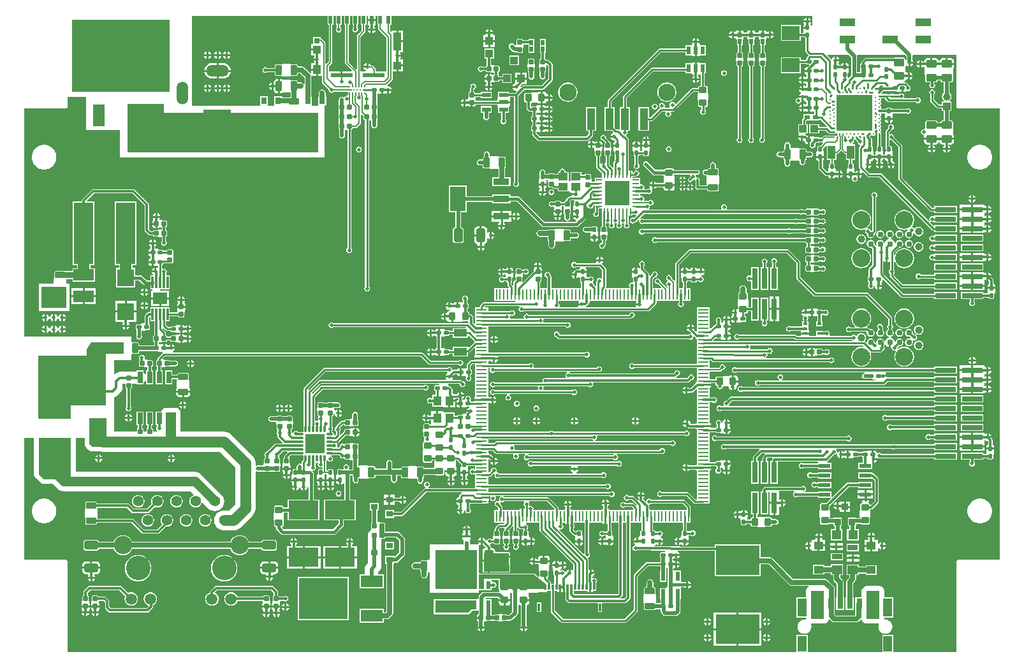
<source format=gtl>
G04*
G04 #@! TF.GenerationSoftware,Altium Limited,Altium Designer,19.1.8 (144)*
G04*
G04 Layer_Physical_Order=1*
G04 Layer_Color=255*
%FSLAX25Y25*%
%MOIN*%
G70*
G01*
G75*
%ADD11C,0.01000*%
%ADD15C,0.02000*%
%ADD21C,0.00500*%
%ADD24C,0.00600*%
%ADD35R,0.04724X0.02362*%
%ADD36R,0.02362X0.04724*%
%ADD37C,0.01378*%
%ADD38R,0.03937X0.03937*%
%ADD39R,0.01100X0.05800*%
%ADD40R,0.05800X0.01100*%
%ADD41R,0.02900X0.11000*%
%ADD42R,0.03347X0.03347*%
%ADD43R,0.05020X0.05020*%
%ADD44R,0.05315X0.02756*%
%ADD45R,0.04724X0.01575*%
%ADD46R,0.05020X0.05118*%
%ADD47R,0.05256X0.04528*%
%ADD48R,0.05256X0.04921*%
%ADD49R,0.02362X0.01575*%
G04:AMPARAMS|DCode=50|XSize=11.81mil|YSize=33.47mil|CornerRadius=2.95mil|HoleSize=0mil|Usage=FLASHONLY|Rotation=90.000|XOffset=0mil|YOffset=0mil|HoleType=Round|Shape=RoundedRectangle|*
%AMROUNDEDRECTD50*
21,1,0.01181,0.02756,0,0,90.0*
21,1,0.00591,0.03347,0,0,90.0*
1,1,0.00591,0.01378,0.00295*
1,1,0.00591,0.01378,-0.00295*
1,1,0.00591,-0.01378,-0.00295*
1,1,0.00591,-0.01378,0.00295*
%
%ADD50ROUNDEDRECTD50*%
G04:AMPARAMS|DCode=51|XSize=11.81mil|YSize=33.47mil|CornerRadius=2.95mil|HoleSize=0mil|Usage=FLASHONLY|Rotation=180.000|XOffset=0mil|YOffset=0mil|HoleType=Round|Shape=RoundedRectangle|*
%AMROUNDEDRECTD51*
21,1,0.01181,0.02756,0,0,180.0*
21,1,0.00591,0.03347,0,0,180.0*
1,1,0.00591,-0.00295,0.01378*
1,1,0.00591,0.00295,0.01378*
1,1,0.00591,0.00295,-0.01378*
1,1,0.00591,-0.00295,-0.01378*
%
%ADD51ROUNDEDRECTD51*%
G04:AMPARAMS|DCode=52|XSize=19.68mil|YSize=23.62mil|CornerRadius=1.97mil|HoleSize=0mil|Usage=FLASHONLY|Rotation=270.000|XOffset=0mil|YOffset=0mil|HoleType=Round|Shape=RoundedRectangle|*
%AMROUNDEDRECTD52*
21,1,0.01968,0.01968,0,0,270.0*
21,1,0.01575,0.02362,0,0,270.0*
1,1,0.00394,-0.00984,-0.00787*
1,1,0.00394,-0.00984,0.00787*
1,1,0.00394,0.00984,0.00787*
1,1,0.00394,0.00984,-0.00787*
%
%ADD52ROUNDEDRECTD52*%
%ADD53R,0.01024X0.03386*%
%ADD54R,0.04409X0.11339*%
G04:AMPARAMS|DCode=55|XSize=51.18mil|YSize=31.5mil|CornerRadius=3.94mil|HoleSize=0mil|Usage=FLASHONLY|Rotation=90.000|XOffset=0mil|YOffset=0mil|HoleType=Round|Shape=RoundedRectangle|*
%AMROUNDEDRECTD55*
21,1,0.05118,0.02362,0,0,90.0*
21,1,0.04331,0.03150,0,0,90.0*
1,1,0.00787,0.01181,0.02165*
1,1,0.00787,0.01181,-0.02165*
1,1,0.00787,-0.01181,-0.02165*
1,1,0.00787,-0.01181,0.02165*
%
%ADD55ROUNDEDRECTD55*%
%ADD56C,0.00866*%
G04:AMPARAMS|DCode=57|XSize=70.87mil|YSize=45.28mil|CornerRadius=5.66mil|HoleSize=0mil|Usage=FLASHONLY|Rotation=180.000|XOffset=0mil|YOffset=0mil|HoleType=Round|Shape=RoundedRectangle|*
%AMROUNDEDRECTD57*
21,1,0.07087,0.03396,0,0,180.0*
21,1,0.05955,0.04528,0,0,180.0*
1,1,0.01132,-0.02977,0.01698*
1,1,0.01132,0.02977,0.01698*
1,1,0.01132,0.02977,-0.01698*
1,1,0.01132,-0.02977,-0.01698*
%
%ADD57ROUNDEDRECTD57*%
%ADD58R,0.16693X0.15000*%
%ADD59R,0.11457X0.02165*%
%ADD60R,0.01968X0.03937*%
%ADD61R,0.03071X0.02835*%
%ADD62R,0.04134X0.04724*%
%ADD63R,0.04134X0.04331*%
%ADD64R,0.04134X0.04134*%
%ADD65R,0.04134X0.09409*%
%ADD66R,0.07874X0.07874*%
%ADD67C,0.01181*%
%ADD68R,0.19095X0.19095*%
%ADD69R,0.03937X0.04331*%
G04:AMPARAMS|DCode=70|XSize=19.68mil|YSize=23.62mil|CornerRadius=1.97mil|HoleSize=0mil|Usage=FLASHONLY|Rotation=0.000|XOffset=0mil|YOffset=0mil|HoleType=Round|Shape=RoundedRectangle|*
%AMROUNDEDRECTD70*
21,1,0.01968,0.01968,0,0,0.0*
21,1,0.01575,0.02362,0,0,0.0*
1,1,0.00394,0.00787,-0.00984*
1,1,0.00394,-0.00787,-0.00984*
1,1,0.00394,-0.00787,0.00984*
1,1,0.00394,0.00787,0.00984*
%
%ADD70ROUNDEDRECTD70*%
%ADD71R,0.02362X0.04331*%
%ADD72R,0.22835X0.24410*%
%ADD73R,0.06299X0.11811*%
%ADD74R,0.03150X0.05512*%
%ADD75R,0.04724X0.08346*%
%ADD76R,0.04724X0.09449*%
%ADD77R,0.10236X0.32284*%
%ADD78R,0.11811X0.06299*%
%ADD79R,0.25591X0.21654*%
%ADD80R,0.03543X0.03150*%
%ADD81R,0.02362X0.01654*%
%ADD82R,0.09449X0.05512*%
%ADD83R,0.02362X0.04331*%
%ADD84R,0.03386X0.01024*%
%ADD85R,0.12992X0.12992*%
%ADD86R,0.08465X0.03740*%
%ADD87R,0.08465X0.12795*%
%ADD88R,0.07087X0.03937*%
%ADD89R,0.03937X0.07087*%
%ADD90R,0.04724X0.03937*%
%ADD91R,0.02165X0.02165*%
%ADD92R,0.15748X0.09843*%
%ADD93R,0.09449X0.07480*%
G04:AMPARAMS|DCode=94|XSize=51.18mil|YSize=31.5mil|CornerRadius=3.94mil|HoleSize=0mil|Usage=FLASHONLY|Rotation=180.000|XOffset=0mil|YOffset=0mil|HoleType=Round|Shape=RoundedRectangle|*
%AMROUNDEDRECTD94*
21,1,0.05118,0.02362,0,0,180.0*
21,1,0.04331,0.03150,0,0,180.0*
1,1,0.00787,-0.02165,0.01181*
1,1,0.00787,0.02165,0.01181*
1,1,0.00787,0.02165,-0.01181*
1,1,0.00787,-0.02165,-0.01181*
%
%ADD94ROUNDEDRECTD94*%
G04:AMPARAMS|DCode=95|XSize=55.12mil|YSize=39.37mil|CornerRadius=4.92mil|HoleSize=0mil|Usage=FLASHONLY|Rotation=180.000|XOffset=0mil|YOffset=0mil|HoleType=Round|Shape=RoundedRectangle|*
%AMROUNDEDRECTD95*
21,1,0.05512,0.02953,0,0,180.0*
21,1,0.04528,0.03937,0,0,180.0*
1,1,0.00984,-0.02264,0.01476*
1,1,0.00984,0.02264,0.01476*
1,1,0.00984,0.02264,-0.01476*
1,1,0.00984,-0.02264,-0.01476*
%
%ADD95ROUNDEDRECTD95*%
%ADD96R,0.04134X0.03937*%
%ADD97R,0.02953X0.02362*%
%ADD98R,0.10906X0.02559*%
%ADD99R,0.11000X0.02900*%
%ADD100R,0.22992X0.15512*%
%ADD101R,0.04331X0.05118*%
%ADD102R,0.03150X0.03543*%
G04:AMPARAMS|DCode=103|XSize=39.37mil|YSize=35.43mil|CornerRadius=4.43mil|HoleSize=0mil|Usage=FLASHONLY|Rotation=90.000|XOffset=0mil|YOffset=0mil|HoleType=Round|Shape=RoundedRectangle|*
%AMROUNDEDRECTD103*
21,1,0.03937,0.02657,0,0,90.0*
21,1,0.03051,0.03543,0,0,90.0*
1,1,0.00886,0.01329,0.01526*
1,1,0.00886,0.01329,-0.01526*
1,1,0.00886,-0.01329,-0.01526*
1,1,0.00886,-0.01329,0.01526*
%
%ADD103ROUNDEDRECTD103*%
G04:AMPARAMS|DCode=104|XSize=39.37mil|YSize=35.43mil|CornerRadius=4.43mil|HoleSize=0mil|Usage=FLASHONLY|Rotation=0.000|XOffset=0mil|YOffset=0mil|HoleType=Round|Shape=RoundedRectangle|*
%AMROUNDEDRECTD104*
21,1,0.03937,0.02657,0,0,0.0*
21,1,0.03051,0.03543,0,0,0.0*
1,1,0.00886,0.01526,-0.01329*
1,1,0.00886,-0.01526,-0.01329*
1,1,0.00886,-0.01526,0.01329*
1,1,0.00886,0.01526,0.01329*
%
%ADD104ROUNDEDRECTD104*%
%ADD105R,0.01968X0.02756*%
%ADD106R,0.00800X0.00800*%
G04:AMPARAMS|DCode=107|XSize=23.62mil|YSize=23.62mil|CornerRadius=2.36mil|HoleSize=0mil|Usage=FLASHONLY|Rotation=0.000|XOffset=0mil|YOffset=0mil|HoleType=Round|Shape=RoundedRectangle|*
%AMROUNDEDRECTD107*
21,1,0.02362,0.01890,0,0,0.0*
21,1,0.01890,0.02362,0,0,0.0*
1,1,0.00472,0.00945,-0.00945*
1,1,0.00472,-0.00945,-0.00945*
1,1,0.00472,-0.00945,0.00945*
1,1,0.00472,0.00945,0.00945*
%
%ADD107ROUNDEDRECTD107*%
%ADD108R,0.04921X0.03858*%
%ADD109R,0.09055X0.09055*%
%ADD110R,0.07874X0.03937*%
G04:AMPARAMS|DCode=111|XSize=70.87mil|YSize=45.28mil|CornerRadius=5.66mil|HoleSize=0mil|Usage=FLASHONLY|Rotation=270.000|XOffset=0mil|YOffset=0mil|HoleType=Round|Shape=RoundedRectangle|*
%AMROUNDEDRECTD111*
21,1,0.07087,0.03396,0,0,270.0*
21,1,0.05955,0.04528,0,0,270.0*
1,1,0.01132,-0.01698,-0.02977*
1,1,0.01132,-0.01698,0.02977*
1,1,0.01132,0.01698,0.02977*
1,1,0.01132,0.01698,-0.02977*
%
%ADD111ROUNDEDRECTD111*%
G04:AMPARAMS|DCode=112|XSize=23.62mil|YSize=23.62mil|CornerRadius=2.36mil|HoleSize=0mil|Usage=FLASHONLY|Rotation=90.000|XOffset=0mil|YOffset=0mil|HoleType=Round|Shape=RoundedRectangle|*
%AMROUNDEDRECTD112*
21,1,0.02362,0.01890,0,0,90.0*
21,1,0.01890,0.02362,0,0,90.0*
1,1,0.00472,0.00945,0.00945*
1,1,0.00472,0.00945,-0.00945*
1,1,0.00472,-0.00945,-0.00945*
1,1,0.00472,-0.00945,0.00945*
%
%ADD112ROUNDEDRECTD112*%
%ADD113C,0.03100*%
%ADD114R,0.01181X0.02756*%
%ADD115R,0.01181X0.03937*%
%ADD116R,0.06102X0.02362*%
G04:AMPARAMS|DCode=117|XSize=106.3mil|YSize=45.28mil|CornerRadius=5.66mil|HoleSize=0mil|Usage=FLASHONLY|Rotation=270.000|XOffset=0mil|YOffset=0mil|HoleType=Round|Shape=RoundedRectangle|*
%AMROUNDEDRECTD117*
21,1,0.10630,0.03396,0,0,270.0*
21,1,0.09498,0.04528,0,0,270.0*
1,1,0.01132,-0.01698,-0.04749*
1,1,0.01132,-0.01698,0.04749*
1,1,0.01132,0.01698,0.04749*
1,1,0.01132,0.01698,-0.04749*
%
%ADD117ROUNDEDRECTD117*%
%ADD118R,0.10630X0.06299*%
%ADD119R,0.07402X0.06181*%
%ADD121R,0.02756X0.06102*%
%ADD200C,0.03900*%
%ADD224R,0.10236X0.10236*%
%ADD225C,0.01083*%
%ADD226R,0.01181X0.06299*%
%ADD227C,0.01200*%
%ADD228C,0.02500*%
%ADD229C,0.01600*%
%ADD230C,0.00800*%
%ADD231C,0.05000*%
%ADD232C,0.05500*%
%ADD233C,0.01800*%
%ADD234C,0.02200*%
%ADD235C,0.03500*%
%ADD236C,0.03000*%
%ADD237C,0.06000*%
%ADD238C,0.01400*%
%ADD239R,0.06800X0.14500*%
%ADD240R,0.06700X0.14500*%
%ADD241C,0.05984*%
%ADD242C,0.09449*%
%ADD243C,0.12795*%
%ADD244C,0.05512*%
%ADD245C,0.03937*%
%ADD246C,0.09055*%
%ADD247C,0.09350*%
%ADD248O,0.05937X0.11874*%
%ADD249O,0.11874X0.05937*%
%ADD250C,0.01968*%
%ADD251C,0.00984*%
%ADD252C,0.02362*%
%ADD253C,0.02400*%
G36*
X185524Y329132D02*
X186091D01*
Y326891D01*
X186161Y326540D01*
X186360Y326243D01*
X190282Y322320D01*
Y305307D01*
X190194Y304844D01*
X184818D01*
Y305500D01*
X184748Y305851D01*
X184549Y306149D01*
X183149Y307549D01*
X182851Y307748D01*
X182500Y307818D01*
X182200D01*
X182169Y307974D01*
X181731Y308631D01*
X181074Y309069D01*
X180800Y309124D01*
Y307200D01*
X180300D01*
Y306700D01*
X178376D01*
X178431Y306426D01*
X178869Y305769D01*
X179506Y305344D01*
X179514Y305307D01*
X179386Y304844D01*
X176737D01*
X176705Y305331D01*
Y322807D01*
X178996Y325098D01*
X179195Y325396D01*
X179265Y325747D01*
Y329132D01*
X179831D01*
Y333626D01*
X180694D01*
Y332100D01*
X182678D01*
X184662D01*
Y333626D01*
X185524D01*
Y329132D01*
D02*
G37*
G36*
X176863D02*
X177429D01*
Y326127D01*
X175138Y323836D01*
X174940Y323539D01*
X174870Y323187D01*
Y305935D01*
X174370Y305728D01*
X170603Y309494D01*
Y329132D01*
X171170D01*
Y333626D01*
X172532D01*
Y329132D01*
X172895D01*
Y327693D01*
X172618Y327279D01*
X172503Y326700D01*
X172618Y326121D01*
X172946Y325630D01*
X173437Y325302D01*
X174016Y325187D01*
X174596Y325302D01*
X175086Y325630D01*
X175415Y326121D01*
X175530Y326700D01*
X175415Y327279D01*
X175138Y327693D01*
Y329132D01*
X175501D01*
Y333626D01*
X176863D01*
Y329132D01*
D02*
G37*
G36*
X168201D02*
X168768D01*
Y309114D01*
X168838Y308763D01*
X169037Y308465D01*
X172196Y305306D01*
X172005Y304844D01*
X167331D01*
Y302761D01*
X166331D01*
Y304844D01*
X160118D01*
Y307220D01*
X161673Y308775D01*
X161872Y309073D01*
X161942Y309424D01*
Y329132D01*
X162509D01*
Y333626D01*
X163871D01*
Y329132D01*
X164437D01*
Y327772D01*
X164285Y327670D01*
X163957Y327179D01*
X163842Y326600D01*
X163957Y326021D01*
X164285Y325530D01*
X164776Y325202D01*
X165355Y325087D01*
X165934Y325202D01*
X166425Y325530D01*
X166753Y326021D01*
X166868Y326600D01*
X166753Y327179D01*
X166425Y327670D01*
X166273Y327772D01*
Y329132D01*
X166839D01*
Y333626D01*
X168201D01*
Y329132D01*
D02*
G37*
G36*
X461476Y313400D02*
X462152Y312723D01*
Y310770D01*
X461975Y310611D01*
X461475Y310834D01*
Y310920D01*
X461398Y311307D01*
X461179Y311635D01*
X460851Y311854D01*
X460464Y311931D01*
X455936D01*
X455549Y311854D01*
X455350Y311721D01*
X441100D01*
X441100Y311722D01*
X440671Y311636D01*
X440307Y311393D01*
X440307Y311393D01*
X438938Y310025D01*
X438695Y309661D01*
X438610Y309231D01*
X438475Y308944D01*
X438245Y308790D01*
X438091Y308559D01*
X438037Y308287D01*
Y306713D01*
X438091Y306441D01*
X438100Y306427D01*
Y304297D01*
X436383D01*
Y304417D01*
X436329D01*
Y305583D01*
X436383D01*
Y308748D01*
X436329D01*
Y312600D01*
X436270Y312900D01*
X436625Y313400D01*
X461476Y313400D01*
D02*
G37*
G36*
X412900Y328671D02*
X412408Y328653D01*
X412315Y329120D01*
X412050Y329516D01*
X411897Y329618D01*
X412169Y330026D01*
X412224Y330300D01*
X408376D01*
X408431Y330026D01*
X408765Y329526D01*
X408750Y329516D01*
X408485Y329120D01*
X408392Y328653D01*
Y328169D01*
X410400D01*
Y327168D01*
X408392D01*
Y326684D01*
X408431Y326487D01*
Y324913D01*
X408407Y324853D01*
X406924D01*
Y329105D01*
X396476D01*
Y320624D01*
X406924D01*
Y322610D01*
X408929D01*
X408956Y322475D01*
X409110Y322245D01*
X409341Y322091D01*
X409380Y322083D01*
Y315300D01*
X409458Y314910D01*
X409679Y314579D01*
X410708Y313550D01*
X410922Y313192D01*
X410705Y312861D01*
X410379Y312535D01*
X410158Y312204D01*
X410080Y311814D01*
Y311285D01*
X409875Y311244D01*
X409645Y311090D01*
X409491Y310859D01*
X409483Y310820D01*
X406924D01*
Y312176D01*
X396476D01*
Y303695D01*
X406924D01*
Y308780D01*
X409483D01*
X409491Y308741D01*
X409645Y308510D01*
X409875Y308356D01*
X410147Y308302D01*
X411134D01*
X411326Y307840D01*
X410507Y307021D01*
X410431Y306908D01*
X410147D01*
X409680Y306815D01*
X409284Y306550D01*
X409020Y306154D01*
X408927Y305687D01*
Y305400D01*
X411131D01*
Y304400D01*
X408927D01*
Y304113D01*
X409020Y303646D01*
X409284Y303250D01*
X409680Y302985D01*
X410010Y302920D01*
Y302080D01*
X409680Y302015D01*
X409284Y301750D01*
X409233Y301673D01*
X408640Y302069D01*
X408365Y302124D01*
Y300200D01*
Y298276D01*
X408640Y298331D01*
X409140Y298665D01*
X409284Y298450D01*
X409680Y298185D01*
X410010Y298120D01*
Y297280D01*
X409680Y297215D01*
X409284Y296950D01*
X409243Y296889D01*
X408674Y297269D01*
X408400Y297324D01*
Y295400D01*
X407900D01*
Y294900D01*
X405976D01*
X406031Y294626D01*
X406469Y293969D01*
X406797Y293751D01*
Y293149D01*
X406469Y292931D01*
X406031Y292274D01*
X405976Y292000D01*
X407900D01*
Y291500D01*
X408400D01*
Y289576D01*
X408443Y289585D01*
X408955Y289327D01*
X409017Y289259D01*
X409020Y289246D01*
X409284Y288850D01*
X409680Y288585D01*
X410010Y288520D01*
Y287680D01*
X409680Y287615D01*
X409284Y287350D01*
X409197Y287220D01*
X408674Y287569D01*
X408400Y287624D01*
Y285700D01*
Y283776D01*
X408674Y283831D01*
X409197Y284180D01*
X409284Y284050D01*
X409680Y283785D01*
X410147Y283692D01*
X410632D01*
Y285700D01*
X411631D01*
Y283692D01*
X412116D01*
X412313Y283732D01*
X413887D01*
X414049Y283665D01*
Y282381D01*
X412754D01*
Y282381D01*
X412376D01*
Y282381D01*
X408424D01*
Y280461D01*
X407879Y279916D01*
X407658Y279586D01*
X407580Y279195D01*
Y277168D01*
X405480D01*
Y272232D01*
X405938D01*
X406103Y271731D01*
X405731Y271174D01*
X405676Y270900D01*
X407600D01*
Y270400D01*
X408100D01*
Y268476D01*
X408327Y268521D01*
X408459Y268500D01*
X408827Y268303D01*
Y268013D01*
X408920Y267546D01*
X409184Y267150D01*
X409580Y266885D01*
X410047Y266792D01*
X410532D01*
Y268800D01*
Y270886D01*
X410225Y271193D01*
X409861Y271436D01*
X409512Y271506D01*
X409332Y271731D01*
X409344Y271812D01*
X409627Y272232D01*
X410614D01*
Y277168D01*
X409620D01*
Y278773D01*
X409866Y279019D01*
X412376D01*
Y279019D01*
X412754D01*
Y279019D01*
X416707D01*
Y279287D01*
X417207Y279455D01*
X420571Y276091D01*
X420420Y275720D01*
X420335Y275620D01*
X416520D01*
Y277168D01*
X411386D01*
Y272232D01*
X416520D01*
Y273580D01*
X419956D01*
X421100Y272436D01*
X421431Y272216D01*
X421821Y272138D01*
X423961D01*
X424173Y272096D01*
X424579Y272177D01*
X424924Y272407D01*
X424955Y272453D01*
X425835D01*
X426064Y272173D01*
X426145Y271767D01*
X426162Y271742D01*
X426161Y271718D01*
X425909Y271220D01*
X425735Y271186D01*
X425452Y270996D01*
X425391Y270955D01*
X424924Y270955D01*
X424863Y270996D01*
X424579Y271186D01*
X424173Y271267D01*
X423767Y271186D01*
X423672Y271122D01*
X419405D01*
X419054Y271053D01*
X418756Y270854D01*
X417824Y269921D01*
X416568D01*
X416455Y270090D01*
X416225Y270244D01*
X415953Y270298D01*
X414258D01*
X413787Y270768D01*
X412213D01*
X412016Y270808D01*
X411531D01*
Y268800D01*
Y266451D01*
X411645Y266292D01*
X411587Y266000D01*
X411702Y265421D01*
X412030Y264930D01*
X412521Y264602D01*
X413100Y264487D01*
X413679Y264602D01*
X414170Y264930D01*
X414498Y265421D01*
X414613Y266000D01*
X414498Y266579D01*
X414432Y266678D01*
X415057Y267302D01*
X415953D01*
X416225Y267356D01*
X416455Y267510D01*
X416568Y267678D01*
X418000D01*
X418342Y267746D01*
X418551Y267510D01*
X418636Y267334D01*
X418293Y266991D01*
X418094Y266693D01*
X418061Y266524D01*
X417200Y265663D01*
X416213D01*
X415941Y265609D01*
X415710Y265455D01*
X415556Y265225D01*
X415502Y264953D01*
Y263258D01*
X415031Y262787D01*
Y261213D01*
X414992Y261016D01*
Y260531D01*
X417000D01*
X419008D01*
Y261016D01*
X418968Y261213D01*
Y262787D01*
X418498Y263258D01*
Y264366D01*
X419591Y265459D01*
X419790Y265756D01*
X419810Y265859D01*
X420142Y266083D01*
X420610Y265864D01*
Y258457D01*
X422282D01*
Y256637D01*
X422141Y256609D01*
X421910Y256455D01*
X421756Y256225D01*
X421702Y255953D01*
Y254258D01*
X421232Y253787D01*
Y252452D01*
X420731Y252277D01*
X418500Y254509D01*
Y258084D01*
X418650Y258184D01*
X418915Y258580D01*
X419008Y259047D01*
Y259531D01*
X417000D01*
X414992D01*
Y259047D01*
X415085Y258580D01*
X415350Y258184D01*
X415746Y257920D01*
X416213Y257827D01*
X416256D01*
Y254045D01*
X416256Y254045D01*
X416342Y253615D01*
X416585Y253251D01*
X419598Y250238D01*
X419598Y250238D01*
X419962Y249995D01*
X420391Y249910D01*
X420391Y249910D01*
X421220D01*
X421285Y249580D01*
X421550Y249184D01*
X421946Y248920D01*
X422413Y248827D01*
X422700D01*
Y251031D01*
X423700D01*
Y248827D01*
X423987D01*
X424454Y248920D01*
X424850Y249184D01*
X425048Y249481D01*
X425440Y249571D01*
X425622Y249566D01*
X426226Y249162D01*
X426500Y249108D01*
Y251031D01*
Y252955D01*
X426226Y252901D01*
X425668Y252528D01*
X425314Y252645D01*
X425169Y252750D01*
Y253787D01*
X424698Y254258D01*
Y255953D01*
X424644Y256225D01*
X424490Y256455D01*
X424259Y256609D01*
X424118Y256637D01*
Y258457D01*
X425547D01*
Y261592D01*
X426000Y261684D01*
X426312Y261746D01*
X426577Y261923D01*
X428039Y263386D01*
X429502Y261923D01*
X429767Y261746D01*
X430079Y261684D01*
X430453Y261379D01*
Y258457D01*
X432082D01*
Y256637D01*
X431941Y256609D01*
X431710Y256455D01*
X431556Y256225D01*
X431502Y255953D01*
Y254258D01*
X431032Y253787D01*
Y252213D01*
X430992Y252016D01*
Y251532D01*
X433000D01*
Y251031D01*
X433500D01*
Y248685D01*
X433652Y248500D01*
X433767Y247921D01*
X434095Y247430D01*
X434586Y247102D01*
X435165Y246987D01*
X435744Y247102D01*
X436235Y247430D01*
X436563Y247921D01*
X436679Y248500D01*
X436657Y248606D01*
X436700Y248649D01*
Y251031D01*
Y252955D01*
X436426Y252901D01*
X435769Y252462D01*
X435530Y252103D01*
X434990D01*
X434969Y252213D01*
Y253787D01*
X434498Y254258D01*
Y255953D01*
X434444Y256225D01*
X434290Y256455D01*
X434059Y256609D01*
X433918Y256637D01*
Y258457D01*
X435390D01*
Y266543D01*
X434043D01*
X433891Y267043D01*
X434170Y267230D01*
X434498Y267721D01*
X434613Y268300D01*
X434568Y268526D01*
X434721Y268679D01*
X434903Y268952D01*
X434906Y268954D01*
X435214Y269042D01*
X435464Y269072D01*
X436511Y268024D01*
X436487Y267900D01*
X436602Y267321D01*
X436930Y266830D01*
X437421Y266502D01*
X437865Y266414D01*
X438045Y266033D01*
X438062Y265903D01*
X437579Y265421D01*
X437358Y265090D01*
X437280Y264700D01*
Y254600D01*
X437358Y254210D01*
X437579Y253879D01*
X438066Y253392D01*
X437820Y252931D01*
X437700Y252955D01*
Y251532D01*
X439124D01*
X439100Y251651D01*
X439561Y251897D01*
X441679Y249779D01*
X442010Y249558D01*
X442400Y249480D01*
X447978D01*
X475679Y221779D01*
X476010Y221558D01*
X476400Y221480D01*
X476598D01*
Y220721D01*
X488504D01*
Y224279D01*
X476598D01*
Y224279D01*
X476219Y224123D01*
X474480Y225862D01*
X474799Y226250D01*
X475021Y226102D01*
X475600Y225987D01*
X476098Y226086D01*
X476598Y225842D01*
Y225721D01*
X488504D01*
Y229279D01*
X476598D01*
Y229158D01*
X476098Y228914D01*
X475600Y229013D01*
X475021Y228898D01*
X474530Y228570D01*
X474202Y228079D01*
X474087Y227500D01*
X474202Y226921D01*
X474350Y226699D01*
X473962Y226380D01*
X449121Y251221D01*
X448790Y251442D01*
X448400Y251520D01*
X442822D01*
X440483Y253859D01*
X440801Y254248D01*
X441126Y254031D01*
X441400Y253976D01*
Y255900D01*
X441900D01*
Y256400D01*
X443824D01*
X443769Y256674D01*
X443331Y257330D01*
X443488Y257827D01*
X443887D01*
X444354Y257920D01*
X444750Y258184D01*
X445015Y258580D01*
X445080Y258910D01*
X446020D01*
X446085Y258580D01*
X446350Y258184D01*
X446746Y257920D01*
X446878Y257893D01*
Y257370D01*
X446669Y257231D01*
X446231Y256574D01*
X446176Y256300D01*
X450024D01*
X449969Y256574D01*
X449531Y257231D01*
X449260Y257411D01*
X449257Y257728D01*
X449287Y257942D01*
X449650Y258184D01*
X449915Y258580D01*
X449980Y258910D01*
X451020D01*
X451085Y258580D01*
X451350Y258184D01*
X451746Y257920D01*
X452213Y257827D01*
X452236D01*
Y257050D01*
X452236Y257050D01*
X452311Y256674D01*
X452276Y256500D01*
X456124D01*
X456069Y256774D01*
X455631Y257431D01*
X454992Y257857D01*
X454970Y257884D01*
X454803Y258413D01*
X454915Y258580D01*
X455008Y259047D01*
Y259531D01*
X453000D01*
Y260531D01*
X455008D01*
Y261016D01*
X454969Y261213D01*
Y262787D01*
X454498Y263258D01*
Y264953D01*
X454444Y265225D01*
X454290Y265455D01*
X454059Y265609D01*
X453787Y265663D01*
X453235D01*
Y268704D01*
X453735Y268979D01*
X454200Y268887D01*
X454260Y268899D01*
X457980Y265178D01*
Y248600D01*
X458058Y248210D01*
X458279Y247879D01*
X474379Y231779D01*
X474710Y231558D01*
X475100Y231480D01*
X476551D01*
Y230550D01*
X488551D01*
Y234450D01*
X476551D01*
Y233520D01*
X475522D01*
X460020Y249022D01*
Y265600D01*
X459942Y265990D01*
X459721Y266321D01*
X455701Y270340D01*
X455713Y270400D01*
X455598Y270979D01*
X455270Y271470D01*
X454779Y271798D01*
X454200Y271913D01*
X453735Y271821D01*
X453235Y272096D01*
Y272878D01*
X454530Y274172D01*
X454679Y274202D01*
X455170Y274530D01*
X455498Y275021D01*
X455613Y275600D01*
X455498Y276179D01*
X455170Y276670D01*
X454679Y276998D01*
X454100Y277113D01*
X453521Y276998D01*
X453030Y276670D01*
X452702Y276179D01*
X452587Y275600D01*
X452668Y275194D01*
X451495Y274021D01*
X451274Y273690D01*
X451196Y273300D01*
Y264753D01*
X451274Y264363D01*
X451495Y264032D01*
X451502Y264024D01*
Y263258D01*
X451031Y262787D01*
Y261213D01*
X451020Y261153D01*
X449980D01*
X449968Y261213D01*
Y262787D01*
X449498Y263258D01*
Y264953D01*
X449444Y265225D01*
X449290Y265455D01*
X449059Y265609D01*
X448831Y265655D01*
Y272041D01*
X448857Y272173D01*
X448776Y272580D01*
X448587Y272863D01*
X448546Y272924D01*
X448546Y273391D01*
X448587Y273452D01*
X448776Y273735D01*
X448857Y274142D01*
X448776Y274548D01*
X448587Y274831D01*
X448546Y274892D01*
X448546Y275360D01*
X448587Y275421D01*
X448776Y275704D01*
X448857Y276110D01*
X448776Y276517D01*
X448587Y276800D01*
X448546Y276861D01*
X448546Y277328D01*
X448587Y277389D01*
X448776Y277672D01*
X448857Y278079D01*
X448776Y278485D01*
X448587Y278768D01*
X448546Y278830D01*
X448546Y279296D01*
X448587Y279358D01*
X448776Y279641D01*
X448857Y280047D01*
X448776Y280454D01*
X448587Y280737D01*
X448546Y280798D01*
X448546Y281265D01*
X448587Y281326D01*
X448776Y281609D01*
X448857Y282016D01*
X448790Y282355D01*
X448850Y282525D01*
X449088Y282855D01*
X451004D01*
X451031Y282787D01*
Y281213D01*
X450992Y281016D01*
Y280532D01*
X453000D01*
X455008D01*
Y281016D01*
X454969Y281213D01*
Y282787D01*
X454993Y282847D01*
X462007D01*
X462421Y282570D01*
X463000Y282455D01*
X463579Y282570D01*
X464070Y282898D01*
X464398Y283389D01*
X464513Y283968D01*
X464398Y284548D01*
X464070Y285039D01*
X463579Y285367D01*
X463000Y285482D01*
X462421Y285367D01*
X462007Y285090D01*
X454471D01*
X454444Y285225D01*
X454290Y285455D01*
X454059Y285609D01*
X453787Y285663D01*
X452213D01*
X451941Y285609D01*
X451710Y285455D01*
X451556Y285225D01*
X451531Y285098D01*
X449078D01*
X448806Y285502D01*
X448786Y285598D01*
X448857Y285953D01*
X448776Y286359D01*
X448587Y286642D01*
X448546Y286703D01*
X448546Y287171D01*
X448587Y287232D01*
X448776Y287515D01*
X448857Y287921D01*
X448776Y288328D01*
X448587Y288611D01*
X448546Y288672D01*
X448546Y289139D01*
X448587Y289200D01*
X448776Y289483D01*
X448857Y289890D01*
X448776Y290296D01*
X448748Y290339D01*
X449015Y290839D01*
X450997D01*
Y290558D01*
X451075Y290168D01*
X451296Y289837D01*
X452254Y288879D01*
X452585Y288658D01*
X452975Y288580D01*
X466996D01*
X467030Y288530D01*
X467521Y288202D01*
X468100Y288087D01*
X468679Y288202D01*
X469170Y288530D01*
X469498Y289021D01*
X469613Y289600D01*
X469498Y290179D01*
X469170Y290670D01*
X468679Y290998D01*
X468100Y291113D01*
X467521Y290998D01*
X467030Y290670D01*
X466996Y290620D01*
X461098D01*
X460830Y291120D01*
X460898Y291221D01*
X461013Y291800D01*
X460898Y292379D01*
X460570Y292870D01*
X460079Y293198D01*
X459500Y293313D01*
X458921Y293198D01*
X458430Y292870D01*
X458425Y292863D01*
X455600D01*
X455588Y292860D01*
X455500Y292878D01*
X454032D01*
X453641Y292800D01*
X453605Y292776D01*
X452458D01*
X452422Y292800D01*
X452032Y292878D01*
X449140D01*
X448933Y293378D01*
X450033Y294479D01*
X454842D01*
X454875Y294456D01*
X455147Y294402D01*
X456842D01*
X457313Y293932D01*
X458887D01*
X459084Y293892D01*
X459569D01*
Y295900D01*
X460569D01*
Y293892D01*
X461053D01*
X461520Y293985D01*
X461916Y294250D01*
X462157Y294611D01*
X462321Y294502D01*
X462900Y294387D01*
X463479Y294502D01*
X463970Y294830D01*
X464298Y295321D01*
X464413Y295900D01*
X464298Y296479D01*
X463970Y296970D01*
X463682Y297163D01*
X463621Y297254D01*
X462269Y298605D01*
X461939Y298826D01*
X461549Y298904D01*
X460739D01*
X460689Y299404D01*
X461046Y299475D01*
X461540Y299805D01*
X461869Y300298D01*
X461895Y300427D01*
X462451Y300657D01*
X462726Y300473D01*
X463000Y300419D01*
Y302343D01*
Y304266D01*
X462726Y304212D01*
X462456Y304031D01*
X461900Y304261D01*
X461869Y304415D01*
X461743Y304604D01*
Y307494D01*
X462182Y307879D01*
X462251Y307869D01*
X462908Y307431D01*
X463182Y307376D01*
Y309300D01*
X463682D01*
Y309800D01*
X465605D01*
X465551Y310074D01*
X465211Y310583D01*
Y312900D01*
X465693Y313400D01*
X488154Y313400D01*
Y286378D01*
X488231Y285988D01*
X488452Y285657D01*
X488476Y285641D01*
X488492Y285618D01*
X488822Y285397D01*
X489213Y285319D01*
X510791D01*
Y49287D01*
X489173D01*
X488783Y49210D01*
X488452Y48989D01*
X488231Y48658D01*
X488154Y48268D01*
Y1020D01*
X455244D01*
Y9898D01*
X449520D01*
Y1020D01*
X410480D01*
Y9898D01*
X404756D01*
Y1020D01*
X23657D01*
Y48268D01*
X23580Y48658D01*
X23359Y48989D01*
X23028Y49210D01*
X22638Y49287D01*
X1020D01*
Y113000D01*
X5951D01*
Y94100D01*
X5965Y94031D01*
X5955Y93961D01*
X6061Y93545D01*
X6145Y93125D01*
X6184Y93066D01*
X6202Y92998D01*
X6459Y92654D01*
X6698Y92298D01*
X6756Y92259D01*
X6798Y92202D01*
X9698Y89602D01*
X10068Y89384D01*
X10425Y89145D01*
X10494Y89131D01*
X10554Y89095D01*
X10979Y89035D01*
X11400Y88951D01*
X15817D01*
X18124Y86644D01*
X19168Y85843D01*
X20384Y85339D01*
X21690Y85167D01*
X88083D01*
X89735Y83516D01*
X89537Y83007D01*
X88859Y82726D01*
X88178Y82204D01*
X87657Y81524D01*
X87328Y80732D01*
X87217Y79882D01*
X87328Y79032D01*
X87657Y78240D01*
X88178Y77560D01*
X88859Y77038D01*
X89651Y76710D01*
X90501Y76598D01*
X91351Y76710D01*
X92143Y77038D01*
X92823Y77560D01*
X93345Y78240D01*
X93625Y78918D01*
X94135Y79116D01*
X96935Y76316D01*
X97979Y75514D01*
X99195Y75011D01*
X100501Y74839D01*
X101806Y75011D01*
X103022Y75514D01*
X104067Y76316D01*
X104868Y77360D01*
X105372Y78577D01*
X105544Y79882D01*
X105372Y81187D01*
X104868Y82403D01*
X104067Y83448D01*
X93738Y93776D01*
X92694Y94578D01*
X91477Y95082D01*
X90172Y95253D01*
X27949D01*
Y113000D01*
X32451D01*
Y110000D01*
X32645Y109025D01*
X33198Y108198D01*
X34698Y106698D01*
X35524Y106145D01*
X36500Y105951D01*
X40370D01*
X40530Y105885D01*
X41900Y105705D01*
X76700D01*
X103207Y105705D01*
X111205Y97707D01*
Y78293D01*
X108089Y75177D01*
X105501D01*
X104130Y74997D01*
X102853Y74468D01*
X101756Y73626D01*
X100915Y72530D01*
X100386Y71252D01*
X100205Y69882D01*
X100386Y68511D01*
X100915Y67234D01*
X101756Y66137D01*
X102853Y65296D01*
X104130Y64767D01*
X105501Y64587D01*
X110282D01*
X111652Y64767D01*
X112929Y65296D01*
X114026Y66137D01*
X120244Y72356D01*
X121086Y73452D01*
X121615Y74730D01*
X121795Y76100D01*
Y95431D01*
X122295Y95698D01*
X122415Y95618D01*
X123000Y95502D01*
X126605D01*
X126768Y95393D01*
X127055Y95336D01*
X128945D01*
X129232Y95393D01*
X129395Y95502D01*
X131605D01*
X131768Y95393D01*
X132055Y95336D01*
X133945D01*
X134232Y95393D01*
X134476Y95556D01*
X134638Y95799D01*
X134695Y96087D01*
Y97940D01*
X134968Y98213D01*
Y99787D01*
X134695Y100060D01*
Y101913D01*
X134638Y102201D01*
X134476Y102444D01*
X134232Y102607D01*
X134122Y102629D01*
Y103507D01*
X134398Y103921D01*
X134444Y104149D01*
X136220Y105926D01*
X138332D01*
X138540Y105426D01*
X137207Y104093D01*
X136964Y103729D01*
X136878Y103300D01*
X136878Y103300D01*
Y102629D01*
X136768Y102607D01*
X136524Y102444D01*
X136362Y102201D01*
X136304Y101913D01*
Y100060D01*
X136031Y99787D01*
Y98670D01*
X135891Y98459D01*
X135795Y97976D01*
Y97531D01*
X140205D01*
Y97976D01*
X140109Y98459D01*
X139969Y98670D01*
Y99787D01*
X139696Y100060D01*
Y101913D01*
X139638Y102201D01*
X139476Y102444D01*
X139441Y102468D01*
X139348Y103024D01*
X139362Y103076D01*
X140243Y103957D01*
X145323D01*
X145400Y103973D01*
X146517D01*
X146802Y103802D01*
X146973Y103517D01*
Y102252D01*
X146969Y102232D01*
Y101710D01*
X146279Y101021D01*
X146058Y100690D01*
X145980Y100300D01*
Y99722D01*
X145569Y99460D01*
X145480Y99468D01*
X144916Y99581D01*
X144331Y99464D01*
X143834Y99133D01*
X143503Y98636D01*
X143387Y98051D01*
Y96663D01*
X141913D01*
X141641Y96609D01*
X141410Y96455D01*
X141256Y96225D01*
X141202Y95953D01*
Y94258D01*
X140732Y93787D01*
Y92213D01*
X140692Y92016D01*
Y91531D01*
X142700D01*
Y90531D01*
X140692D01*
Y90047D01*
X140785Y89580D01*
X141050Y89184D01*
X141085Y89161D01*
X141269Y88931D01*
X140831Y88274D01*
X140776Y88000D01*
X142700D01*
Y87500D01*
X143200D01*
Y85576D01*
X143474Y85631D01*
X144131Y86069D01*
X144569Y86726D01*
X144645Y87108D01*
X145155D01*
X145231Y86726D01*
X145669Y86069D01*
X146326Y85631D01*
X146600Y85576D01*
Y87500D01*
X147600D01*
Y85576D01*
X147874Y85631D01*
X148531Y86069D01*
X148969Y86726D01*
X149073Y87246D01*
X149573Y87197D01*
Y80823D01*
X138626D01*
Y76774D01*
X136467D01*
X136414Y77043D01*
X136205Y77355D01*
X135893Y77563D01*
X135526Y77637D01*
X132474D01*
X132106Y77563D01*
X131795Y77355D01*
X131586Y77043D01*
X131513Y76675D01*
Y74018D01*
X131542Y73873D01*
X131244Y73575D01*
Y70425D01*
X131542Y70127D01*
X131513Y69982D01*
Y67325D01*
X131586Y66957D01*
X131795Y66645D01*
X132106Y66437D01*
X132474Y66363D01*
X132534D01*
X132573Y65900D01*
X132681Y65354D01*
X132991Y64891D01*
X135091Y62791D01*
X135091Y62791D01*
X135554Y62481D01*
X136100Y62373D01*
X136100Y62373D01*
X162800D01*
X162800Y62373D01*
X163346Y62481D01*
X163809Y62791D01*
X167595Y66576D01*
X167595Y66576D01*
X167905Y67040D01*
X168013Y67586D01*
X168013Y67586D01*
Y69980D01*
X174374D01*
Y80823D01*
X171429D01*
Y93439D01*
X172471D01*
Y93035D01*
X172540Y92686D01*
X172671Y92491D01*
Y90900D01*
X172689Y90810D01*
X172687Y90800D01*
X172802Y90221D01*
X173130Y89730D01*
X173621Y89402D01*
X174200Y89287D01*
X174779Y89402D01*
X175270Y89730D01*
X175598Y90221D01*
X175713Y90800D01*
X175711Y90810D01*
X175729Y90900D01*
Y91865D01*
X176229Y92057D01*
X176433Y91853D01*
X180567D01*
X180907Y92193D01*
X180907Y92193D01*
X181256Y92123D01*
X183618D01*
X183967Y92193D01*
X184262Y92390D01*
X184460Y92686D01*
X184529Y93035D01*
Y93316D01*
X192771D01*
Y91000D01*
X192887Y90415D01*
X193219Y89919D01*
X193715Y89587D01*
X194300Y89471D01*
X194885Y89587D01*
X195381Y89919D01*
X195713Y90415D01*
X195829Y91000D01*
Y93316D01*
X197971D01*
Y92835D01*
X198040Y92486D01*
X198238Y92190D01*
X198533Y91993D01*
X198882Y91923D01*
X201244D01*
X201593Y91993D01*
X201593Y91993D01*
X201933Y91654D01*
X206067D01*
X206471Y91350D01*
Y90600D01*
X206587Y90015D01*
X206919Y89519D01*
X207415Y89187D01*
X208000Y89071D01*
X208585Y89187D01*
X209081Y89519D01*
X209413Y90015D01*
X209529Y90600D01*
Y92035D01*
X209762Y92190D01*
X209960Y92486D01*
X210029Y92835D01*
Y93716D01*
X215747D01*
X215795Y93645D01*
X216107Y93437D01*
X216474Y93363D01*
X219526D01*
X219894Y93437D01*
X220205Y93645D01*
X220414Y93957D01*
X220487Y94325D01*
Y96677D01*
X220503Y96688D01*
X221003Y96422D01*
Y96153D01*
X224000D01*
X226997D01*
Y96982D01*
X226885Y97545D01*
X226756Y97738D01*
Y100575D01*
X226458Y100873D01*
X226487Y101018D01*
Y101380D01*
X227278D01*
X229502Y99156D01*
Y98258D01*
X229031Y97787D01*
Y96213D01*
X228992Y96016D01*
Y95531D01*
X231000D01*
X233008D01*
Y96016D01*
X232968Y96213D01*
Y97787D01*
X232775Y97980D01*
X232983Y98480D01*
X236650D01*
Y97000D01*
X236150Y96733D01*
X235903Y96898D01*
X235324Y97013D01*
X234745Y96898D01*
X234254Y96570D01*
X233926Y96079D01*
X233810Y95500D01*
X233926Y94921D01*
X234254Y94430D01*
X234745Y94102D01*
X235324Y93987D01*
X235903Y94102D01*
X236150Y94267D01*
X236650Y94000D01*
Y90564D01*
Y86830D01*
X212423D01*
X212271Y87330D01*
X212570Y87530D01*
X212898Y88021D01*
X213013Y88600D01*
X212898Y89179D01*
X212570Y89670D01*
X212079Y89998D01*
X211500Y90113D01*
X210921Y89998D01*
X210430Y89670D01*
X210102Y89179D01*
X209987Y88600D01*
X210102Y88021D01*
X210430Y87530D01*
X210729Y87330D01*
X210719Y87085D01*
X210607Y86810D01*
X210279Y86745D01*
X209916Y86502D01*
X197795Y74381D01*
X194109D01*
Y75335D01*
X189565D01*
Y71185D01*
X194109D01*
Y72138D01*
X198260D01*
X198260Y72138D01*
X198689Y72224D01*
X199053Y72467D01*
X211173Y84587D01*
X229588D01*
X229637Y84087D01*
X229410Y84042D01*
X229079Y83821D01*
X228463Y83205D01*
X228242Y82874D01*
X228165Y82484D01*
Y82008D01*
X228047D01*
X227580Y81915D01*
X227184Y81650D01*
X226920Y81254D01*
X226827Y80787D01*
Y80500D01*
X229031D01*
Y79500D01*
X226827D01*
Y79213D01*
X226920Y78746D01*
X227184Y78350D01*
X227580Y78085D01*
X228012Y77999D01*
Y76805D01*
X227601Y76531D01*
X227162Y75874D01*
X227108Y75600D01*
X229031D01*
Y75100D01*
X229532D01*
Y73176D01*
X229806Y73231D01*
X230462Y73669D01*
X230901Y74326D01*
X231016Y74905D01*
X231526D01*
X231602Y74521D01*
X231930Y74030D01*
X232421Y73702D01*
X233000Y73587D01*
X233579Y73702D01*
X234070Y74030D01*
X234398Y74521D01*
X234513Y75100D01*
X234398Y75679D01*
X234106Y76117D01*
Y78532D01*
X234225Y78556D01*
X234412Y78682D01*
X240050D01*
X240410Y78753D01*
X243450D01*
Y80222D01*
X243950D01*
Y81272D01*
X240050D01*
Y82272D01*
X243950D01*
Y82721D01*
X244496D01*
X244763Y82221D01*
X244602Y81979D01*
X244487Y81400D01*
X244602Y80821D01*
X244930Y80330D01*
X245421Y80002D01*
X246000Y79887D01*
X246579Y80002D01*
X247070Y80330D01*
X247398Y80821D01*
X247513Y81400D01*
X247398Y81979D01*
X247237Y82221D01*
X247504Y82721D01*
X249877D01*
X250005Y82221D01*
X249630Y81970D01*
X249302Y81479D01*
X249187Y80900D01*
X249302Y80321D01*
X249347Y80254D01*
X248986Y79893D01*
X248979Y79898D01*
X248400Y80013D01*
X247821Y79898D01*
X247330Y79570D01*
X247002Y79079D01*
X246887Y78500D01*
X247002Y77921D01*
X247330Y77430D01*
X247821Y77102D01*
X248162Y77034D01*
X248766Y76430D01*
Y75450D01*
X246753D01*
Y68650D01*
X251707D01*
X251942Y68150D01*
X251761Y67920D01*
X249300D01*
X248910Y67842D01*
X248579Y67621D01*
X247329Y66371D01*
X247108Y66040D01*
X247030Y65650D01*
Y64659D01*
X246768Y64607D01*
X246524Y64444D01*
X246362Y64201D01*
X246304Y63913D01*
Y62060D01*
X246031Y61787D01*
Y60213D01*
X245958Y60035D01*
X245393D01*
X245370Y60070D01*
X244879Y60398D01*
X244300Y60513D01*
X243721Y60398D01*
X243230Y60070D01*
X242902Y59579D01*
X242901Y59573D01*
X242339Y59311D01*
X242143Y59417D01*
X242069Y59790D01*
X241631Y60446D01*
X240974Y60885D01*
X240700Y60939D01*
Y59016D01*
Y57092D01*
X240968Y57146D01*
X242319Y55794D01*
X242085Y55321D01*
X241597Y55224D01*
X241079Y54878D01*
X240733Y54360D01*
X240611Y53749D01*
Y49500D01*
X241200D01*
Y52700D01*
X245300D01*
X254407Y52700D01*
X254418Y51300D01*
X254959D01*
X254948Y52704D01*
X254868Y52893D01*
X254790Y53083D01*
X254788Y53083D01*
X254787Y53086D01*
X254597Y53163D01*
X254407Y53241D01*
X247200Y53241D01*
Y53749D01*
X247078Y54360D01*
X246732Y54878D01*
X246214Y55224D01*
X245603Y55346D01*
X245139D01*
X245027Y55795D01*
X244942Y56224D01*
X244699Y56587D01*
X244275Y57011D01*
X244278Y57058D01*
X244472Y57521D01*
X244879Y57602D01*
X245370Y57930D01*
X245414Y57996D01*
X246322D01*
X246362Y57799D01*
X246524Y57556D01*
X246768Y57393D01*
X247055Y57336D01*
X248945D01*
X249232Y57393D01*
X249476Y57556D01*
X249638Y57799D01*
X249695Y58087D01*
Y59940D01*
X249969Y60213D01*
Y61787D01*
X249695Y62060D01*
Y63913D01*
X249638Y64201D01*
X249476Y64444D01*
X249232Y64607D01*
X249069Y64639D01*
Y65227D01*
X249722Y65880D01*
X251751D01*
X251835Y65820D01*
X252116Y65380D01*
X252080Y65200D01*
Y64664D01*
X252055D01*
X251768Y64607D01*
X251524Y64444D01*
X251362Y64201D01*
X251305Y63913D01*
Y62060D01*
X251031Y61787D01*
Y60213D01*
X251305Y59940D01*
Y58087D01*
X251362Y57799D01*
X251524Y57556D01*
X251693Y57443D01*
X251782Y57205D01*
X251807Y56875D01*
X251542Y56479D01*
X251427Y55900D01*
X251542Y55321D01*
X251870Y54830D01*
X252361Y54502D01*
X252940Y54387D01*
X253520Y54502D01*
X254010Y54830D01*
X254339Y55321D01*
X254454Y55900D01*
X254339Y56479D01*
X254088Y56855D01*
X254201Y57333D01*
X254232Y57393D01*
X254476Y57556D01*
X254638Y57799D01*
X254696Y58087D01*
Y59940D01*
X254969Y60213D01*
Y61787D01*
X254696Y62060D01*
Y63913D01*
X254638Y64201D01*
X254476Y64444D01*
X254390Y65038D01*
X254395Y65053D01*
X256176Y66834D01*
X256676Y66627D01*
Y64546D01*
X256524Y64444D01*
X256362Y64201D01*
X256305Y63913D01*
Y62060D01*
X256031Y61787D01*
Y60213D01*
X256305Y59940D01*
Y58087D01*
X256362Y57799D01*
X256524Y57556D01*
X256645Y57475D01*
X256774Y57291D01*
X256801Y56877D01*
X256602Y56579D01*
X256487Y56000D01*
X256602Y55421D01*
X256930Y54930D01*
X257421Y54602D01*
X258000Y54487D01*
X258579Y54602D01*
X259070Y54930D01*
X259398Y55421D01*
X259513Y56000D01*
X259398Y56579D01*
X259199Y56877D01*
X259226Y57291D01*
X259355Y57475D01*
X259476Y57556D01*
X259638Y57799D01*
X259696Y58087D01*
Y59940D01*
X259968Y60213D01*
Y61787D01*
X259696Y62060D01*
Y63913D01*
X259638Y64201D01*
X259476Y64444D01*
X259232Y64607D01*
X258945Y64664D01*
X258715D01*
Y65936D01*
X259215Y66143D01*
X259679Y65679D01*
X260010Y65458D01*
X260400Y65380D01*
X261796D01*
X261830Y65330D01*
X261930Y65263D01*
Y64602D01*
X261710Y64455D01*
X261556Y64225D01*
X261502Y63953D01*
Y62258D01*
X261032Y61787D01*
Y60213D01*
X260992Y60016D01*
Y59531D01*
X263000D01*
Y59031D01*
X263500D01*
Y56827D01*
X263787D01*
X264254Y56920D01*
X264650Y57184D01*
X264873Y57518D01*
X265405Y57162D01*
X265679Y57108D01*
Y59031D01*
Y60955D01*
X265469Y60913D01*
X265249Y60984D01*
X264968Y61134D01*
Y61787D01*
X264498Y62258D01*
Y63953D01*
X264444Y64225D01*
X264290Y64455D01*
X264059Y64609D01*
X263970Y64627D01*
Y65330D01*
X263970Y65330D01*
X264298Y65821D01*
X264413Y66400D01*
X264298Y66979D01*
X263970Y67470D01*
X263479Y67798D01*
X263133Y68150D01*
X263504Y68650D01*
X270406D01*
Y64775D01*
X270483Y64385D01*
X270704Y64054D01*
X287880Y46878D01*
Y44057D01*
X287611Y43922D01*
X287380Y43864D01*
X286774Y44269D01*
X286500Y44324D01*
Y42400D01*
X285500D01*
Y44324D01*
X285226Y44269D01*
X284569Y43831D01*
X284131Y43174D01*
X284100Y43019D01*
X283668Y42985D01*
X283586Y42997D01*
X283270Y43470D01*
X282779Y43798D01*
X282200Y43913D01*
X281621Y43798D01*
X281579Y43770D01*
X281168Y43990D01*
X281168Y44377D01*
X281494Y44571D01*
X281612Y44628D01*
X281870Y44576D01*
Y46500D01*
Y48424D01*
X281596Y48369D01*
X280994Y47967D01*
X280761Y48316D01*
X280365Y48580D01*
X279898Y48673D01*
X279611D01*
Y46468D01*
X279111D01*
Y45968D01*
X277103D01*
Y45484D01*
X277142Y45287D01*
Y43713D01*
X277613Y43242D01*
Y41547D01*
X277667Y41275D01*
X277821Y41045D01*
X278052Y40891D01*
X278091Y40883D01*
Y36783D01*
X276193D01*
Y37326D01*
X276116Y37716D01*
X275895Y38047D01*
X274646Y39296D01*
X274745Y39904D01*
X274805Y39945D01*
X275014Y40257D01*
X275087Y40625D01*
Y43282D01*
X275058Y43427D01*
X275356Y43725D01*
Y46562D01*
X275485Y46755D01*
X275597Y47318D01*
Y48146D01*
X272600D01*
Y48646D01*
X272100D01*
Y51446D01*
X271074D01*
X270511Y51334D01*
X270034Y51016D01*
X269715Y50538D01*
X269603Y49975D01*
Y49520D01*
X269005D01*
X268731Y49931D01*
X268074Y50369D01*
X267800Y50424D01*
Y48500D01*
Y46576D01*
X268074Y46631D01*
X268731Y47069D01*
X269005Y47480D01*
X269603D01*
Y47318D01*
X269715Y46755D01*
X269844Y46562D01*
Y43725D01*
X270142Y43427D01*
X270113Y43282D01*
Y40745D01*
X269832Y40546D01*
X269630Y40489D01*
X267584Y42100D01*
X267421D01*
X267322Y42141D01*
X239000Y42141D01*
X238501Y42599D01*
X238500Y42603D01*
X238500Y57164D01*
X239000Y57431D01*
X239426Y57147D01*
X239700Y57092D01*
Y58516D01*
X238276D01*
X238331Y58241D01*
X238489Y58005D01*
X238222Y57505D01*
X234235Y57501D01*
X233881Y57854D01*
Y59284D01*
X233881Y59316D01*
X233957Y59784D01*
X234381D01*
Y61072D01*
X232200D01*
X230019D01*
Y59784D01*
X230443D01*
X230519Y59316D01*
X230519Y59284D01*
Y57497D01*
X213000Y57479D01*
X213000Y49347D01*
X211933D01*
X211593Y49007D01*
X211593Y49007D01*
X211244Y49077D01*
X208882D01*
X208533Y49007D01*
X208238Y48810D01*
X208040Y48514D01*
X207971Y48165D01*
Y47884D01*
X205200D01*
X204517Y47749D01*
X203938Y47362D01*
X203552Y46783D01*
X203416Y46100D01*
X203552Y45417D01*
X203938Y44838D01*
X204517Y44451D01*
X205200Y44316D01*
X207971D01*
Y43835D01*
X208040Y43486D01*
X208238Y43190D01*
X208316Y43138D01*
Y41400D01*
X208452Y40717D01*
X208838Y40138D01*
X209417Y39751D01*
X210100Y39616D01*
X210783Y39751D01*
X211362Y40138D01*
X211749Y40717D01*
X211884Y41400D01*
Y42633D01*
X211933Y42654D01*
X213000D01*
X213000Y32000D01*
X238500D01*
Y33453D01*
X241559D01*
X241681Y33453D01*
Y33453D01*
X242059D01*
X242059Y33453D01*
X245421D01*
Y34446D01*
X245921Y34762D01*
X246300Y34687D01*
X246879Y34802D01*
X247370Y35130D01*
X247698Y35621D01*
X247813Y36200D01*
X247698Y36779D01*
X247370Y37270D01*
X246879Y37598D01*
X246300Y37713D01*
X245921Y37638D01*
X245421Y37953D01*
Y38759D01*
X249059Y38759D01*
Y34000D01*
X249217Y33617D01*
X249344Y33128D01*
Y32721D01*
X249110Y32529D01*
X241172D01*
X240586Y32413D01*
X240090Y32081D01*
X238919Y30910D01*
X238587Y30414D01*
X238471Y29828D01*
Y29047D01*
X237819D01*
Y28700D01*
X215000D01*
Y20600D01*
X233400Y20600D01*
X235600Y22800D01*
X237819Y22800D01*
Y22716D01*
X238471D01*
Y21143D01*
X238304Y21109D01*
X237895Y20836D01*
X237622Y20427D01*
X237526Y19945D01*
Y19500D01*
X239732D01*
Y18500D01*
X237526D01*
Y18055D01*
X237622Y17573D01*
X237895Y17164D01*
X238202Y16959D01*
Y14980D01*
X237931Y14574D01*
X237876Y14300D01*
X241724D01*
X241669Y14574D01*
X241261Y15185D01*
Y16959D01*
X241370Y17031D01*
X242487D01*
X242760Y17304D01*
X244613D01*
X244901Y17362D01*
X245064Y17471D01*
X246636D01*
X246799Y17362D01*
X247087Y17304D01*
X248940D01*
X249213Y17031D01*
X250787D01*
X251060Y17304D01*
X252913D01*
X253201Y17362D01*
X253364Y17471D01*
X255100D01*
X255685Y17587D01*
X256181Y17919D01*
X258681Y20419D01*
X259013Y20915D01*
X259129Y21500D01*
Y25563D01*
X259629Y25808D01*
X259911Y25619D01*
X260471Y25508D01*
Y15183D01*
X260131Y14674D01*
X260076Y14400D01*
X263924D01*
X263869Y14674D01*
X263529Y15183D01*
Y25508D01*
X264089Y25619D01*
X264566Y25938D01*
X264885Y26415D01*
X264997Y26978D01*
Y27807D01*
X262000D01*
Y28807D01*
X264997D01*
Y29636D01*
X264885Y30199D01*
X264756Y30392D01*
Y32126D01*
X274200Y32204D01*
Y33028D01*
X276123D01*
Y22458D01*
X276200Y22067D01*
X276421Y21737D01*
X281379Y16779D01*
X281710Y16558D01*
X282100Y16480D01*
X315200D01*
X315590Y16558D01*
X315921Y16779D01*
X321221Y22079D01*
X321442Y22410D01*
X321520Y22800D01*
Y40609D01*
X326891Y45980D01*
X333383D01*
X333391Y45941D01*
X333502Y45774D01*
Y43590D01*
X333383D01*
Y37865D01*
X336745D01*
Y43590D01*
X336561D01*
Y45031D01*
X337357D01*
Y35035D01*
X336623D01*
Y34535D01*
X333383D01*
Y28810D01*
X333534D01*
Y26545D01*
X331666D01*
X331347Y26933D01*
Y31067D01*
X331007Y31407D01*
X331007Y31407D01*
X331077Y31756D01*
Y34118D01*
X331007Y34467D01*
X330810Y34762D01*
X330514Y34960D01*
X330165Y35029D01*
X329884D01*
Y37300D01*
X329749Y37983D01*
X329362Y38562D01*
X328783Y38949D01*
X328100Y39084D01*
X327417Y38949D01*
X326838Y38562D01*
X326451Y37983D01*
X326316Y37300D01*
Y35029D01*
X325835D01*
X325486Y34960D01*
X325190Y34762D01*
X324993Y34467D01*
X324923Y34118D01*
Y31756D01*
X324993Y31407D01*
X324993Y31407D01*
X324654Y31067D01*
Y26933D01*
X324993Y26593D01*
X324993Y26593D01*
X324923Y26244D01*
Y23882D01*
X324993Y23533D01*
X325190Y23238D01*
X325486Y23040D01*
X325835Y22971D01*
X330165D01*
X330514Y23040D01*
X330810Y23238D01*
X330976Y23486D01*
X333683D01*
Y22308D01*
X333800Y21723D01*
X334131Y21226D01*
X334939Y20419D01*
X335435Y20087D01*
X336020Y19971D01*
X341728D01*
X342314Y20087D01*
X342810Y20419D01*
X343626Y21234D01*
X343957Y21730D01*
X344074Y22316D01*
Y28810D01*
X344225D01*
Y34535D01*
X344225D01*
X344370Y34975D01*
X346099D01*
X346169Y34869D01*
X346826Y34431D01*
X347100Y34376D01*
Y36300D01*
Y38224D01*
X346826Y38169D01*
X346169Y37731D01*
X346099Y37626D01*
X344626D01*
X344225Y37865D01*
X344225Y38126D01*
Y43590D01*
X340916D01*
X340863Y43590D01*
X340416Y43717D01*
Y44821D01*
X340783Y45082D01*
X340900Y45121D01*
X341126Y45076D01*
Y47000D01*
Y48924D01*
X340852Y48869D01*
X340670Y48748D01*
X340420Y48915D01*
X340090Y48980D01*
Y49820D01*
X340420Y49885D01*
X340670Y50052D01*
X340852Y49931D01*
X341126Y49876D01*
Y51800D01*
X341626D01*
Y52300D01*
X343550D01*
X343495Y52574D01*
X343057Y53231D01*
X342595Y53540D01*
X342749Y54038D01*
X357488Y53878D01*
X357494Y53880D01*
X357500Y53878D01*
X361804D01*
Y40756D01*
X385796D01*
Y47016D01*
X390061D01*
X400838Y36238D01*
X400838Y36238D01*
X401417Y35851D01*
X402100Y35716D01*
X410994D01*
X411113Y35216D01*
X410398Y34738D01*
X409845Y33911D01*
X409651Y32936D01*
Y29583D01*
X404756D01*
Y19134D01*
X409651D01*
Y18436D01*
X409660Y18391D01*
X409239Y17942D01*
X408799Y18000D01*
X407846Y17875D01*
X406959Y17507D01*
X406196Y16922D01*
X405611Y16159D01*
X405243Y15272D01*
X405118Y14319D01*
X405243Y13366D01*
X405611Y12478D01*
X406196Y11716D01*
X406959Y11131D01*
X407846Y10763D01*
X408799Y10638D01*
X409752Y10763D01*
X410640Y11131D01*
X411402Y11716D01*
X411987Y12478D01*
X412355Y13366D01*
X412480Y14319D01*
X412355Y15272D01*
X412307Y15386D01*
X412641Y15887D01*
X419000D01*
X419976Y16081D01*
X420802Y16633D01*
X421355Y17460D01*
X421472Y18049D01*
X422015Y18214D01*
X423090Y17138D01*
X423090Y17138D01*
X423669Y16751D01*
X424352Y16616D01*
X436035D01*
X436718Y16751D01*
X437297Y17138D01*
X438310Y18152D01*
X438818Y18030D01*
X438849Y18006D01*
X438945Y17525D01*
X439498Y16698D01*
X440324Y16145D01*
X441300Y15951D01*
X447476D01*
X447754Y15535D01*
X447645Y15272D01*
X447520Y14319D01*
X447645Y13366D01*
X448013Y12478D01*
X448598Y11716D01*
X449360Y11131D01*
X450248Y10763D01*
X451201Y10638D01*
X452153Y10763D01*
X453041Y11131D01*
X453804Y11716D01*
X454389Y12478D01*
X454756Y13366D01*
X454882Y14319D01*
X454756Y15272D01*
X454389Y16159D01*
X453804Y16922D01*
X453041Y17507D01*
X452153Y17875D01*
X451201Y18000D01*
X450855Y17954D01*
X450513Y18319D01*
X450549Y18500D01*
Y19134D01*
X455244D01*
Y29583D01*
X450549D01*
Y33000D01*
X450355Y33975D01*
X449802Y34802D01*
X448976Y35355D01*
X448000Y35549D01*
X441300D01*
X440324Y35355D01*
X439498Y34802D01*
X438945Y33975D01*
X438751Y33000D01*
Y29583D01*
X435425D01*
Y26074D01*
X435416Y26027D01*
Y20304D01*
X435296Y20184D01*
X425091D01*
X424584Y20691D01*
Y34439D01*
X424448Y35122D01*
X424062Y35701D01*
X424062Y35701D01*
X421000Y38762D01*
X420422Y39149D01*
X419739Y39284D01*
X402839D01*
X392062Y50062D01*
X391483Y50449D01*
X390800Y50584D01*
X385796D01*
Y57268D01*
X361804D01*
Y56122D01*
X357506D01*
X330758Y56411D01*
X330711Y56911D01*
X330754Y56920D01*
X331150Y57184D01*
X331298Y57406D01*
X331639Y57547D01*
X331910Y57507D01*
X332426Y57162D01*
X332700Y57108D01*
Y59031D01*
X333200D01*
Y59531D01*
X335124D01*
X335069Y59806D01*
X334631Y60462D01*
X333974Y60901D01*
X333445Y61006D01*
Y61516D01*
X333879Y61602D01*
X334370Y61930D01*
X334698Y62421D01*
X334813Y63000D01*
X334698Y63579D01*
X334370Y64070D01*
X333879Y64398D01*
X333300Y64513D01*
X332721Y64398D01*
X332230Y64070D01*
X332175Y63988D01*
X330991D01*
X330944Y64225D01*
X330790Y64455D01*
X330559Y64609D01*
X330287Y64663D01*
X329581D01*
Y68650D01*
X345195D01*
Y64620D01*
X345141Y64609D01*
X344910Y64455D01*
X344756Y64225D01*
X344702Y63953D01*
Y62258D01*
X344232Y61787D01*
Y61063D01*
X343731Y60795D01*
X343574Y60901D01*
X343300Y60955D01*
Y59031D01*
Y57108D01*
X343574Y57162D01*
X343875Y57363D01*
X344258Y57566D01*
X344515Y57236D01*
X344550Y57184D01*
X344946Y56920D01*
X345413Y56827D01*
X345700D01*
Y59031D01*
X346200D01*
Y59531D01*
X348208D01*
Y60016D01*
X348168Y60213D01*
Y61787D01*
X348331Y62180D01*
X349296D01*
X349330Y62130D01*
X349821Y61802D01*
X350400Y61687D01*
X350979Y61802D01*
X351470Y62130D01*
X351798Y62621D01*
X351913Y63200D01*
X351798Y63779D01*
X351470Y64270D01*
X350979Y64598D01*
X350400Y64713D01*
X349821Y64598D01*
X349330Y64270D01*
X349296Y64220D01*
X347645D01*
X347644Y64225D01*
X347490Y64455D01*
X347259Y64609D01*
X347234Y64614D01*
Y68650D01*
X349247D01*
Y75450D01*
X349216D01*
Y77103D01*
X349139Y77493D01*
X348918Y77824D01*
X346221Y80521D01*
X345890Y80742D01*
X345500Y80820D01*
X328683D01*
X328649Y80870D01*
X328158Y81198D01*
X327579Y81313D01*
X327000Y81198D01*
X326509Y80870D01*
X326181Y80379D01*
X326113Y80038D01*
X325583Y79862D01*
X324535Y80909D01*
X324571Y81445D01*
X324758Y81569D01*
X325196Y82226D01*
X325251Y82500D01*
X321404D01*
X321458Y82226D01*
X321897Y81569D01*
X322206Y81363D01*
Y80536D01*
X322195Y80525D01*
X321744Y80291D01*
X319613Y82421D01*
X319283Y82642D01*
X318892Y82720D01*
X317004D01*
X316970Y82770D01*
X316479Y83098D01*
X315900Y83213D01*
X315321Y83098D01*
X314830Y82770D01*
X314502Y82279D01*
X314387Y81700D01*
X314502Y81121D01*
X314830Y80630D01*
X315321Y80302D01*
X315900Y80187D01*
X316479Y80302D01*
X316970Y80630D01*
X317004Y80680D01*
X318470D01*
X321315Y77836D01*
X321289Y77705D01*
X320746Y77541D01*
X319566Y78721D01*
X319235Y78942D01*
X318845Y79020D01*
X315204D01*
X315170Y79070D01*
X314679Y79398D01*
X314100Y79513D01*
X313521Y79398D01*
X313030Y79070D01*
X312702Y78579D01*
X312587Y78000D01*
X312702Y77421D01*
X313030Y76930D01*
X313521Y76602D01*
X314100Y76487D01*
X314679Y76602D01*
X315170Y76930D01*
X315204Y76980D01*
X318423D01*
X319453Y75950D01*
X319246Y75450D01*
X306440D01*
Y75950D01*
X306011D01*
Y77318D01*
X306301Y77511D01*
X306739Y78168D01*
X306794Y78442D01*
X302946D01*
X303001Y78168D01*
X303439Y77511D01*
X303768Y77292D01*
Y75950D01*
X303340D01*
Y75450D01*
X286755D01*
Y75950D01*
X286326D01*
Y76666D01*
X286631Y76869D01*
X287069Y77526D01*
X287124Y77800D01*
X283276D01*
X283331Y77526D01*
X283769Y76869D01*
X284083Y76660D01*
Y75950D01*
X283655D01*
Y75450D01*
X280319D01*
Y76207D01*
X280241Y76597D01*
X280020Y76928D01*
X275327Y81621D01*
X274996Y81842D01*
X274606Y81920D01*
X251804D01*
X251770Y81970D01*
X251395Y82221D01*
X251523Y82721D01*
X306903D01*
X307030Y82530D01*
X307521Y82202D01*
X308100Y82087D01*
X308679Y82202D01*
X309170Y82530D01*
X309498Y83021D01*
X309613Y83600D01*
X309498Y84179D01*
X309170Y84670D01*
X308679Y84998D01*
X308100Y85113D01*
X307521Y84998D01*
X307164Y84760D01*
X243450D01*
Y86658D01*
X304975D01*
X304997Y86623D01*
X305488Y86295D01*
X306068Y86180D01*
X306647Y86295D01*
X307138Y86623D01*
X307466Y87114D01*
X307581Y87693D01*
X307466Y88273D01*
X307138Y88763D01*
X306647Y89091D01*
X306068Y89207D01*
X305488Y89091D01*
X304997Y88763D01*
X304953Y88697D01*
X243450D01*
Y92563D01*
X244083D01*
X244473Y92641D01*
X244804Y92862D01*
X246235Y94293D01*
X246498Y94275D01*
X246577Y94217D01*
X246861Y93773D01*
X246787Y93400D01*
X246902Y92821D01*
X247230Y92330D01*
X247721Y92002D01*
X248300Y91887D01*
X248879Y92002D01*
X249370Y92330D01*
X249404Y92380D01*
X302804D01*
X303221Y92102D01*
X303800Y91987D01*
X304379Y92102D01*
X304870Y92430D01*
X305198Y92921D01*
X305313Y93500D01*
X305198Y94079D01*
X304870Y94570D01*
X304379Y94898D01*
X303800Y95013D01*
X303221Y94898D01*
X302730Y94570D01*
X302629Y94420D01*
X289542D01*
X289501Y94529D01*
X289459Y94920D01*
X290031Y95302D01*
X290469Y95958D01*
X290524Y96232D01*
X286676D01*
X286731Y95958D01*
X287169Y95302D01*
X287741Y94920D01*
X287699Y94529D01*
X287658Y94420D01*
X249404D01*
X249370Y94470D01*
X248879Y94798D01*
X248300Y94913D01*
X248139Y94881D01*
X247838Y95331D01*
X247898Y95421D01*
X248013Y96000D01*
X247898Y96579D01*
X247570Y97070D01*
X247079Y97398D01*
X246500Y97513D01*
X245921Y97398D01*
X245430Y97070D01*
X245102Y96579D01*
X244987Y96000D01*
X244999Y95940D01*
X243950Y94892D01*
X243450Y95099D01*
Y98438D01*
Y101875D01*
X243950D01*
X243950Y101875D01*
Y101875D01*
X244291Y101548D01*
X244452Y101387D01*
X246038D01*
Y102973D01*
X244792Y104218D01*
X244428Y104461D01*
X243999Y104547D01*
X243950Y104975D01*
X243450D01*
Y106343D01*
X245815D01*
X247179Y104979D01*
X247510Y104758D01*
X247900Y104680D01*
X256452D01*
X256719Y104180D01*
X256602Y104004D01*
X256487Y103425D01*
X256602Y102846D01*
X256930Y102355D01*
X257421Y102027D01*
X258000Y101912D01*
X258579Y102027D01*
X259070Y102355D01*
X259398Y102846D01*
X259513Y103425D01*
X259398Y104004D01*
X259280Y104180D01*
X259548Y104680D01*
X262693D01*
X262845Y104180D01*
X262530Y103970D01*
X262202Y103479D01*
X262087Y102900D01*
X262202Y102321D01*
X262530Y101830D01*
X263021Y101502D01*
X263600Y101387D01*
X264179Y101502D01*
X264670Y101830D01*
X264704Y101880D01*
X308896D01*
X308930Y101830D01*
X309421Y101502D01*
X310000Y101387D01*
X310579Y101502D01*
X311070Y101830D01*
X311398Y102321D01*
X311513Y102900D01*
X311398Y103479D01*
X311070Y103970D01*
X310755Y104180D01*
X310907Y104680D01*
X334000D01*
X334266Y104733D01*
X334500Y104687D01*
X335079Y104802D01*
X335570Y105130D01*
X335898Y105621D01*
X336013Y106200D01*
X335898Y106779D01*
X335570Y107270D01*
X335079Y107598D01*
X334500Y107713D01*
X333921Y107598D01*
X333430Y107270D01*
X333102Y106779D01*
X333090Y106720D01*
X257465D01*
X257197Y107220D01*
X257198Y107221D01*
X257313Y107800D01*
X257198Y108379D01*
X256930Y108780D01*
X257033Y109108D01*
X257152Y109280D01*
X338896D01*
X338930Y109230D01*
X339421Y108902D01*
X340000Y108787D01*
X340579Y108902D01*
X341070Y109230D01*
X341398Y109721D01*
X341513Y110300D01*
X341398Y110879D01*
X341070Y111370D01*
X340579Y111698D01*
X340000Y111813D01*
X339421Y111698D01*
X338930Y111370D01*
X338896Y111320D01*
X299361D01*
X299312Y111820D01*
X299563Y111870D01*
X300054Y112198D01*
X300382Y112689D01*
X300497Y113268D01*
X300397Y113771D01*
X300620Y114271D01*
X346319D01*
X346721Y114002D01*
X347300Y113887D01*
X347879Y114002D01*
X348370Y114330D01*
X348698Y114821D01*
X348813Y115400D01*
X348698Y115979D01*
X348370Y116470D01*
X347879Y116798D01*
X347300Y116913D01*
X346721Y116798D01*
X346230Y116470D01*
X346123Y116310D01*
X277604D01*
X277570Y116360D01*
X277079Y116688D01*
X276500Y116804D01*
X275921Y116688D01*
X275430Y116360D01*
X275360Y116256D01*
X243450D01*
Y120092D01*
Y124029D01*
Y127966D01*
Y131403D01*
X243950D01*
X243950Y131403D01*
X244450Y131452D01*
X245026Y131068D01*
X245300Y131013D01*
Y132937D01*
Y134860D01*
X245026Y134806D01*
X244450Y134421D01*
X243950Y134503D01*
Y134503D01*
X243450D01*
Y137808D01*
Y141745D01*
Y145682D01*
Y149650D01*
X244140D01*
X244397Y149237D01*
X244396Y149150D01*
X244287Y148600D01*
X244402Y148021D01*
X244730Y147530D01*
X245221Y147202D01*
X245800Y147087D01*
X246379Y147202D01*
X246870Y147530D01*
X246904Y147580D01*
X284484D01*
X284700Y147117D01*
X284694Y147080D01*
X284230Y146770D01*
X283902Y146279D01*
X283787Y145700D01*
X283902Y145121D01*
X284169Y144722D01*
X284063Y144388D01*
X283947Y144222D01*
X274393D01*
X273979Y144498D01*
X273400Y144613D01*
X272821Y144498D01*
X272330Y144170D01*
X272002Y143679D01*
X271887Y143100D01*
X272002Y142521D01*
X272003Y142520D01*
X271736Y142020D01*
X247004D01*
X246970Y142070D01*
X246479Y142398D01*
X245900Y142513D01*
X245321Y142398D01*
X244830Y142070D01*
X244502Y141579D01*
X244387Y141000D01*
X244502Y140421D01*
X244830Y139930D01*
X245321Y139602D01*
X245900Y139487D01*
X246479Y139602D01*
X246970Y139930D01*
X247004Y139980D01*
X269314D01*
X269582Y139480D01*
X269487Y139000D01*
X269599Y138435D01*
X269613Y138346D01*
X269332Y137935D01*
X247060D01*
X246970Y138070D01*
X246479Y138398D01*
X245900Y138513D01*
X245321Y138398D01*
X244830Y138070D01*
X244502Y137579D01*
X244387Y137000D01*
X244502Y136421D01*
X244830Y135930D01*
X245321Y135602D01*
X245900Y135487D01*
X246479Y135602D01*
X246920Y135896D01*
X253117D01*
X253268Y135396D01*
X252930Y135170D01*
X252602Y134679D01*
X252487Y134100D01*
X252602Y133521D01*
X252930Y133030D01*
X253421Y132702D01*
X254000Y132587D01*
X254579Y132702D01*
X255070Y133030D01*
X255398Y133521D01*
X255513Y134100D01*
X255398Y134679D01*
X255070Y135170D01*
X254732Y135396D01*
X254883Y135896D01*
X287386D01*
X287430Y135830D01*
X287921Y135502D01*
X288500Y135387D01*
X289079Y135502D01*
X289570Y135830D01*
X289898Y136321D01*
X290013Y136900D01*
X289898Y137479D01*
X289570Y137970D01*
X289079Y138298D01*
X288500Y138413D01*
X287921Y138298D01*
X287430Y137970D01*
X287407Y137935D01*
X272668D01*
X272387Y138346D01*
X272401Y138435D01*
X272513Y139000D01*
X272418Y139480D01*
X272686Y139980D01*
X295696D01*
X295730Y139930D01*
X296221Y139602D01*
X296800Y139487D01*
X297379Y139602D01*
X297870Y139930D01*
X298198Y140421D01*
X298313Y141000D01*
X298218Y141478D01*
X298487Y141978D01*
X347936D01*
X347936Y141978D01*
X348365Y142064D01*
X348729Y142307D01*
X349691Y143269D01*
X350179Y143366D01*
X350670Y143694D01*
X350998Y144185D01*
X351113Y144764D01*
X350998Y145343D01*
X350670Y145834D01*
X350179Y146162D01*
X349600Y146277D01*
X349021Y146162D01*
X348530Y145834D01*
X348202Y145343D01*
X348105Y144855D01*
X347472Y144222D01*
X341599D01*
X341563Y144316D01*
X341516Y144722D01*
X341793Y144907D01*
X342391Y145505D01*
X342879Y145602D01*
X343370Y145930D01*
X343698Y146421D01*
X343813Y147000D01*
X343698Y147579D01*
X343370Y148070D01*
X342879Y148398D01*
X342300Y148513D01*
X341721Y148398D01*
X341230Y148070D01*
X340902Y147579D01*
X340805Y147091D01*
X340535Y146822D01*
X286293D01*
X285906Y147080D01*
X285899Y147117D01*
X286116Y147580D01*
X301000D01*
X301266Y147633D01*
X301500Y147587D01*
X302079Y147702D01*
X302570Y148030D01*
X302898Y148521D01*
X303013Y149100D01*
X302898Y149679D01*
X302570Y150170D01*
X302079Y150498D01*
X301500Y150613D01*
X300921Y150498D01*
X300430Y150170D01*
X300102Y149679D01*
X300090Y149620D01*
X267464D01*
X267197Y150120D01*
X267198Y150121D01*
X267313Y150700D01*
X267198Y151279D01*
X266870Y151770D01*
X266379Y152098D01*
X265800Y152213D01*
X265221Y152098D01*
X264730Y151770D01*
X264676Y151689D01*
X243450D01*
Y153056D01*
X243950D01*
Y153485D01*
X244825D01*
X245169Y152969D01*
X245826Y152531D01*
X246100Y152476D01*
Y154400D01*
X246600D01*
Y154900D01*
X248524D01*
X248493Y155055D01*
X248770Y155555D01*
X294013D01*
X294030Y155530D01*
X294521Y155202D01*
X295100Y155087D01*
X295679Y155202D01*
X296170Y155530D01*
X296498Y156021D01*
X296613Y156600D01*
X296498Y157179D01*
X296170Y157670D01*
X295679Y157998D01*
X295100Y158113D01*
X294521Y157998D01*
X294030Y157670D01*
X293979Y157594D01*
X243450D01*
Y159462D01*
Y163399D01*
Y167336D01*
Y171303D01*
X283781D01*
X284030Y170930D01*
X284521Y170602D01*
X285100Y170487D01*
X285679Y170602D01*
X286170Y170930D01*
X286498Y171421D01*
X286613Y172000D01*
X286498Y172579D01*
X286170Y173070D01*
X285679Y173398D01*
X285100Y173513D01*
X284521Y173398D01*
X284437Y173342D01*
X272455D01*
X272195Y173754D01*
X272202Y173842D01*
X272313Y174400D01*
X272218Y174880D01*
X272486Y175380D01*
X317600D01*
X317990Y175458D01*
X318321Y175679D01*
X318474Y175832D01*
X318700Y175787D01*
X319279Y175902D01*
X319770Y176230D01*
X320098Y176721D01*
X320213Y177300D01*
X320098Y177879D01*
X319770Y178370D01*
X319279Y178698D01*
X318700Y178813D01*
X318121Y178698D01*
X317630Y178370D01*
X317302Y177879D01*
X317219Y177461D01*
X317178Y177420D01*
X264704D01*
X264670Y177470D01*
X264179Y177798D01*
X263600Y177913D01*
X263021Y177798D01*
X262530Y177470D01*
X262202Y176979D01*
X262087Y176400D01*
X262199Y175835D01*
X262213Y175746D01*
X261932Y175335D01*
X255096D01*
X254821Y175835D01*
X254913Y176300D01*
X254820Y176769D01*
X255099Y177034D01*
X255225Y177099D01*
X255521Y176902D01*
X256100Y176787D01*
X256679Y176902D01*
X257170Y177230D01*
X257498Y177721D01*
X257613Y178300D01*
X257498Y178879D01*
X257170Y179370D01*
X256679Y179698D01*
X256100Y179813D01*
X255521Y179698D01*
X255030Y179370D01*
X254996Y179320D01*
X243450D01*
Y181247D01*
X242013D01*
X241766Y181747D01*
X241944Y181980D01*
X259736D01*
X259888Y181480D01*
X259872Y181470D01*
X259544Y180979D01*
X259429Y180400D01*
X259544Y179821D01*
X259872Y179330D01*
X260363Y179002D01*
X260942Y178887D01*
X261521Y179002D01*
X262012Y179330D01*
X262046Y179380D01*
X327087D01*
X327478Y179458D01*
X327808Y179679D01*
X331151Y183022D01*
X331372Y183353D01*
X331450Y183743D01*
Y184550D01*
X343158D01*
Y183993D01*
X342882Y183579D01*
X342767Y183000D01*
X342882Y182421D01*
X343210Y181930D01*
X343701Y181602D01*
X344280Y181487D01*
X344859Y181602D01*
X345350Y181930D01*
X345678Y182421D01*
X345793Y183000D01*
X345678Y183579D01*
X345402Y183993D01*
Y184550D01*
X349247D01*
Y191350D01*
X347248D01*
Y194358D01*
X347288Y194366D01*
X347518Y194520D01*
X347672Y194750D01*
X347724Y195012D01*
X349504D01*
X349556Y194750D01*
X349710Y194520D01*
X349941Y194366D01*
X350213Y194312D01*
X351787D01*
X352059Y194366D01*
X352290Y194520D01*
X352444Y194750D01*
X352490Y194984D01*
X353494D01*
X353530Y194930D01*
X354021Y194602D01*
X354600Y194487D01*
X355179Y194602D01*
X355670Y194930D01*
X355998Y195421D01*
X356113Y196000D01*
X355998Y196579D01*
X355670Y197070D01*
X355179Y197398D01*
X355018Y197430D01*
Y197940D01*
X355474Y198031D01*
X356131Y198469D01*
X356569Y199126D01*
X356624Y199400D01*
X354700D01*
Y199900D01*
X354200D01*
Y201824D01*
X353926Y201769D01*
X353418Y201430D01*
X353106Y201408D01*
X352813Y201547D01*
X352650Y201791D01*
X352254Y202055D01*
X351787Y202148D01*
X351500D01*
Y199943D01*
X350500D01*
Y202148D01*
X350213D01*
X349746Y202055D01*
X349350Y201791D01*
X349085Y201395D01*
X348999Y200963D01*
X348229D01*
X348143Y201395D01*
X347879Y201791D01*
X347483Y202055D01*
X347016Y202148D01*
X346728D01*
Y199943D01*
X346228D01*
Y199443D01*
X344221D01*
Y198959D01*
X344260Y198762D01*
Y197188D01*
X344730Y196717D01*
Y195022D01*
X344784Y194750D01*
X344938Y194520D01*
X345169Y194366D01*
X345209Y194358D01*
Y191350D01*
X343311D01*
Y203569D01*
X349422Y209680D01*
X399478D01*
X404680Y204478D01*
Y196700D01*
X404758Y196310D01*
X404979Y195979D01*
X413679Y187279D01*
X414010Y187058D01*
X414400Y186980D01*
X440978D01*
X452580Y175378D01*
Y172300D01*
X452530Y172266D01*
X452202Y171775D01*
X452087Y171196D01*
X452202Y170617D01*
X452478Y170203D01*
Y169783D01*
X452022Y169478D01*
X451569Y168800D01*
X451410Y168000D01*
X451569Y167200D01*
X452022Y166522D01*
X452700Y166069D01*
X452997Y166010D01*
Y165500D01*
X452505Y165402D01*
X451661Y164838D01*
X451098Y163995D01*
X451001Y163508D01*
X450491D01*
X450483Y163550D01*
X450480Y163555D01*
X450431Y163800D01*
X449978Y164478D01*
X449300Y164931D01*
X448500Y165090D01*
X447700Y164931D01*
X447022Y164478D01*
X446569Y163800D01*
X446424Y163069D01*
X446309Y162946D01*
X446267Y162913D01*
X446057Y162785D01*
X445626Y162984D01*
X445589Y163005D01*
X445431Y163800D01*
X444978Y164478D01*
X444300Y164931D01*
X443500Y165090D01*
X442700Y164931D01*
X442022Y164478D01*
X441569Y163800D01*
X441449Y163199D01*
X440938Y163004D01*
X440681Y163261D01*
X440560Y163342D01*
X440531Y163381D01*
X440416Y163896D01*
X440428Y163976D01*
X440808Y164544D01*
X440998Y165500D01*
X440808Y166456D01*
X440266Y167266D01*
X439456Y167808D01*
X438500Y167998D01*
X437544Y167808D01*
X436734Y167266D01*
X436270Y166572D01*
X435857Y166506D01*
X435697Y166530D01*
X435670Y166570D01*
X435179Y166898D01*
X434600Y167013D01*
X434021Y166898D01*
X433530Y166570D01*
X433496Y166520D01*
X422164D01*
X421897Y167020D01*
X421898Y167021D01*
X422013Y167600D01*
X421898Y168179D01*
X421570Y168670D01*
X421079Y168998D01*
X420500Y169113D01*
X419921Y168998D01*
X419507Y168722D01*
X418381D01*
Y168927D01*
X415019D01*
Y166520D01*
X411401D01*
Y167100D01*
X407039D01*
Y166520D01*
X404738D01*
X404536Y166721D01*
X404205Y166942D01*
X403815Y167020D01*
X374704D01*
X374670Y167070D01*
X374179Y167398D01*
X373600Y167513D01*
X373021Y167398D01*
X372530Y167070D01*
X372202Y166579D01*
X372087Y166000D01*
X372202Y165421D01*
X372530Y164930D01*
X373021Y164602D01*
X373600Y164487D01*
X374179Y164602D01*
X374670Y164930D01*
X374704Y164980D01*
X403393D01*
X403594Y164779D01*
X403925Y164558D01*
X404315Y164480D01*
X433496D01*
X433530Y164430D01*
X434021Y164102D01*
X434233Y164060D01*
X434183Y163560D01*
X361109D01*
X360902Y164060D01*
X362014Y165172D01*
X362561Y165134D01*
X362576Y165110D01*
X362807Y164956D01*
X363079Y164902D01*
X364774D01*
X365244Y164432D01*
X366819D01*
X367016Y164392D01*
X367500D01*
Y166400D01*
X368000D01*
Y166900D01*
X370205D01*
Y167187D01*
X370112Y167654D01*
X369847Y168050D01*
X369451Y168315D01*
X369106Y168384D01*
Y169323D01*
X369420Y169385D01*
X369816Y169650D01*
X370080Y170046D01*
X370173Y170513D01*
Y170800D01*
X367969D01*
Y171800D01*
X370173D01*
Y172087D01*
X370080Y172554D01*
X369816Y172950D01*
X369702Y173026D01*
X369496Y173412D01*
X369590Y173657D01*
X369903Y174126D01*
X369958Y174400D01*
X366111D01*
X366165Y174126D01*
X366404Y173768D01*
X366137Y173268D01*
X365478D01*
X365261Y173768D01*
X365430Y174021D01*
X365545Y174600D01*
X365430Y175179D01*
X365102Y175670D01*
X364611Y175998D01*
X364032Y176113D01*
X363452Y175998D01*
X362961Y175670D01*
X362633Y175179D01*
X362518Y174600D01*
X362633Y174021D01*
X362910Y173607D01*
Y172771D01*
X362775Y172744D01*
X362545Y172590D01*
X362391Y172359D01*
X362363Y172220D01*
X362200D01*
X361810Y172142D01*
X361479Y171921D01*
X359812Y170254D01*
X359350Y170445D01*
Y173241D01*
Y177178D01*
Y181247D01*
X352550D01*
Y177178D01*
Y173241D01*
Y168804D01*
X352088Y168613D01*
X351051Y169650D01*
X351169Y169826D01*
X351224Y170100D01*
X347376D01*
X347431Y169826D01*
X347869Y169169D01*
X348526Y168731D01*
X348865Y168663D01*
X349681Y167847D01*
X349435Y167386D01*
X349300Y167413D01*
X348721Y167298D01*
X348230Y166970D01*
X348198Y166922D01*
X281165D01*
X280795Y167291D01*
X280698Y167779D01*
X280370Y168270D01*
X279879Y168598D01*
X279300Y168713D01*
X278721Y168598D01*
X278230Y168270D01*
X277902Y167779D01*
X277787Y167200D01*
X277902Y166621D01*
X278230Y166130D01*
X278721Y165802D01*
X279209Y165705D01*
X279907Y165007D01*
X279907Y165007D01*
X280271Y164764D01*
X280700Y164678D01*
X280700Y164678D01*
X348457D01*
X348721Y164502D01*
X349300Y164387D01*
X349879Y164502D01*
X350370Y164830D01*
X350698Y165321D01*
X350813Y165900D01*
X350786Y166035D01*
X351247Y166281D01*
X351854Y165674D01*
X352050Y165544D01*
Y164867D01*
X352550D01*
Y159462D01*
Y155525D01*
Y151689D01*
X319742D01*
X319279Y151998D01*
X318700Y152113D01*
X318121Y151998D01*
X317630Y151670D01*
X317302Y151179D01*
X317187Y150600D01*
X317302Y150021D01*
X317630Y149530D01*
X318121Y149202D01*
X318700Y149087D01*
X319279Y149202D01*
X319770Y149530D01*
X319850Y149650D01*
X352550D01*
Y145682D01*
Y142377D01*
X352050D01*
Y141573D01*
X352046Y141570D01*
X352046Y141570D01*
X349486Y139010D01*
X348615D01*
X348408Y139319D01*
X347752Y139757D01*
X347478Y139812D01*
Y137888D01*
Y135965D01*
X347752Y136019D01*
X348408Y136458D01*
X348615Y136767D01*
X349950D01*
X349950Y136767D01*
X350380Y136852D01*
X350744Y137095D01*
X352088Y138440D01*
X352550Y138248D01*
Y135840D01*
Y131903D01*
Y127966D01*
Y124029D01*
Y120723D01*
X352050D01*
Y120295D01*
X349492D01*
X349323Y120500D01*
X349169Y121274D01*
X348731Y121931D01*
X348074Y122369D01*
X347800Y122424D01*
Y120500D01*
Y118414D01*
X347834Y118380D01*
X347834Y118380D01*
X348198Y118137D01*
X348627Y118052D01*
X348627Y118052D01*
X352050D01*
Y117623D01*
X352550D01*
Y114186D01*
Y110249D01*
Y106312D01*
Y102375D01*
Y99070D01*
X352050D01*
Y98622D01*
X348637D01*
X348431Y98931D01*
X347774Y99369D01*
X347500Y99424D01*
Y97500D01*
Y95576D01*
X347774Y95631D01*
X348431Y96069D01*
X348637Y96378D01*
X352050D01*
Y95970D01*
X352550D01*
Y92533D01*
Y88596D01*
Y84659D01*
Y80823D01*
X351972D01*
X348374Y84421D01*
X348043Y84642D01*
X347653Y84720D01*
X334404D01*
X334370Y84770D01*
X333879Y85098D01*
X333300Y85213D01*
X332721Y85098D01*
X332230Y84770D01*
X331902Y84279D01*
X331787Y83700D01*
X331902Y83121D01*
X332230Y82630D01*
X332721Y82302D01*
X333300Y82187D01*
X333879Y82302D01*
X334370Y82630D01*
X334404Y82680D01*
X347231D01*
X350829Y79082D01*
X351160Y78861D01*
X351550Y78784D01*
X352550D01*
Y78753D01*
X359350D01*
Y80722D01*
Y84659D01*
Y88596D01*
Y92533D01*
Y95970D01*
X359850D01*
Y97020D01*
X355950D01*
Y98020D01*
X359850D01*
Y98425D01*
X362374D01*
X362391Y98341D01*
X362545Y98110D01*
X362775Y97956D01*
X362780Y97955D01*
Y97004D01*
X362730Y96970D01*
X362402Y96479D01*
X362287Y95900D01*
X362402Y95321D01*
X362730Y94830D01*
X363221Y94502D01*
X363800Y94387D01*
X364379Y94502D01*
X364870Y94830D01*
X365198Y95321D01*
X365313Y95900D01*
X365198Y96479D01*
X364979Y96807D01*
X365074Y97304D01*
X365130Y97398D01*
X365213Y97431D01*
X366036D01*
X366303Y96931D01*
X366131Y96674D01*
X366076Y96400D01*
X369924D01*
X369869Y96674D01*
X369612Y97058D01*
X369469Y97376D01*
X369740Y97699D01*
X369816Y97750D01*
X370080Y98146D01*
X370173Y98613D01*
Y98900D01*
X367969D01*
Y99400D01*
X367469D01*
Y101408D01*
X366984D01*
X366787Y101368D01*
X365213D01*
X364742Y100898D01*
X363047D01*
X362775Y100844D01*
X362545Y100690D01*
X362394Y100464D01*
X359350D01*
Y104344D01*
Y108281D01*
Y112218D01*
Y116183D01*
X362383D01*
X362391Y116141D01*
X362545Y115910D01*
X362775Y115756D01*
X363047Y115702D01*
X364742D01*
X365213Y115232D01*
X366787D01*
X366984Y115192D01*
X367469D01*
Y117200D01*
X367969D01*
Y117700D01*
X370173D01*
Y117987D01*
X370080Y118454D01*
X369816Y118850D01*
X369600Y118994D01*
X369450Y119320D01*
X369493Y119610D01*
X369827Y120110D01*
X369881Y120384D01*
X367957D01*
Y120884D01*
X367458D01*
Y122808D01*
X367183Y122753D01*
X366527Y122315D01*
X366088Y121659D01*
X365980Y121115D01*
X365471D01*
X365398Y121479D01*
X365070Y121970D01*
X364579Y122298D01*
X364000Y122413D01*
X363421Y122298D01*
X362930Y121970D01*
X362602Y121479D01*
X362487Y120900D01*
X362602Y120321D01*
X362930Y119830D01*
X362996Y119786D01*
Y118688D01*
X362775Y118644D01*
X362545Y118490D01*
X362391Y118259D01*
X362383Y118222D01*
X359850D01*
Y118673D01*
X355950D01*
Y119673D01*
X359850D01*
Y120723D01*
X359350D01*
Y124029D01*
Y127966D01*
Y131805D01*
X360567D01*
X361021Y131502D01*
X361600Y131387D01*
X362179Y131502D01*
X362670Y131830D01*
X362998Y132321D01*
X363113Y132900D01*
X362998Y133479D01*
X362670Y133970D01*
X362179Y134298D01*
X361600Y134413D01*
X361021Y134298D01*
X360646Y134048D01*
X359350D01*
Y139277D01*
X359850D01*
Y140327D01*
X355950D01*
Y141327D01*
X359850D01*
Y141776D01*
X362363D01*
Y141174D01*
X362437Y140806D01*
X362645Y140495D01*
X362957Y140286D01*
X363001Y140277D01*
X363187Y140000D01*
X363302Y139421D01*
X363630Y138930D01*
X364121Y138602D01*
X364700Y138487D01*
X365279Y138602D01*
X365770Y138930D01*
X366098Y139421D01*
X366127Y139567D01*
X366425Y139944D01*
X368801D01*
X369277Y139771D01*
X369431Y138997D01*
X369869Y138340D01*
X370526Y137902D01*
X370800Y137847D01*
Y139771D01*
X371800D01*
Y137847D01*
X372074Y137902D01*
X372731Y138340D01*
X373169Y138997D01*
X373323Y139771D01*
X373305Y139860D01*
X373715Y140134D01*
X374034Y140611D01*
X374146Y141174D01*
Y142200D01*
X371346D01*
Y142700D01*
X370846D01*
Y145697D01*
X370018D01*
X369455Y145585D01*
X369262Y145456D01*
X366425D01*
X366127Y145158D01*
X365982Y145187D01*
X363325D01*
X362957Y145114D01*
X362645Y144905D01*
X362437Y144594D01*
X362363Y144226D01*
Y143815D01*
X359350D01*
Y147783D01*
X364598D01*
X364602Y147782D01*
X364653D01*
X365005Y147852D01*
X365302Y148051D01*
X365865Y148614D01*
X366000Y148587D01*
X366579Y148702D01*
X367070Y149030D01*
X367398Y149521D01*
X367513Y150100D01*
X367398Y150679D01*
X367070Y151170D01*
X366579Y151498D01*
X366000Y151613D01*
X365421Y151498D01*
X364930Y151170D01*
X364602Y150679D01*
X364487Y150100D01*
X364502Y150024D01*
X364147Y149618D01*
X359350D01*
Y153587D01*
X359971D01*
X360579Y152979D01*
X360910Y152758D01*
X361300Y152680D01*
X421696D01*
X421730Y152630D01*
X422221Y152302D01*
X422800Y152187D01*
X423379Y152302D01*
X423870Y152630D01*
X424198Y153121D01*
X424313Y153700D01*
X424198Y154279D01*
X423870Y154770D01*
X423379Y155098D01*
X422800Y155213D01*
X422221Y155098D01*
X421730Y154770D01*
X421696Y154720D01*
X388907D01*
X388755Y155220D01*
X389070Y155430D01*
X389398Y155921D01*
X389513Y156500D01*
X389432Y156910D01*
X389853Y157230D01*
X390021Y157118D01*
X390600Y157002D01*
X391179Y157118D01*
X391670Y157446D01*
X391998Y157937D01*
X392113Y158516D01*
X391998Y159095D01*
X391670Y159586D01*
X391179Y159914D01*
X390600Y160029D01*
X390021Y159914D01*
X389530Y159586D01*
X389496Y159535D01*
X380633D01*
X380455Y159868D01*
X380410Y160035D01*
X380513Y160556D01*
X380421Y161021D01*
X380696Y161521D01*
X439537D01*
X439894Y161164D01*
X439879Y161038D01*
X439327Y160611D01*
X438500Y160720D01*
X437149Y160542D01*
X435890Y160020D01*
X434809Y159191D01*
X433980Y158110D01*
X433458Y156851D01*
X433280Y155500D01*
X433458Y154149D01*
X433980Y152890D01*
X434809Y151809D01*
X435890Y150980D01*
X437149Y150458D01*
X438500Y150280D01*
X439851Y150458D01*
X441110Y150980D01*
X442191Y151809D01*
X443020Y152890D01*
X443542Y154149D01*
X443720Y155500D01*
X443542Y156851D01*
X443374Y157255D01*
X443734Y157694D01*
X443800Y157680D01*
X448307D01*
X448698Y157758D01*
X449028Y157979D01*
X449538Y158489D01*
X449879Y158557D01*
X450370Y158885D01*
X450698Y159376D01*
X450813Y159955D01*
X450698Y160534D01*
X450569Y160728D01*
Y162103D01*
X451069Y162153D01*
X451098Y162005D01*
X451661Y161162D01*
X452505Y160598D01*
X453000Y160500D01*
Y163000D01*
X454000D01*
Y160500D01*
X454042Y160508D01*
X454387Y160163D01*
X454502Y159584D01*
X454830Y159093D01*
X455321Y158765D01*
X455900Y158649D01*
X456329Y158735D01*
X456636Y158314D01*
X456480Y158110D01*
X455958Y156851D01*
X455780Y155500D01*
X455958Y154149D01*
X456480Y152890D01*
X457309Y151809D01*
X458390Y150980D01*
X459649Y150458D01*
X461000Y150280D01*
X462351Y150458D01*
X463610Y150980D01*
X464691Y151809D01*
X465520Y152890D01*
X466042Y154149D01*
X466220Y155500D01*
X466042Y156851D01*
X465520Y158110D01*
X464691Y159191D01*
X463610Y160020D01*
X462351Y160542D01*
X461000Y160720D01*
X459649Y160542D01*
X458390Y160020D01*
X458005Y159725D01*
X457513Y159978D01*
X457502Y160297D01*
X458179Y160974D01*
X458500Y160910D01*
X459300Y161069D01*
X459978Y161522D01*
X460431Y162200D01*
X460590Y163000D01*
X460431Y163800D01*
X459978Y164478D01*
X459300Y164931D01*
X458500Y165090D01*
X457700Y164931D01*
X457022Y164478D01*
X456569Y163800D01*
X456510Y163503D01*
X456000D01*
X455902Y163995D01*
X455338Y164838D01*
X454495Y165402D01*
X454003Y165500D01*
Y166010D01*
X454300Y166069D01*
X454978Y166522D01*
X455431Y167200D01*
X455590Y168000D01*
X455431Y168800D01*
X454978Y169478D01*
X454722Y169649D01*
Y170203D01*
X454998Y170617D01*
X455113Y171196D01*
X454998Y171775D01*
X454670Y172266D01*
X454620Y172300D01*
Y175800D01*
X454542Y176190D01*
X454321Y176521D01*
X442121Y188721D01*
X441790Y188942D01*
X441400Y189020D01*
X414822D01*
X406720Y197122D01*
Y204900D01*
X406642Y205290D01*
X406421Y205621D01*
X400621Y211421D01*
X400290Y211642D01*
X399900Y211720D01*
X349000D01*
X348610Y211642D01*
X348279Y211421D01*
X341570Y204712D01*
X341349Y204381D01*
X341272Y203991D01*
Y195433D01*
X340772Y195226D01*
X339478Y196520D01*
X339513Y196700D01*
X339398Y197279D01*
X339070Y197770D01*
X338579Y198098D01*
X338000Y198213D01*
X337421Y198098D01*
X336930Y197770D01*
X336602Y197279D01*
X336487Y196700D01*
X336602Y196121D01*
X336930Y195630D01*
X337307Y195378D01*
X337346Y195152D01*
X337340Y194976D01*
X337302Y194825D01*
X336900Y194557D01*
X336572Y194066D01*
X336457Y193487D01*
X336572Y192908D01*
X336900Y192417D01*
X337374Y192100D01*
X337385Y191908D01*
X337375Y191599D01*
X336936Y191452D01*
X333492Y194895D01*
X333513Y195000D01*
X333398Y195579D01*
X333070Y196070D01*
X332579Y196398D01*
X332000Y196513D01*
X331421Y196398D01*
X330930Y196070D01*
X330602Y195579D01*
X330487Y195000D01*
X330602Y194421D01*
X330930Y193930D01*
X331421Y193602D01*
X332000Y193487D01*
X332255Y193537D01*
X333980Y191812D01*
X333789Y191350D01*
X329531D01*
Y196171D01*
X330472Y197112D01*
X330600Y197087D01*
X331179Y197202D01*
X331670Y197530D01*
X331998Y198021D01*
X332113Y198600D01*
X331998Y199179D01*
X331670Y199670D01*
X331179Y199998D01*
X330600Y200113D01*
X330021Y199998D01*
X329530Y199670D01*
X329202Y199179D01*
X329089Y198613D01*
X328206Y197730D01*
X327706Y197937D01*
Y198711D01*
X327620Y199140D01*
X327377Y199504D01*
X327377Y199504D01*
X325022Y201859D01*
Y203076D01*
X325319Y203521D01*
X325434Y204100D01*
X325319Y204679D01*
X324991Y205170D01*
X324500Y205498D01*
X323921Y205613D01*
X323342Y205498D01*
X322851Y205170D01*
X322523Y204679D01*
X322408Y204100D01*
X322523Y203521D01*
X322779Y203138D01*
Y201957D01*
X322340Y201808D01*
X322278Y201797D01*
X321892Y202055D01*
X321425Y202148D01*
X321138D01*
Y199943D01*
X320638D01*
Y199443D01*
X318630D01*
Y198959D01*
X318669Y198762D01*
Y197188D01*
X319140Y196717D01*
Y195022D01*
X319194Y194750D01*
X319229Y194698D01*
X318928Y194248D01*
X318600Y194313D01*
X318021Y194198D01*
X317530Y193870D01*
X317202Y193379D01*
X317087Y192800D01*
X317202Y192221D01*
X317450Y191850D01*
X317288Y191350D01*
X305408D01*
X305085Y191850D01*
X305120Y192025D01*
Y201300D01*
X305042Y201690D01*
X304821Y202021D01*
X303015Y203827D01*
X303064Y204325D01*
X303131Y204369D01*
X303569Y205026D01*
X303624Y205300D01*
X299776D01*
X299831Y205026D01*
X299874Y204961D01*
X299639Y204520D01*
X289604D01*
X289570Y204570D01*
X289079Y204898D01*
X288500Y205013D01*
X287921Y204898D01*
X287430Y204570D01*
X287102Y204079D01*
X286987Y203500D01*
X287102Y202921D01*
X287430Y202430D01*
X287921Y202102D01*
X288500Y201987D01*
X289079Y202102D01*
X289570Y202430D01*
X289604Y202480D01*
X291516D01*
X291634Y201980D01*
X291350Y201791D01*
X291085Y201395D01*
X291020Y201065D01*
X289708D01*
X289278Y200980D01*
X288914Y200737D01*
X288914Y200736D01*
X288502Y200324D01*
X288226Y200269D01*
X287569Y199831D01*
X287131Y199174D01*
X287076Y198900D01*
X289000D01*
Y198400D01*
X289500D01*
Y196476D01*
X289774Y196531D01*
X290431Y196969D01*
X290549Y197146D01*
X291119Y197100D01*
X291502Y196717D01*
Y195022D01*
X291556Y194750D01*
X291710Y194520D01*
X291941Y194366D01*
X292059Y194342D01*
Y191350D01*
X276484D01*
Y197438D01*
X276398Y197867D01*
X276155Y198231D01*
X276155Y198231D01*
X275995Y198391D01*
X275898Y198879D01*
X275570Y199370D01*
X275079Y199698D01*
X274500Y199813D01*
X273921Y199698D01*
X273430Y199370D01*
X273102Y198879D01*
X272987Y198300D01*
X273102Y197721D01*
X273430Y197230D01*
X273921Y196902D01*
X274241Y196838D01*
Y191350D01*
X270520D01*
Y194351D01*
X270732Y194393D01*
X270976Y194556D01*
X271138Y194799D01*
X271196Y195087D01*
Y196940D01*
X271468Y197213D01*
Y198330D01*
X271609Y198541D01*
X271705Y199024D01*
Y199469D01*
X269500D01*
Y200468D01*
X271705D01*
Y200913D01*
X271609Y201396D01*
X271336Y201805D01*
X271310Y201937D01*
X271369Y202026D01*
X271424Y202300D01*
X267576D01*
X267631Y202026D01*
X267690Y201937D01*
X267664Y201805D01*
X267391Y201396D01*
X267295Y200913D01*
Y200229D01*
X267221Y200181D01*
X261537Y194496D01*
X261138Y194799D01*
X261195Y195087D01*
Y196940D01*
X261469Y197213D01*
Y198787D01*
X261548Y198980D01*
X262096D01*
X262130Y198930D01*
X262621Y198602D01*
X263200Y198487D01*
X263779Y198602D01*
X264270Y198930D01*
X264598Y199421D01*
X264713Y200000D01*
X264598Y200579D01*
X264270Y201070D01*
X263779Y201398D01*
X263200Y201513D01*
X262621Y201398D01*
X262130Y201070D01*
X262096Y201020D01*
X261174D01*
X261138Y201201D01*
X260976Y201444D01*
X260732Y201607D01*
X260445Y201664D01*
X258555D01*
X258268Y201607D01*
X258024Y201444D01*
X257862Y201201D01*
X257804Y200913D01*
Y199060D01*
X257531Y198787D01*
Y197213D01*
X257804Y196940D01*
Y195778D01*
X256925Y194898D01*
X256704Y194567D01*
X256626Y194177D01*
Y193023D01*
X256126Y192816D01*
X255520Y193422D01*
Y194358D01*
X255559Y194366D01*
X255790Y194520D01*
X255944Y194750D01*
X255998Y195022D01*
Y196717D01*
X256469Y197188D01*
Y198762D01*
X256508Y198959D01*
Y199443D01*
X254500D01*
Y199943D01*
X254000D01*
Y202148D01*
X253713D01*
X253246Y202055D01*
X252850Y201791D01*
X252621Y201448D01*
X252347Y201384D01*
X252071Y201371D01*
X252031Y201431D01*
X251374Y201869D01*
X251100Y201924D01*
Y200000D01*
Y198076D01*
X251374Y198131D01*
X252031Y198569D01*
X252031Y198571D01*
X252532Y198419D01*
Y197188D01*
X252420Y196920D01*
X251704D01*
X251670Y196970D01*
X251179Y197298D01*
X250600Y197413D01*
X250021Y197298D01*
X249530Y196970D01*
X249202Y196479D01*
X249087Y195900D01*
X249202Y195321D01*
X249530Y194830D01*
X250021Y194502D01*
X250600Y194387D01*
X251179Y194502D01*
X251670Y194830D01*
X251704Y194880D01*
X253030D01*
X253056Y194750D01*
X253210Y194520D01*
X253441Y194366D01*
X253480Y194358D01*
Y193000D01*
X253558Y192610D01*
X253779Y192279D01*
X254208Y191850D01*
X254001Y191350D01*
X246753D01*
Y184550D01*
X257711D01*
X257731Y184530D01*
X257601Y184099D01*
X257534Y184020D01*
X241336D01*
X240946Y183942D01*
X240615Y183721D01*
X239329Y182435D01*
X239108Y182104D01*
X239030Y181714D01*
Y181247D01*
X236650D01*
Y177178D01*
Y172889D01*
X236188Y172698D01*
X235681Y173205D01*
Y176141D01*
X235681Y176141D01*
X235595Y176570D01*
X235352Y176934D01*
X235352Y176934D01*
X234893Y177393D01*
X234529Y177636D01*
X234100Y177722D01*
X233737Y178034D01*
Y178126D01*
X233663Y178493D01*
X233455Y178805D01*
X233143Y179014D01*
X232775Y179087D01*
X232568D01*
Y180629D01*
X232703Y180656D01*
X232933Y180810D01*
X233087Y181041D01*
X233141Y181313D01*
Y182887D01*
X233087Y183159D01*
X232933Y183390D01*
X232703Y183544D01*
X232568Y183571D01*
Y184976D01*
X232798Y185321D01*
X232913Y185900D01*
X232798Y186479D01*
X232470Y186970D01*
X231979Y187298D01*
X231400Y187413D01*
X230821Y187298D01*
X230330Y186970D01*
X230002Y186479D01*
X229887Y185900D01*
X230002Y185321D01*
X230325Y184837D01*
Y184093D01*
X230265Y184069D01*
X228691D01*
X228494Y184108D01*
X228009D01*
Y182100D01*
X227009D01*
Y184108D01*
X226525D01*
X226058Y184015D01*
X225662Y183750D01*
X225398Y183354D01*
X225368Y183204D01*
X224825D01*
X224631Y183495D01*
X223974Y183934D01*
X223700Y183988D01*
Y182064D01*
X223200D01*
Y181564D01*
X221276D01*
X221331Y181290D01*
X221769Y180634D01*
X222426Y180195D01*
X223200Y180041D01*
X223246Y179561D01*
X222862Y179485D01*
X222385Y179166D01*
X222066Y178689D01*
X222045Y178584D01*
X221674Y178430D01*
X221400Y178485D01*
Y176561D01*
Y174638D01*
X221674Y174692D01*
X222062Y174532D01*
X222066Y174511D01*
X222385Y174034D01*
X222862Y173715D01*
X223425Y173603D01*
X224254D01*
Y176600D01*
X225254D01*
Y173603D01*
X226082D01*
X226645Y173715D01*
X226838Y173844D01*
X229675D01*
X229973Y174142D01*
X230118Y174113D01*
X232775D01*
X232938Y174145D01*
X233438Y173828D01*
Y173311D01*
X233342Y173209D01*
X232938Y172972D01*
X232700Y173020D01*
X162704D01*
X162670Y173070D01*
X162179Y173398D01*
X161600Y173513D01*
X161021Y173398D01*
X160530Y173070D01*
X160202Y172579D01*
X160087Y172000D01*
X160202Y171421D01*
X160530Y170930D01*
X161021Y170602D01*
X161600Y170487D01*
X162179Y170602D01*
X162670Y170930D01*
X162704Y170980D01*
X231919D01*
X231979Y170890D01*
X231712Y170390D01*
X224957D01*
Y169020D01*
X223317D01*
X223309Y169059D01*
X223155Y169290D01*
X222925Y169444D01*
X222653Y169498D01*
X220958D01*
X220487Y169968D01*
X218913D01*
X218716Y170008D01*
X218232D01*
Y168000D01*
X217231D01*
Y170008D01*
X216747D01*
X216280Y169915D01*
X215884Y169650D01*
X215620Y169254D01*
X215585Y169078D01*
X215108D01*
X214931Y169343D01*
X214274Y169782D01*
X214000Y169836D01*
Y167913D01*
Y165989D01*
X214274Y166043D01*
X214931Y166482D01*
X215116Y166760D01*
X215620Y166746D01*
X215620Y166746D01*
X215884Y166350D01*
X216280Y166085D01*
X216610Y166020D01*
Y159980D01*
X216280Y159915D01*
X215884Y159650D01*
X215620Y159254D01*
X215583Y159067D01*
X215101D01*
X214931Y159322D01*
X214274Y159760D01*
X214000Y159815D01*
Y157891D01*
Y155968D01*
X214274Y156022D01*
X214931Y156461D01*
X215116Y156739D01*
X215525Y156744D01*
X215627Y156735D01*
X215884Y156350D01*
X216280Y156085D01*
X216747Y155992D01*
X217231D01*
Y158000D01*
X218232D01*
Y155992D01*
X218716D01*
X218913Y156032D01*
X220487D01*
X220958Y156502D01*
X222653D01*
X222925Y156556D01*
X223155Y156710D01*
X223309Y156941D01*
X223317Y156980D01*
X224957D01*
Y155610D01*
X233043D01*
Y157489D01*
X233390Y157558D01*
X233721Y157779D01*
X236188Y160246D01*
X236650Y160055D01*
Y156156D01*
X236150D01*
Y155106D01*
X240050D01*
Y154106D01*
X236150D01*
Y153620D01*
X234700D01*
X234310Y153542D01*
X233979Y153321D01*
X232448Y151789D01*
X232226Y151459D01*
X232149Y151068D01*
Y149535D01*
X231987Y149469D01*
X230413D01*
X230216Y149508D01*
X229731D01*
Y147500D01*
Y145492D01*
X230216D01*
X230413Y145531D01*
X231707D01*
X231974Y145031D01*
X231802Y144774D01*
X231687Y144194D01*
X231802Y143615D01*
X232130Y143124D01*
X232621Y142796D01*
X233200Y142681D01*
X233779Y142796D01*
X234270Y143124D01*
X234598Y143615D01*
X234713Y144194D01*
X234598Y144774D01*
X234270Y145265D01*
X234204Y145309D01*
Y146012D01*
X234425Y146056D01*
X234655Y146210D01*
X234809Y146441D01*
X234863Y146713D01*
Y148287D01*
X234809Y148559D01*
X234655Y148790D01*
X234425Y148944D01*
X234188Y148991D01*
Y150646D01*
X235122Y151580D01*
X236650D01*
Y149619D01*
Y145682D01*
Y141745D01*
Y137808D01*
Y134503D01*
X236150D01*
Y133453D01*
X240050D01*
Y132453D01*
X236150D01*
Y132012D01*
X234619D01*
X234609Y132059D01*
X234455Y132290D01*
X234225Y132444D01*
X234310Y132937D01*
X234367Y133021D01*
X234482Y133600D01*
X234367Y134179D01*
X234039Y134670D01*
X233548Y134998D01*
X232968Y135113D01*
X232389Y134998D01*
X231898Y134670D01*
X231570Y134179D01*
X231455Y133600D01*
X231481Y133468D01*
X231071Y132968D01*
X230213D01*
X230094Y132992D01*
Y133634D01*
X230343Y133801D01*
X230782Y134457D01*
X230836Y134731D01*
X228913D01*
Y135231D01*
X228413D01*
Y137155D01*
X228138Y137101D01*
X227482Y136662D01*
X227044Y136006D01*
X226967Y135620D01*
X226315D01*
Y136087D01*
X224856D01*
Y138297D01*
X224856Y138297D01*
X224770Y138726D01*
X224527Y139090D01*
X224527Y139090D01*
X223824Y139793D01*
X223461Y140036D01*
X223031Y140122D01*
X222980Y140354D01*
X222716Y140750D01*
X222521Y140880D01*
X222673Y141380D01*
X228136D01*
X228599Y141200D01*
X228714Y140621D01*
X229043Y140130D01*
X229534Y139802D01*
X230113Y139687D01*
X230692Y139802D01*
X231183Y140130D01*
X231511Y140621D01*
X231626Y141200D01*
X231511Y141779D01*
X231183Y142270D01*
X230692Y142598D01*
X230113Y142713D01*
X230053Y142701D01*
X229634Y143121D01*
X229303Y143342D01*
X228913Y143420D01*
X225026D01*
X224759Y143920D01*
X225024Y144317D01*
X225079Y144591D01*
X221232D01*
X221286Y144317D01*
X221552Y143920D01*
X221284Y143420D01*
X155600D01*
X155210Y143342D01*
X154879Y143121D01*
X149819Y138060D01*
X149289Y138238D01*
X149251Y138509D01*
X158322Y147580D01*
X221899D01*
X222130Y147311D01*
X222054Y146742D01*
X221725Y146522D01*
X221286Y145866D01*
X221232Y145591D01*
X225241D01*
X226028Y146378D01*
X227093D01*
X227120Y146246D01*
X227384Y145850D01*
X227780Y145585D01*
X228247Y145492D01*
X228731D01*
Y147500D01*
Y149508D01*
X228247D01*
X227780Y149415D01*
X227384Y149150D01*
X227120Y148754D01*
X227093Y148622D01*
X225564D01*
X225564Y148622D01*
X225195Y148548D01*
X225141Y148554D01*
X225071Y148576D01*
X224668Y148826D01*
X224598Y149179D01*
X224270Y149670D01*
X223779Y149998D01*
X223200Y150113D01*
X222621Y149998D01*
X222130Y149670D01*
X222096Y149620D01*
X157900D01*
X157510Y149542D01*
X157179Y149321D01*
X147358Y139500D01*
X147137Y139169D01*
X147059Y138779D01*
Y119403D01*
X147034Y119365D01*
X146973Y119055D01*
Y116483D01*
X146802Y116198D01*
X146517Y116027D01*
X145438D01*
X145313Y116052D01*
X145313Y116052D01*
X144127D01*
X143970Y116287D01*
X143479Y116615D01*
X142900Y116730D01*
X142321Y116615D01*
X141830Y116287D01*
X141502Y115796D01*
X141493Y115751D01*
X140983D01*
X140898Y116179D01*
X140622Y116593D01*
Y117371D01*
X140732Y117393D01*
X140976Y117556D01*
X141138Y117799D01*
X141195Y118087D01*
Y119940D01*
X141469Y120213D01*
Y121787D01*
X141195Y122060D01*
Y123913D01*
X141138Y124201D01*
X140976Y124444D01*
X140732Y124607D01*
X140445Y124664D01*
X138555D01*
X138268Y124607D01*
X138105Y124498D01*
X135895D01*
X135732Y124607D01*
X135445Y124664D01*
X133555D01*
X133268Y124607D01*
X133105Y124498D01*
X130000D01*
X129415Y124381D01*
X128919Y124050D01*
X128587Y123554D01*
X128471Y122968D01*
X128587Y122383D01*
X128919Y121887D01*
X129415Y121555D01*
X130000Y121439D01*
X132531D01*
Y120213D01*
X132805Y119940D01*
Y118087D01*
X132862Y117799D01*
X133024Y117556D01*
X133268Y117393D01*
X133378Y117371D01*
Y116593D01*
X133102Y116179D01*
X132987Y115600D01*
X133102Y115021D01*
X133378Y114607D01*
Y113776D01*
X133378Y113776D01*
X133464Y113347D01*
X133707Y112983D01*
X136053Y110637D01*
X135846Y110137D01*
X132605D01*
X132605Y110137D01*
X132175Y110052D01*
X131811Y109809D01*
X127909Y105906D01*
X127421Y105809D01*
X126930Y105481D01*
X126602Y104990D01*
X126487Y104411D01*
X126602Y103832D01*
X126878Y103418D01*
Y102629D01*
X126768Y102607D01*
X126524Y102444D01*
X126362Y102201D01*
X126304Y101913D01*
Y100060D01*
X126031Y99787D01*
Y98561D01*
X123000D01*
X122415Y98444D01*
X122295Y98365D01*
X121795Y98632D01*
Y99900D01*
X121615Y101270D01*
X121086Y102548D01*
X120244Y103644D01*
X109144Y114744D01*
X108048Y115586D01*
X106771Y116115D01*
X105400Y116295D01*
X82749Y116295D01*
X82749Y126300D01*
X82555Y127276D01*
X82002Y128102D01*
X81176Y128655D01*
X80200Y128849D01*
X75000Y128849D01*
X74024Y128655D01*
X73198Y128102D01*
X72645Y127275D01*
X72555Y126823D01*
X69622D01*
Y119720D01*
X70378D01*
Y118993D01*
X70102Y118579D01*
X69987Y118000D01*
X70102Y117421D01*
X70430Y116930D01*
X70631Y116795D01*
X70480Y116295D01*
X68195D01*
Y117413D01*
X68138Y117701D01*
X67976Y117944D01*
X67732Y118107D01*
X67622Y118129D01*
Y119720D01*
X68378D01*
Y126823D01*
X64622D01*
Y119720D01*
X65378D01*
Y118129D01*
X65268Y118107D01*
X65024Y117944D01*
X64862Y117701D01*
X64805Y117413D01*
Y116295D01*
X63196D01*
Y117413D01*
X63138Y117701D01*
X62976Y117944D01*
X62732Y118107D01*
X62622Y118129D01*
Y119720D01*
X63378D01*
Y126823D01*
X59622D01*
Y119720D01*
X60378D01*
Y118129D01*
X60268Y118107D01*
X60024Y117944D01*
X59862Y117701D01*
X59804Y117413D01*
Y116295D01*
X47900D01*
X47900Y134448D01*
X48140Y134480D01*
X48894Y134792D01*
X49542Y135289D01*
X51311Y137058D01*
X51311Y137058D01*
X51808Y137706D01*
X52120Y138460D01*
X52227Y139269D01*
Y141338D01*
X52230Y141342D01*
X53804D01*
Y139587D01*
X53862Y139299D01*
X54024Y139056D01*
X54268Y138893D01*
X54378Y138871D01*
Y129493D01*
X54102Y129079D01*
X53987Y128500D01*
X54102Y127921D01*
X54430Y127430D01*
X54921Y127102D01*
X55500Y126987D01*
X56079Y127102D01*
X56570Y127430D01*
X56898Y127921D01*
X57013Y128500D01*
X56898Y129079D01*
X56622Y129493D01*
Y138871D01*
X56732Y138893D01*
X56976Y139056D01*
X57138Y139299D01*
X57196Y139587D01*
Y141342D01*
X59622D01*
Y141177D01*
X63378D01*
Y142201D01*
X63451Y142257D01*
X63711Y142517D01*
X64122Y143053D01*
X64622Y142926D01*
X64622Y142926D01*
Y141177D01*
X68378D01*
Y148280D01*
X67606D01*
Y150319D01*
X67701Y150338D01*
X67944Y150501D01*
X68107Y150744D01*
X68164Y151031D01*
Y152921D01*
X68107Y153208D01*
X67944Y153452D01*
X67701Y153615D01*
X67413Y153672D01*
X65560D01*
X65287Y153945D01*
X64101D01*
X63962Y154122D01*
X63793Y154445D01*
X63892Y154939D01*
X63777Y155518D01*
X63449Y156009D01*
X62958Y156337D01*
X62379Y156453D01*
X61799Y156337D01*
X61308Y156009D01*
X60980Y155518D01*
X60865Y154939D01*
X60980Y154360D01*
X61294Y153890D01*
Y153611D01*
X61056Y153452D01*
X60893Y153208D01*
X60836Y152921D01*
Y151031D01*
X60893Y150744D01*
X61056Y150501D01*
X61299Y150338D01*
X61587Y150281D01*
X63440D01*
X63713Y150008D01*
X65287D01*
X65363Y149977D01*
Y148280D01*
X64622D01*
Y146531D01*
X64622Y146531D01*
X64122Y146404D01*
X63711Y146939D01*
X63378Y147195D01*
Y148280D01*
X59622D01*
Y147595D01*
X50935D01*
X50126Y147489D01*
X49372Y147176D01*
X48724Y146679D01*
X48362Y146317D01*
X47900Y146509D01*
Y153800D01*
X57000Y153800D01*
Y156653D01*
X57004D01*
X57344Y156993D01*
X57344Y156993D01*
X57693Y156923D01*
X60055D01*
X60404Y156993D01*
X60699Y157190D01*
X60897Y157486D01*
X60966Y157835D01*
Y158471D01*
X70031D01*
X70190Y158502D01*
X70742D01*
X71213Y158031D01*
X72787D01*
X72984Y157992D01*
X73137D01*
X73289Y157492D01*
X73182Y157421D01*
X70779Y155018D01*
X70558Y154687D01*
X70480Y154297D01*
Y153674D01*
X70299Y153638D01*
X70056Y153476D01*
X69893Y153232D01*
X69836Y152945D01*
Y151055D01*
X69893Y150768D01*
X70056Y150524D01*
X70299Y150362D01*
X70394Y150343D01*
Y148280D01*
X69622D01*
Y141177D01*
X73378D01*
Y148280D01*
X72637D01*
Y150000D01*
X72713Y150031D01*
X74287D01*
X74560Y150304D01*
X76413D01*
X76701Y150362D01*
X76864Y150471D01*
X79900D01*
X80485Y150587D01*
X80981Y150919D01*
X81313Y151415D01*
X81429Y152000D01*
X81313Y152585D01*
X80981Y153081D01*
X80485Y153413D01*
X79900Y153529D01*
X76864D01*
X76701Y153638D01*
X76413Y153695D01*
X74560D01*
X74287Y153969D01*
X73321D01*
X73113Y154469D01*
X74325Y155680D01*
X208278D01*
X212379Y151579D01*
X212710Y151358D01*
X213100Y151280D01*
X227896D01*
X227930Y151230D01*
X228421Y150902D01*
X229000Y150787D01*
X229579Y150902D01*
X230070Y151230D01*
X230398Y151721D01*
X230513Y152300D01*
X230398Y152879D01*
X230070Y153370D01*
X229579Y153698D01*
X229000Y153813D01*
X228421Y153698D01*
X227930Y153370D01*
X227896Y153320D01*
X213522D01*
X209421Y157421D01*
X209090Y157642D01*
X208700Y157720D01*
X78567D01*
X78518Y158220D01*
X78574Y158231D01*
X79231Y158669D01*
X79669Y159326D01*
X79724Y159600D01*
X77800D01*
Y160100D01*
X77300D01*
Y162024D01*
X77026Y161969D01*
X76369Y161531D01*
X75832Y161626D01*
X75816Y161650D01*
X75420Y161915D01*
X74953Y162008D01*
X74468D01*
Y160000D01*
X73469D01*
Y162008D01*
X72984D01*
X72787Y161969D01*
X71255D01*
Y163031D01*
X72787D01*
X73060Y163304D01*
X74913D01*
X75201Y163362D01*
X75444Y163524D01*
X75607Y163768D01*
X75649Y163980D01*
X77351D01*
X77393Y163768D01*
X77556Y163524D01*
X77799Y163362D01*
X78087Y163304D01*
X79940D01*
X80213Y163031D01*
X81330D01*
X81541Y162891D01*
X82024Y162795D01*
X82468D01*
Y165000D01*
Y167205D01*
X82024D01*
X81541Y167109D01*
X81330Y166969D01*
X80213D01*
X79940Y166695D01*
X78087D01*
X77799Y166638D01*
X77556Y166476D01*
X77393Y166232D01*
X77351Y166020D01*
X75649D01*
X75607Y166232D01*
X75444Y166476D01*
X75201Y166638D01*
X74988Y166681D01*
Y168032D01*
X74910Y168422D01*
X74690Y168753D01*
X73331Y170111D01*
X73348Y170194D01*
X73890Y170359D01*
X74970Y169279D01*
X75301Y169058D01*
X75691Y168980D01*
X77383D01*
X77391Y168941D01*
X77545Y168710D01*
X77775Y168556D01*
X78047Y168502D01*
X79742D01*
X80213Y168032D01*
X81787D01*
X81984Y167992D01*
X82468D01*
Y170000D01*
Y172008D01*
X81984D01*
X81787Y171968D01*
X80213D01*
X79742Y171498D01*
X78047D01*
X77775Y171444D01*
X77545Y171290D01*
X77391Y171059D01*
X77383Y171020D01*
X76113D01*
X74988Y172145D01*
Y174082D01*
X77027D01*
Y176712D01*
X81319D01*
X81362Y176499D01*
X81524Y176256D01*
X81768Y176093D01*
X82055Y176036D01*
X83945D01*
X84232Y176093D01*
X84476Y176256D01*
X84638Y176499D01*
X84696Y176787D01*
Y178640D01*
X84969Y178913D01*
Y180030D01*
X85109Y180241D01*
X85205Y180724D01*
Y181168D01*
X83000D01*
X80795D01*
Y180724D01*
X80891Y180241D01*
X81032Y180030D01*
Y178913D01*
X80965Y178751D01*
X77027D01*
Y181382D01*
X66972D01*
Y178955D01*
X66132D01*
X65664Y178862D01*
X65267Y178597D01*
X64135Y177465D01*
X63870Y177068D01*
X63776Y176600D01*
Y172968D01*
X62213D01*
X61742Y172498D01*
X60047D01*
X59775Y172444D01*
X59545Y172290D01*
X59391Y172059D01*
X59337Y171787D01*
Y170213D01*
X59391Y169941D01*
X59545Y169710D01*
X59690Y169613D01*
Y166711D01*
X59602Y166579D01*
X59487Y166000D01*
X59602Y165421D01*
X59930Y164930D01*
X60421Y164602D01*
X61000Y164487D01*
X61579Y164602D01*
X62070Y164930D01*
X62398Y165421D01*
X62513Y166000D01*
X62398Y166579D01*
X62341Y166664D01*
Y169032D01*
X63787D01*
X64258Y169502D01*
X65953D01*
X66225Y169556D01*
X66455Y169710D01*
X66609Y169941D01*
X66663Y170213D01*
Y171787D01*
X66609Y172059D01*
X66455Y172290D01*
X66225Y172444D01*
X66224Y172444D01*
Y175937D01*
X66472Y176129D01*
X66972Y175898D01*
Y174082D01*
X68808D01*
Y166640D01*
X68799Y166638D01*
X68556Y166476D01*
X68393Y166232D01*
X68336Y165945D01*
Y164055D01*
X68393Y163768D01*
X68556Y163524D01*
X68799Y163362D01*
X68808Y163360D01*
Y161529D01*
X60966D01*
Y162165D01*
X60897Y162514D01*
X60699Y162810D01*
X60404Y163007D01*
X60055Y163077D01*
X57693D01*
X57344Y163007D01*
X57344Y163007D01*
X57004Y163347D01*
X57000D01*
Y166200D01*
X1020Y166200D01*
Y285358D01*
X22638D01*
X23028Y285436D01*
X23359Y285657D01*
X23580Y285988D01*
X23657Y286378D01*
Y291500D01*
X25754D01*
X26000Y291451D01*
X33190D01*
X33190Y274000D01*
X51000Y274000D01*
X51100Y273541D01*
Y259700D01*
X158100D01*
X158100Y286465D01*
X158100Y286800D01*
X158531Y286965D01*
X158815D01*
Y291509D01*
X158524D01*
Y293500D01*
X158389Y294183D01*
X158002Y294762D01*
X157423Y295148D01*
X156740Y295284D01*
X156057Y295148D01*
X155479Y294762D01*
X155092Y294183D01*
X154956Y293500D01*
Y291509D01*
X154665D01*
X154665Y286965D01*
X154234Y286800D01*
X151766D01*
X151335Y286965D01*
Y291509D01*
X151044D01*
Y302212D01*
X151044Y302240D01*
X151044Y302240D01*
X151123Y302336D01*
X151280Y302336D01*
X153524D01*
Y305198D01*
X150957D01*
Y303749D01*
X150717Y303613D01*
X150457Y303566D01*
X147262Y306762D01*
X146683Y307149D01*
X146000Y307284D01*
X143929D01*
Y307565D01*
X143860Y307914D01*
X143662Y308210D01*
X143367Y308407D01*
X143018Y308477D01*
X140656D01*
X140307Y308407D01*
X140307Y308407D01*
X139967Y308747D01*
X135833D01*
X135493Y308407D01*
X135493Y308407D01*
X135144Y308477D01*
X132782D01*
X132433Y308407D01*
X132138Y308210D01*
X131940Y307914D01*
X131871Y307565D01*
Y306522D01*
X127993D01*
X127579Y306798D01*
X127000Y306913D01*
X126421Y306798D01*
X125930Y306470D01*
X125602Y305979D01*
X125487Y305400D01*
X125602Y304821D01*
X125930Y304330D01*
X126421Y304002D01*
X127000Y303887D01*
X127579Y304002D01*
X127993Y304278D01*
X131871D01*
Y303235D01*
X131940Y302886D01*
X132138Y302590D01*
X132433Y302393D01*
X132782Y302323D01*
X135144D01*
X135493Y302393D01*
X135493Y302393D01*
X135833Y302053D01*
X139967D01*
X140307Y302393D01*
X140307Y302393D01*
X140656Y302323D01*
X143018D01*
X143367Y302393D01*
X143662Y302590D01*
X143860Y302886D01*
X143929Y303235D01*
Y303716D01*
X145261D01*
X147476Y301501D01*
Y298193D01*
X146976Y298042D01*
X146762Y298362D01*
X146183Y298748D01*
X145500Y298884D01*
X144029D01*
Y299165D01*
X143960Y299514D01*
X143762Y299810D01*
X143467Y300007D01*
X143118Y300077D01*
X140756D01*
X140407Y300007D01*
X140407Y300007D01*
X140067Y300346D01*
X135985D01*
X135788Y300478D01*
X135244Y300586D01*
X134563D01*
Y297000D01*
Y293414D01*
X135244D01*
X135788Y293522D01*
X135985Y293653D01*
X140067D01*
X140184Y293605D01*
Y291229D01*
X139835D01*
X139486Y291160D01*
X139278Y291021D01*
X135815D01*
Y291609D01*
X131665D01*
Y287065D01*
X131275Y286800D01*
X128725D01*
X128335Y287065D01*
X128335Y287300D01*
Y291609D01*
X124185D01*
Y287300D01*
X124185Y287065D01*
X123795Y286800D01*
X88600D01*
X88600Y333626D01*
X159540D01*
Y329132D01*
X160107D01*
Y309804D01*
X158918Y308615D01*
X158418Y308822D01*
Y319500D01*
X158348Y319851D01*
X158149Y320149D01*
X156649Y321649D01*
X156351Y321848D01*
X156000Y321918D01*
X155860D01*
Y322769D01*
X151789D01*
Y319116D01*
X150957D01*
Y316549D01*
X154024D01*
Y315549D01*
X150957D01*
Y312982D01*
X152550D01*
X152702Y312482D01*
X152673Y312462D01*
X152234Y311806D01*
X152179Y311531D01*
X154103D01*
Y310531D01*
X152179D01*
X152234Y310257D01*
X152673Y309601D01*
X152733Y309560D01*
X152581Y309061D01*
X150957D01*
Y306198D01*
X154024D01*
Y305698D01*
X154524D01*
Y302336D01*
X156582D01*
Y299100D01*
X156652Y298749D01*
X156851Y298451D01*
X160122Y295180D01*
X160087Y295000D01*
X160202Y294421D01*
X160530Y293930D01*
X161021Y293602D01*
X161600Y293487D01*
X162179Y293602D01*
X162670Y293930D01*
X162772Y294082D01*
X169779D01*
X169863Y294021D01*
X170143Y293582D01*
X170112Y293425D01*
X170144Y293263D01*
X170144Y292299D01*
X169644Y291889D01*
X169521Y291913D01*
X168942Y291798D01*
X168451Y291470D01*
X168337Y291300D01*
X168325Y291289D01*
X167691Y291176D01*
X167485Y291313D01*
X166900Y291429D01*
X166315Y291313D01*
X165819Y290981D01*
X165487Y290485D01*
X165371Y289900D01*
Y287119D01*
X165336Y286945D01*
Y285055D01*
X165393Y284768D01*
X165402Y284754D01*
Y282246D01*
X165393Y282232D01*
X165336Y281945D01*
Y280055D01*
X165393Y279768D01*
X165402Y279754D01*
Y277246D01*
X165393Y277232D01*
X165336Y276945D01*
Y275055D01*
X165393Y274768D01*
X165502Y274605D01*
Y271358D01*
X165471Y271200D01*
X165587Y270615D01*
X165919Y270119D01*
X166415Y269787D01*
X167000Y269671D01*
X167585Y269787D01*
X168081Y270119D01*
X168113Y270150D01*
X168445Y270646D01*
X168561Y271232D01*
Y274031D01*
X169787D01*
X169865Y274000D01*
Y212360D01*
X169730Y212270D01*
X169402Y211779D01*
X169287Y211200D01*
X169402Y210621D01*
X169730Y210130D01*
X170221Y209802D01*
X170800Y209687D01*
X171379Y209802D01*
X171870Y210130D01*
X172198Y210621D01*
X172313Y211200D01*
X172198Y211779D01*
X171904Y212220D01*
Y274305D01*
X171913D01*
X172201Y274362D01*
X172444Y274524D01*
X172607Y274768D01*
X172664Y275055D01*
Y275082D01*
X174300D01*
X174651Y275152D01*
X174949Y275351D01*
X176633Y277035D01*
X176832Y277333D01*
X176902Y277684D01*
Y282125D01*
X177402Y282332D01*
X178336Y281398D01*
Y280055D01*
X178393Y279768D01*
X178556Y279524D01*
X178799Y279362D01*
X179087Y279305D01*
X179096D01*
Y192220D01*
X178802Y191779D01*
X178687Y191200D01*
X178802Y190621D01*
X179130Y190130D01*
X179621Y189802D01*
X180200Y189687D01*
X180779Y189802D01*
X181270Y190130D01*
X181598Y190621D01*
X181713Y191200D01*
X181598Y191779D01*
X181270Y192270D01*
X181135Y192360D01*
Y278999D01*
X181213Y279031D01*
X182439D01*
Y276431D01*
X182555Y275846D01*
X182887Y275350D01*
X182919Y275319D01*
X183415Y274987D01*
X184000Y274871D01*
X184585Y274987D01*
X185081Y275319D01*
X185413Y275815D01*
X185529Y276400D01*
X185498Y276558D01*
Y279605D01*
X185607Y279768D01*
X185664Y280055D01*
Y281945D01*
X185607Y282232D01*
X185498Y282395D01*
Y284605D01*
X185607Y284768D01*
X185664Y285055D01*
Y286945D01*
X185607Y287232D01*
X185529Y287348D01*
Y290800D01*
Y293032D01*
X186787D01*
X186984Y292992D01*
X187469D01*
Y295000D01*
X188469D01*
Y292992D01*
X188953D01*
X189420Y293085D01*
X189816Y293350D01*
X189903Y293480D01*
X190426Y293131D01*
X190700Y293077D01*
Y295000D01*
X191200D01*
Y295500D01*
X193124D01*
X193069Y295775D01*
X192631Y296431D01*
X191974Y296869D01*
X191200Y297023D01*
X190928Y296969D01*
X190733Y297440D01*
X190749Y297451D01*
X193249Y299951D01*
X193448Y300249D01*
X193518Y300600D01*
Y304557D01*
X195524D01*
Y307722D01*
X196024D01*
Y308222D01*
X199091D01*
Y310888D01*
X197387D01*
X197235Y311387D01*
X197358Y311469D01*
X197796Y312126D01*
X197851Y312400D01*
X195927D01*
Y313400D01*
X197851D01*
X197796Y313674D01*
X197409Y314254D01*
X197496Y314550D01*
X197625Y314754D01*
X199091D01*
Y319958D01*
X196024D01*
Y320458D01*
X195524D01*
Y326163D01*
X192957D01*
Y325710D01*
X192457Y325463D01*
X192257Y325617D01*
Y329132D01*
X192824D01*
Y333626D01*
X412900D01*
X412900Y328671D01*
D02*
G37*
G36*
X431837Y313400D02*
X433271Y311966D01*
Y308748D01*
X433217D01*
Y305583D01*
X433271D01*
Y304417D01*
X433217D01*
Y302694D01*
X432017Y301494D01*
X431420Y301604D01*
X431357Y301743D01*
X431359Y301751D01*
X431411Y302016D01*
Y303711D01*
X431882Y304181D01*
Y305756D01*
X431921Y305953D01*
Y306437D01*
X429913D01*
Y306937D01*
X429413D01*
Y309142D01*
X429126D01*
X428659Y309049D01*
X428263Y308784D01*
X427998Y308388D01*
X427936Y308074D01*
X426983D01*
X426915Y308420D01*
X426774Y308631D01*
X426531Y309069D01*
X426969Y309726D01*
X427024Y310000D01*
X425100D01*
Y310500D01*
X424600D01*
Y312424D01*
X424326Y312369D01*
X423669Y311931D01*
X423231Y311274D01*
X423213Y311185D01*
X422875Y311072D01*
X422679Y311063D01*
X420804Y312938D01*
X420995Y313400D01*
X431837Y313400D01*
D02*
G37*
G36*
X76979Y331600D02*
X77024Y294000D01*
X26000Y294000D01*
X26000Y331600D01*
X76979Y331600D01*
D02*
G37*
G36*
X446282Y274161D02*
X446780Y273909D01*
X446814Y273735D01*
X447004Y273452D01*
X447045Y273391D01*
X447045Y272924D01*
X447004Y272863D01*
X446814Y272580D01*
X446734Y272173D01*
X446792Y271882D01*
Y265510D01*
X446710Y265455D01*
X446556Y265225D01*
X446502Y264953D01*
Y263258D01*
X446032Y262787D01*
Y261213D01*
X446020Y261153D01*
X445080D01*
X445069Y261213D01*
Y262787D01*
X444598Y263258D01*
Y264953D01*
X444544Y265225D01*
X444390Y265455D01*
X444222Y265568D01*
Y268994D01*
X444136Y269424D01*
X443893Y269788D01*
X443893Y269788D01*
X443011Y270669D01*
Y270725D01*
X443578Y271292D01*
X444092Y271423D01*
X444436Y271192D01*
X444842Y271111D01*
X445249Y271192D01*
X445593Y271423D01*
X445823Y271767D01*
X445904Y272173D01*
X445823Y272580D01*
X445593Y272924D01*
X445547Y272955D01*
Y273835D01*
X445827Y274064D01*
X446233Y274145D01*
X446258Y274162D01*
X446282Y274161D01*
D02*
G37*
G36*
X73900Y283150D02*
X94700Y283150D01*
Y284600D01*
X108905D01*
Y283164D01*
X154524Y283150D01*
Y262524D01*
X54950Y262500D01*
X55051Y287778D01*
X73900D01*
X73900Y283150D01*
D02*
G37*
G36*
X303080Y200878D02*
Y196637D01*
X302580Y196397D01*
X302279Y196598D01*
X301700Y196713D01*
X301121Y196598D01*
X300630Y196270D01*
X300302Y195779D01*
X300187Y195200D01*
X300242Y194922D01*
X300232Y194912D01*
X300011Y194581D01*
X299933Y194191D01*
Y192587D01*
X299433Y192380D01*
X298797Y193016D01*
X298813Y193100D01*
X298698Y193679D01*
X298370Y194170D01*
X298201Y194283D01*
Y194884D01*
X298270Y194930D01*
X298598Y195421D01*
X298713Y196000D01*
X298598Y196579D01*
X298270Y197070D01*
X297779Y197398D01*
X297200Y197513D01*
X296621Y197398D01*
X296130Y197070D01*
X296100Y197026D01*
X295035D01*
X294969Y197188D01*
Y198762D01*
X295008Y198959D01*
Y199443D01*
X293000D01*
Y200444D01*
X295008D01*
Y200928D01*
X294915Y201395D01*
X294650Y201791D01*
X294366Y201980D01*
X294484Y202480D01*
X301478D01*
X303080Y200878D01*
D02*
G37*
G36*
X321056Y184052D02*
X320737Y183574D01*
X320683Y183300D01*
X322606D01*
Y182300D01*
X320683D01*
X320737Y182026D01*
X320848Y181861D01*
X320612Y181420D01*
X294727D01*
X294683Y181537D01*
X294644Y181920D01*
X294924Y182107D01*
X295840Y183023D01*
X295840Y183023D01*
X296083Y183387D01*
X296169Y183816D01*
X296568Y184050D01*
X296597D01*
Y184550D01*
X321056D01*
Y184052D01*
D02*
G37*
G36*
X290782Y184050D02*
X290531Y183674D01*
X290476Y183400D01*
X292400D01*
Y182400D01*
X290476D01*
X290531Y182126D01*
X290669Y181920D01*
X290401Y181420D01*
X280957D01*
X280713Y181920D01*
X280813Y182418D01*
X280697Y182997D01*
X280369Y183488D01*
X280319Y183522D01*
Y184550D01*
X290515D01*
X290782Y184050D01*
D02*
G37*
G36*
X224957Y165453D02*
X233043D01*
Y166308D01*
X233543Y166515D01*
X236280Y163778D01*
X236264Y163188D01*
X236209Y163151D01*
X233441Y160383D01*
X233043Y160547D01*
Y160547D01*
X224957D01*
Y159020D01*
X223317D01*
X223309Y159059D01*
X223155Y159290D01*
X222925Y159444D01*
X222653Y159498D01*
X220958D01*
X220487Y159968D01*
X218913D01*
X218853Y159980D01*
Y166020D01*
X218913Y166032D01*
X220487D01*
X220958Y166502D01*
X222653D01*
X222925Y166556D01*
X223155Y166710D01*
X223309Y166941D01*
X223317Y166980D01*
X224957D01*
Y165453D01*
D02*
G37*
G36*
X217808Y140918D02*
X217554Y140598D01*
X215947D01*
X215675Y140544D01*
X215445Y140390D01*
X215291Y140159D01*
X215237Y139887D01*
Y138313D01*
X215291Y138041D01*
X215445Y137810D01*
X215675Y137656D01*
X215912Y137609D01*
Y135587D01*
X214185D01*
Y134126D01*
X213685Y133859D01*
X213579Y133930D01*
X213000Y134045D01*
X212421Y133930D01*
X211930Y133602D01*
X211602Y133111D01*
X211487Y132531D01*
X211602Y131952D01*
X211930Y131461D01*
X212421Y131133D01*
X213000Y131018D01*
X213579Y131133D01*
X213685Y131204D01*
X214185Y130937D01*
Y129469D01*
X219516D01*
Y129469D01*
X219984Y129393D01*
Y128969D01*
X222650D01*
Y132527D01*
X223150D01*
Y133028D01*
X226315D01*
Y133580D01*
X227812D01*
X227851Y133555D01*
Y132969D01*
X227580Y132915D01*
X227184Y132650D01*
X226920Y132254D01*
X226827Y131787D01*
Y131500D01*
X229031D01*
Y131000D01*
X229532D01*
Y128992D01*
X230016D01*
X230213Y129032D01*
X231787D01*
X232258Y129502D01*
X233612D01*
X233662Y129002D01*
X233496Y128969D01*
X232839Y128531D01*
X232401Y127874D01*
X232346Y127600D01*
X234270D01*
Y126600D01*
X232184D01*
X232075Y126491D01*
X231832Y126128D01*
X231747Y125698D01*
X231278Y125568D01*
X230113D01*
X229642Y125098D01*
X227947D01*
X227675Y125044D01*
X227445Y124890D01*
X227291Y124659D01*
X227283Y124620D01*
X225815D01*
Y126532D01*
X220484D01*
Y126532D01*
X220016Y126608D01*
Y127032D01*
X217350D01*
Y123472D01*
X216350D01*
Y127032D01*
X213685D01*
Y124594D01*
X212637D01*
X212431Y124903D01*
X211774Y125341D01*
X211500Y125396D01*
Y123472D01*
Y121549D01*
X211774Y121603D01*
X212431Y122042D01*
X212637Y122351D01*
X213685D01*
Y120020D01*
X213074D01*
X213038Y120201D01*
X212876Y120444D01*
X212632Y120607D01*
X212345Y120664D01*
X210455D01*
X210168Y120607D01*
X209924Y120444D01*
X209762Y120201D01*
X209704Y119913D01*
Y118060D01*
X209432Y117787D01*
Y116213D01*
X209704Y115940D01*
Y114087D01*
X209762Y113799D01*
X209924Y113556D01*
X210168Y113393D01*
X210074Y112984D01*
X210070Y112979D01*
X209955Y112400D01*
X210070Y111821D01*
X210091Y111790D01*
X210006Y111263D01*
X209695Y111055D01*
X209486Y110743D01*
X209413Y110375D01*
Y107718D01*
X209442Y107573D01*
X209144Y107275D01*
Y104125D01*
X209442Y103827D01*
X209413Y103682D01*
Y101025D01*
X209486Y100657D01*
X209695Y100345D01*
X210006Y100137D01*
X210374Y100063D01*
X213426D01*
X213793Y100137D01*
X214105Y100345D01*
X214314Y100657D01*
X214387Y101025D01*
Y101330D01*
X215440D01*
X215500Y100830D01*
X215244Y100575D01*
Y97425D01*
X215186Y97284D01*
X210006D01*
X209960Y97514D01*
X209762Y97810D01*
X209467Y98007D01*
X209118Y98077D01*
X206756D01*
X206407Y98007D01*
X206407Y98007D01*
X206067Y98347D01*
X201933D01*
X201593Y98007D01*
X201593Y98007D01*
X201244Y98077D01*
X198882D01*
X198533Y98007D01*
X198238Y97810D01*
X198040Y97514D01*
X197971Y97165D01*
Y96884D01*
X193366D01*
Y100030D01*
X193250Y100615D01*
X192919Y101111D01*
X192422Y101443D01*
X191837Y101559D01*
X191252Y101443D01*
X190756Y101111D01*
X190424Y100615D01*
X190308Y100030D01*
Y96884D01*
X184529D01*
Y97365D01*
X184460Y97714D01*
X184262Y98010D01*
X183967Y98207D01*
X183618Y98277D01*
X181256D01*
X180907Y98207D01*
X180907Y98207D01*
X180567Y98546D01*
X176433D01*
X176105Y98219D01*
X175766Y98272D01*
X175744Y98277D01*
X175738D01*
X175629Y98294D01*
Y102381D01*
X175664Y102555D01*
Y104445D01*
X175607Y104732D01*
X175498Y104895D01*
Y107105D01*
X175607Y107268D01*
X175664Y107555D01*
Y109445D01*
X175607Y109732D01*
X175444Y109976D01*
X175201Y110138D01*
X174913Y110196D01*
X173060D01*
X172787Y110468D01*
X171213D01*
X170940Y110196D01*
X169087D01*
X168799Y110138D01*
X168556Y109976D01*
X168393Y109732D01*
X168229Y109664D01*
X167879Y109898D01*
X167300Y110013D01*
X166721Y109898D01*
X166230Y109570D01*
X165902Y109079D01*
X165787Y108500D01*
X165798Y108440D01*
X165393Y108035D01*
X164768D01*
X164487Y108446D01*
X164501Y108535D01*
X164613Y109100D01*
X164498Y109679D01*
X164476Y109713D01*
X164574Y110242D01*
X164905Y110463D01*
X168803Y114361D01*
X169087Y114304D01*
X170940D01*
X171213Y114032D01*
X172330D01*
X172541Y113891D01*
X173024Y113795D01*
X173468D01*
Y116000D01*
Y118205D01*
X173024D01*
X172541Y118109D01*
X172330Y117968D01*
X171213D01*
X170940Y117695D01*
X169087D01*
X168799Y117638D01*
X168556Y117476D01*
X168393Y117232D01*
X168336Y116945D01*
Y116759D01*
X168279Y116721D01*
X166281Y114724D01*
X165820Y114915D01*
Y116373D01*
X165870Y116406D01*
X166198Y116897D01*
X166313Y117476D01*
X166198Y118055D01*
X165952Y118424D01*
X167508Y119980D01*
X168351D01*
X168393Y119768D01*
X168556Y119524D01*
X168799Y119362D01*
X169087Y119305D01*
X170940D01*
X171213Y119032D01*
X172787D01*
X173060Y119305D01*
X174913D01*
X175201Y119362D01*
X175444Y119524D01*
X175607Y119768D01*
X175664Y120055D01*
Y121945D01*
X175607Y122232D01*
X175444Y122476D01*
X175429Y122485D01*
Y125200D01*
X175313Y125785D01*
X174981Y126281D01*
X174485Y126613D01*
X173900Y126729D01*
X173315Y126613D01*
X172819Y126281D01*
X172487Y125785D01*
X172371Y125200D01*
Y122968D01*
X171213D01*
X170940Y122696D01*
X169087D01*
X168799Y122638D01*
X168556Y122476D01*
X168393Y122232D01*
X168351Y122020D01*
X167086D01*
X166696Y121942D01*
X166365Y121721D01*
X164079Y119435D01*
X163858Y119104D01*
X163780Y118714D01*
Y118580D01*
X163730Y118546D01*
X163402Y118055D01*
X163287Y117476D01*
X163402Y116897D01*
X163730Y116406D01*
X163780Y116373D01*
Y114659D01*
X163375Y114253D01*
X162862Y114421D01*
X162835Y114472D01*
X162866Y114626D01*
Y115217D01*
X162804Y115527D01*
X162628Y115790D01*
X162365Y115966D01*
X162055Y116027D01*
X161858D01*
Y116722D01*
X161870Y116730D01*
X162198Y117221D01*
X162313Y117800D01*
X162198Y118379D01*
X161870Y118870D01*
X161858Y118878D01*
Y124336D01*
X161945D01*
X162232Y124393D01*
X162476Y124556D01*
X162638Y124799D01*
X162696Y125087D01*
Y125324D01*
X163196Y125374D01*
X163231Y125196D01*
X163669Y124539D01*
X164326Y124101D01*
X164600Y124046D01*
Y125970D01*
Y127894D01*
X164326Y127839D01*
X163669Y127401D01*
X163557Y127233D01*
X163455Y127220D01*
X162969Y127648D01*
Y128571D01*
X164900D01*
X165485Y128687D01*
X165981Y129019D01*
X166313Y129515D01*
X166429Y130100D01*
X166313Y130685D01*
X165981Y131181D01*
X165485Y131513D01*
X164900Y131629D01*
X162119D01*
X161945Y131664D01*
X160055D01*
X159768Y131607D01*
X159605Y131498D01*
X157395D01*
X157232Y131607D01*
X156945Y131664D01*
X155055D01*
X154768Y131607D01*
X154524Y131444D01*
X154362Y131201D01*
X154305Y130913D01*
Y129060D01*
X154032Y128787D01*
Y127213D01*
X154305Y126940D01*
Y125087D01*
X154362Y124799D01*
X154524Y124556D01*
X154583Y124517D01*
X154762Y124325D01*
X154721Y123893D01*
X154578Y123679D01*
X154463Y123100D01*
X154578Y122521D01*
X154671Y122382D01*
X154367Y121937D01*
X153984Y122013D01*
X153420Y121901D01*
X153330Y121887D01*
X152920Y122168D01*
Y134378D01*
X156822Y138280D01*
X209696D01*
X209730Y138230D01*
X210221Y137902D01*
X210800Y137787D01*
X211379Y137902D01*
X211870Y138230D01*
X212198Y138721D01*
X212313Y139300D01*
X212198Y139879D01*
X211870Y140370D01*
X211379Y140698D01*
X210800Y140813D01*
X210221Y140698D01*
X209730Y140370D01*
X209696Y140320D01*
X156400D01*
X156010Y140242D01*
X155679Y140021D01*
X151840Y136182D01*
X151310Y136359D01*
X151272Y136631D01*
X156022Y141380D01*
X217605D01*
X217808Y140918D01*
D02*
G37*
G36*
X52900Y157100D02*
X43700D01*
Y130200D01*
X25400Y130200D01*
Y123000D01*
X8400D01*
X8400Y156000D01*
X33500D01*
Y159500D01*
X35900Y163000D01*
X52900D01*
X52900Y157100D01*
D02*
G37*
G36*
X80200Y111200D02*
X77500Y108500D01*
X36500D01*
X35000Y110000D01*
X35000Y123500D01*
X44000D01*
X44000Y113221D01*
X75000Y113221D01*
X75000Y126300D01*
X80200Y126300D01*
X80200Y111200D01*
D02*
G37*
G36*
X297914Y112198D02*
X298405Y111870D01*
X298656Y111820D01*
X298607Y111320D01*
X247900D01*
X247510Y111242D01*
X247179Y111021D01*
X246508Y110350D01*
X243450D01*
Y112248D01*
X297880Y112248D01*
X297914Y112198D01*
D02*
G37*
G36*
X309119Y104191D02*
X308861Y103920D01*
X264739D01*
X264481Y104191D01*
X264645Y104680D01*
X308955D01*
X309119Y104191D01*
D02*
G37*
G36*
X165800Y103735D02*
X165902Y103221D01*
X166230Y102730D01*
X166721Y102402D01*
X167300Y102287D01*
X167858Y102398D01*
X167886Y102400D01*
X168393Y102268D01*
X168556Y102024D01*
X168799Y101862D01*
X169087Y101804D01*
X170940D01*
X171213Y101532D01*
X172571D01*
Y97760D01*
X172540Y97714D01*
X172471Y97365D01*
Y96498D01*
X170883D01*
X170616Y96998D01*
X170698Y97121D01*
X170813Y97700D01*
X170698Y98279D01*
X170370Y98770D01*
X169879Y99098D01*
X169300Y99213D01*
X168721Y99098D01*
X168230Y98770D01*
X167902Y98279D01*
X167787Y97700D01*
X167902Y97121D01*
X167984Y96998D01*
X167717Y96498D01*
X167226D01*
X167059Y96609D01*
X166787Y96663D01*
X165213D01*
X164941Y96609D01*
X164710Y96455D01*
X164556Y96225D01*
X164502Y95953D01*
Y95127D01*
X164471Y94968D01*
X164502Y94810D01*
Y94258D01*
X164032Y93787D01*
Y92213D01*
X163992Y92016D01*
Y91531D01*
X166000D01*
Y91031D01*
X166500D01*
Y88827D01*
X166787D01*
X167254Y88920D01*
X167650Y89184D01*
X167871Y89514D01*
X168133Y89509D01*
X168371Y89431D01*
Y80823D01*
X157626D01*
Y69980D01*
X165158D01*
Y68177D01*
X162209Y65227D01*
X136691D01*
X135943Y65975D01*
X136071Y66555D01*
X136205Y66645D01*
X136414Y66957D01*
X136487Y67325D01*
Y69982D01*
X136458Y70127D01*
X136756Y70425D01*
Y73575D01*
X137113Y73919D01*
X138626D01*
Y69980D01*
X155374D01*
Y80823D01*
X152427D01*
Y94221D01*
X152427Y94221D01*
X152319Y94768D01*
X152009Y95231D01*
X151704Y95536D01*
X151951Y95996D01*
X152000Y95987D01*
X152579Y96102D01*
X153070Y96430D01*
X153398Y96921D01*
X153513Y97500D01*
X153398Y98079D01*
X153129Y98481D01*
Y99807D01*
X153629Y100146D01*
X153689Y100134D01*
X154257D01*
X154313Y100078D01*
X154555Y99679D01*
X154439Y99100D01*
X154555Y98521D01*
X154883Y98030D01*
X155374Y97702D01*
X155953Y97587D01*
X156504Y97696D01*
X156591Y97698D01*
X157004Y97442D01*
Y96841D01*
X156787Y96663D01*
X155213D01*
X154941Y96609D01*
X154710Y96455D01*
X154556Y96225D01*
X154502Y95953D01*
Y94258D01*
X154032Y93787D01*
Y92213D01*
X153992Y92016D01*
Y91531D01*
X156000D01*
X158008D01*
Y92016D01*
X157968Y92213D01*
Y93787D01*
X158078Y94051D01*
X158922D01*
X159031Y93787D01*
Y92213D01*
X158992Y92016D01*
Y91531D01*
X161000D01*
X163008D01*
Y92016D01*
X162969Y92213D01*
Y93787D01*
X162498Y94258D01*
Y95953D01*
X162444Y96225D01*
X162290Y96455D01*
X162059Y96609D01*
X161787Y96663D01*
X160213D01*
X159941Y96609D01*
X159710Y96455D01*
X159556Y96225D01*
X159502Y95953D01*
Y95886D01*
X158839D01*
Y100445D01*
X158966Y100635D01*
X159027Y100945D01*
Y101181D01*
X159527Y101333D01*
X159730Y101030D01*
X160221Y100702D01*
X160800Y100587D01*
X161379Y100702D01*
X161870Y101030D01*
X162198Y101521D01*
X162313Y102100D01*
X162198Y102679D01*
X161870Y103170D01*
X161417Y103473D01*
X161413Y103509D01*
X161723Y103973D01*
X162055D01*
X162365Y104034D01*
X162403Y104059D01*
X165475D01*
X165800Y103735D01*
D02*
G37*
G36*
X25400Y91500D02*
X11400D01*
X8500Y94100D01*
Y113000D01*
X25400D01*
Y91500D01*
D02*
G37*
G36*
X262318Y79708D02*
X262421Y79380D01*
X262153Y78979D01*
X262038Y78400D01*
X262153Y77821D01*
X262481Y77330D01*
X262532Y77296D01*
Y75950D01*
X262083D01*
Y72050D01*
X261083D01*
Y75950D01*
X260033D01*
Y75450D01*
X250805D01*
Y76852D01*
X250728Y77242D01*
X250507Y77573D01*
X249858Y78222D01*
X249913Y78500D01*
X249798Y79079D01*
X249753Y79146D01*
X250114Y79506D01*
X250121Y79502D01*
X250700Y79387D01*
X251279Y79502D01*
X251770Y79830D01*
X251804Y79880D01*
X262200D01*
X262318Y79708D01*
D02*
G37*
G36*
X347177Y76681D02*
Y75450D01*
X328093D01*
Y75950D01*
X327665D01*
Y77315D01*
X327665Y77315D01*
X327579Y77744D01*
X327537Y77807D01*
X327542Y77859D01*
X327790Y78329D01*
X328158Y78402D01*
X328649Y78730D01*
X328683Y78780D01*
X345078D01*
X347177Y76681D01*
D02*
G37*
G36*
X278114Y75950D02*
X277907Y75450D01*
X267398D01*
X267081Y75836D01*
X267113Y76000D01*
X266998Y76579D01*
X266670Y77070D01*
X266179Y77398D01*
X265600Y77513D01*
X265306Y77455D01*
X265134Y77632D01*
X264964Y77897D01*
X265065Y78400D01*
X264949Y78979D01*
X264681Y79380D01*
X264784Y79708D01*
X264903Y79880D01*
X274184D01*
X278114Y75950D01*
D02*
G37*
G36*
X305390Y68150D02*
X305889D01*
Y64619D01*
X305841Y64609D01*
X305610Y64455D01*
X305456Y64225D01*
X305409Y63988D01*
X304125D01*
X304070Y64070D01*
X303579Y64398D01*
X303000Y64513D01*
X302421Y64398D01*
X301930Y64070D01*
X301602Y63579D01*
X301487Y63000D01*
X301602Y62421D01*
X301930Y61930D01*
X302421Y61602D01*
X303000Y61487D01*
X303579Y61602D01*
X304070Y61930D01*
X304083Y61949D01*
X304865D01*
X304931Y61787D01*
Y60481D01*
X304432Y60329D01*
X304431Y60331D01*
X303774Y60769D01*
X303500Y60824D01*
Y58900D01*
Y56976D01*
X303774Y57031D01*
X304431Y57469D01*
X304482Y57547D01*
X304678Y57560D01*
X305046Y57490D01*
X305250Y57184D01*
X305646Y56920D01*
X306113Y56827D01*
X306400D01*
Y59031D01*
X306900D01*
Y59531D01*
X308908D01*
Y60016D01*
X308869Y60213D01*
Y61787D01*
X308398Y62258D01*
Y63953D01*
X308344Y64225D01*
X308190Y64455D01*
X307959Y64609D01*
X307928Y64615D01*
Y68650D01*
X311642D01*
Y31528D01*
X311435Y31322D01*
X288565D01*
X288122Y31765D01*
Y33028D01*
X295237D01*
Y32528D01*
X296327D01*
Y34905D01*
X297327D01*
Y32528D01*
X298418D01*
Y33028D01*
X299886D01*
Y34750D01*
X299918Y34905D01*
Y37301D01*
X300198Y37721D01*
X300313Y38300D01*
X300198Y38879D01*
X299870Y39370D01*
X299379Y39698D01*
X298800Y39813D01*
X298221Y39698D01*
X298122Y39632D01*
X297621Y39899D01*
Y40461D01*
X297974Y40531D01*
X298631Y40969D01*
X299069Y41626D01*
X299124Y41900D01*
X297200D01*
Y42400D01*
X296700D01*
Y44324D01*
X296426Y44269D01*
X296320Y44198D01*
X295879Y44434D01*
Y49241D01*
X295801Y49631D01*
X295580Y49962D01*
X295753Y50497D01*
X295779Y50502D01*
X296270Y50830D01*
X296598Y51321D01*
X296713Y51900D01*
X296598Y52479D01*
X296270Y52970D01*
X296219Y53004D01*
Y68650D01*
X303340D01*
Y68150D01*
X304390D01*
Y72050D01*
X305390D01*
Y68150D01*
D02*
G37*
G36*
X285705Y67995D02*
X285889Y67650D01*
X285775Y67479D01*
X285660Y66900D01*
X285775Y66321D01*
X286079Y65867D01*
Y64455D01*
X286078Y64455D01*
X286164Y64026D01*
X286407Y63662D01*
X287807Y62262D01*
X287807Y62262D01*
X288171Y62019D01*
X288593Y61935D01*
X288608Y61930D01*
X289032Y61735D01*
Y60213D01*
X288992Y60016D01*
Y59531D01*
X291000D01*
X293008D01*
Y60016D01*
X292969Y60213D01*
Y61787D01*
X292498Y62258D01*
Y63953D01*
X292444Y64225D01*
X292290Y64455D01*
X292059Y64609D01*
X291787Y64663D01*
X290213D01*
X289941Y64609D01*
X289710Y64455D01*
X289556Y64225D01*
X289547Y64177D01*
X289065D01*
X288321Y64920D01*
Y65947D01*
X288571Y66321D01*
X288687Y66900D01*
X288571Y67479D01*
X288295Y67893D01*
Y68650D01*
X293976D01*
Y52739D01*
X293802Y52479D01*
X293797Y52452D01*
X293254Y52288D01*
X280757Y64785D01*
X281003Y65246D01*
X281300Y65187D01*
X281879Y65302D01*
X282370Y65630D01*
X282698Y66121D01*
X282813Y66700D01*
X282698Y67279D01*
X282370Y67770D01*
X282320Y67804D01*
Y68650D01*
X283655D01*
Y68150D01*
X284705D01*
Y72050D01*
X285705D01*
Y67995D01*
D02*
G37*
G36*
X323518Y64625D02*
X323441Y64609D01*
X323210Y64455D01*
X323056Y64225D01*
X323002Y63953D01*
Y62258D01*
X322532Y61787D01*
Y61209D01*
X322031Y60927D01*
X321888Y60955D01*
Y59031D01*
X321388D01*
Y58531D01*
X319464D01*
X319519Y58257D01*
X319957Y57601D01*
X320287Y57381D01*
X320181Y56850D01*
X319921Y56798D01*
X319430Y56470D01*
X319102Y55979D01*
X318987Y55400D01*
X319102Y54821D01*
X319430Y54330D01*
X319921Y54002D01*
X320500Y53887D01*
X321079Y54002D01*
X321477Y54268D01*
X335849Y54112D01*
X336026Y53680D01*
X335714Y53298D01*
X335190D01*
X335032Y53329D01*
X334873Y53298D01*
X334047D01*
X333775Y53244D01*
X333545Y53090D01*
X333391Y52859D01*
X333337Y52587D01*
Y51013D01*
X333391Y50741D01*
X333502Y50574D01*
Y48226D01*
X333391Y48059D01*
X333383Y48020D01*
X326468D01*
X326078Y47942D01*
X325747Y47721D01*
X319779Y41752D01*
X319558Y41422D01*
X319480Y41032D01*
Y23222D01*
X314778Y18520D01*
X282522D01*
X278162Y22880D01*
Y33028D01*
X279489D01*
Y32528D01*
X280579D01*
Y34905D01*
X281579D01*
Y32528D01*
X282548D01*
Y34905D01*
X283548D01*
Y32528D01*
X283878D01*
Y28700D01*
X283878Y28700D01*
X283964Y28271D01*
X284207Y27907D01*
X285107Y27007D01*
X285107Y27007D01*
X285471Y26764D01*
X285900Y26678D01*
X300816D01*
Y22004D01*
X302997D01*
Y26678D01*
X315000D01*
X315000Y26678D01*
X315429Y26764D01*
X315793Y27007D01*
X317494Y28708D01*
X317737Y29072D01*
X317822Y29501D01*
X317822Y29501D01*
Y68650D01*
X323518D01*
Y64625D01*
D02*
G37*
G36*
X273800Y36500D02*
Y34000D01*
X249600D01*
Y39300D01*
X241400Y39300D01*
X241400Y34000D01*
X238600Y34000D01*
X238600Y41600D01*
X267322Y41600D01*
X273800Y36500D01*
D02*
G37*
G36*
X237500Y34000D02*
X216000D01*
Y54500D01*
X237500D01*
Y34000D01*
D02*
G37*
G36*
X315579Y29965D02*
X314535Y28922D01*
X312867D01*
X312710Y29359D01*
X312708Y29422D01*
X313557Y30271D01*
X313800Y30635D01*
X313885Y31064D01*
X313885Y31064D01*
Y68650D01*
X315579D01*
Y29965D01*
D02*
G37*
G36*
X256071Y31699D02*
Y22133D01*
X254467Y20529D01*
X253364D01*
X253201Y20638D01*
X252913Y20696D01*
X251060D01*
X250787Y20968D01*
X249213D01*
X248940Y20696D01*
X247087D01*
X246799Y20638D01*
X246636Y20529D01*
X245234D01*
Y23216D01*
X245421D01*
Y28547D01*
X242181D01*
Y29047D01*
X242181Y29047D01*
X242181D01*
X242181Y29047D01*
X242366Y29471D01*
X248477D01*
X249103Y28844D01*
Y28707D01*
X252100D01*
X255097D01*
Y29536D01*
X254985Y30099D01*
X254856Y30292D01*
Y32044D01*
X255716Y32051D01*
X256071Y31699D01*
D02*
G37*
G36*
X237400Y23500D02*
X234800D01*
X232900Y21600D01*
X215800D01*
Y28000D01*
X237400D01*
Y23500D01*
D02*
G37*
%LPC*%
G36*
X184662Y331100D02*
X182678D01*
X180694D01*
Y328631D01*
X181169D01*
X181321Y328132D01*
X181169Y328031D01*
X180731Y327374D01*
X180676Y327100D01*
X184524D01*
X184469Y327374D01*
X184031Y328031D01*
X183879Y328132D01*
X183923Y328631D01*
X184662D01*
Y331100D01*
D02*
G37*
G36*
X184524Y326100D02*
X183100D01*
Y324676D01*
X183374Y324731D01*
X184031Y325169D01*
X184469Y325826D01*
X184524Y326100D01*
D02*
G37*
G36*
X182100D02*
X180676D01*
X180731Y325826D01*
X181169Y325169D01*
X181826Y324731D01*
X182100Y324676D01*
Y326100D01*
D02*
G37*
G36*
X179800Y309124D02*
X179526Y309069D01*
X178869Y308631D01*
X178431Y307974D01*
X178376Y307700D01*
X179800D01*
Y309124D01*
D02*
G37*
G36*
X410800Y332724D02*
Y331300D01*
X412224D01*
X412169Y331574D01*
X411731Y332231D01*
X411074Y332669D01*
X410800Y332724D01*
D02*
G37*
G36*
X409800D02*
X409526Y332669D01*
X408869Y332231D01*
X408431Y331574D01*
X408376Y331300D01*
X409800D01*
Y332724D01*
D02*
G37*
G36*
X244500Y326924D02*
Y325500D01*
X245924D01*
X245869Y325774D01*
X245431Y326431D01*
X244774Y326869D01*
X244500Y326924D01*
D02*
G37*
G36*
X243500D02*
X243226Y326869D01*
X242569Y326431D01*
X242131Y325774D01*
X242076Y325500D01*
X243500D01*
Y326924D01*
D02*
G37*
G36*
X391400Y325824D02*
Y324400D01*
X392824D01*
X392769Y324674D01*
X392331Y325331D01*
X391674Y325769D01*
X391400Y325824D01*
D02*
G37*
G36*
X370800D02*
X370526Y325769D01*
X369869Y325331D01*
X369431Y324674D01*
X369376Y324400D01*
X370800D01*
Y325824D01*
D02*
G37*
G36*
X388984Y326150D02*
X387500D01*
Y323772D01*
X386500D01*
Y326150D01*
X385016D01*
Y324893D01*
X382984D01*
Y326150D01*
X381500D01*
Y323772D01*
X380500D01*
Y326150D01*
X379016D01*
Y324893D01*
X376984D01*
Y326150D01*
X375500D01*
Y323772D01*
X374500D01*
Y326150D01*
X373016D01*
Y325735D01*
X372516Y325474D01*
X372074Y325769D01*
X371800Y325824D01*
Y323900D01*
Y321976D01*
X372074Y322031D01*
X372516Y322326D01*
X373016Y322065D01*
Y321394D01*
X373516D01*
Y318350D01*
X373980D01*
Y314649D01*
X373768Y314607D01*
X373524Y314444D01*
X373362Y314201D01*
X373305Y313913D01*
Y312060D01*
X373031Y311787D01*
Y310213D01*
X373305Y309940D01*
Y308087D01*
X373362Y307799D01*
X373524Y307556D01*
X373768Y307393D01*
X373880Y307371D01*
Y269904D01*
X373830Y269870D01*
X373502Y269379D01*
X373387Y268800D01*
X373502Y268221D01*
X373830Y267730D01*
X374321Y267402D01*
X374900Y267287D01*
X375479Y267402D01*
X375970Y267730D01*
X376298Y268221D01*
X376413Y268800D01*
X376298Y269379D01*
X375970Y269870D01*
X375920Y269904D01*
Y307336D01*
X375945D01*
X376232Y307393D01*
X376476Y307556D01*
X376638Y307799D01*
X376695Y308087D01*
Y309940D01*
X376969Y310213D01*
Y311787D01*
X376695Y312060D01*
Y313913D01*
X376638Y314201D01*
X376476Y314444D01*
X376232Y314607D01*
X376020Y314649D01*
Y318350D01*
X376484D01*
Y321394D01*
X376984D01*
Y322650D01*
X379016D01*
Y321394D01*
X379516D01*
Y318350D01*
X379980D01*
Y314649D01*
X379768Y314607D01*
X379524Y314444D01*
X379362Y314201D01*
X379305Y313913D01*
Y312060D01*
X379031Y311787D01*
Y310213D01*
X379305Y309940D01*
Y308087D01*
X379362Y307799D01*
X379524Y307556D01*
X379768Y307393D01*
X379780Y307391D01*
Y269796D01*
X379502Y269379D01*
X379387Y268800D01*
X379502Y268221D01*
X379830Y267730D01*
X380321Y267402D01*
X380900Y267287D01*
X381479Y267402D01*
X381970Y267730D01*
X382298Y268221D01*
X382413Y268800D01*
X382298Y269379D01*
X381970Y269870D01*
X381820Y269971D01*
Y307336D01*
X381945D01*
X382232Y307393D01*
X382476Y307556D01*
X382638Y307799D01*
X382696Y308087D01*
Y309940D01*
X382968Y310213D01*
Y311787D01*
X382696Y312060D01*
Y313913D01*
X382638Y314201D01*
X382476Y314444D01*
X382232Y314607D01*
X382020Y314649D01*
Y318350D01*
X382484D01*
Y321394D01*
X382984D01*
Y322650D01*
X385016D01*
Y321394D01*
X385516D01*
Y318350D01*
X385980D01*
Y314649D01*
X385768Y314607D01*
X385524Y314444D01*
X385362Y314201D01*
X385304Y313913D01*
Y312060D01*
X385032Y311787D01*
Y310213D01*
X385304Y309940D01*
Y308087D01*
X385362Y307799D01*
X385524Y307556D01*
X385768Y307393D01*
X385830Y307381D01*
Y270004D01*
X385630Y269870D01*
X385302Y269379D01*
X385187Y268800D01*
X385302Y268221D01*
X385630Y267730D01*
X386121Y267402D01*
X386700Y267287D01*
X387279Y267402D01*
X387770Y267730D01*
X388098Y268221D01*
X388213Y268800D01*
X388098Y269379D01*
X387870Y269721D01*
Y307336D01*
X387945D01*
X388232Y307393D01*
X388476Y307556D01*
X388638Y307799D01*
X388696Y308087D01*
Y309940D01*
X388968Y310213D01*
Y311787D01*
X388696Y312060D01*
Y313913D01*
X388638Y314201D01*
X388476Y314444D01*
X388232Y314607D01*
X388020Y314649D01*
Y318350D01*
X388484D01*
Y321394D01*
X388984D01*
Y322296D01*
X389393Y322442D01*
X389484Y322460D01*
X390126Y322031D01*
X390400Y321976D01*
Y323900D01*
Y325824D01*
X390126Y325769D01*
X389484Y325341D01*
X389393Y325358D01*
X388984Y325504D01*
Y326150D01*
D02*
G37*
G36*
X392824Y323400D02*
X391400D01*
Y321976D01*
X391674Y322031D01*
X392331Y322469D01*
X392769Y323126D01*
X392824Y323400D01*
D02*
G37*
G36*
X370800D02*
X369376D01*
X369431Y323126D01*
X369869Y322469D01*
X370526Y322031D01*
X370800Y321976D01*
Y323400D01*
D02*
G37*
G36*
X245924Y324500D02*
X242076D01*
X242114Y324312D01*
X241852Y323812D01*
X241032D01*
Y321146D01*
X244000D01*
X246969D01*
Y323812D01*
X246148D01*
X245886Y324312D01*
X245924Y324500D01*
D02*
G37*
G36*
X199091Y326163D02*
X196524D01*
Y320958D01*
X199091D01*
Y326163D01*
D02*
G37*
G36*
X352500Y322224D02*
Y320800D01*
X353924D01*
X353869Y321074D01*
X353431Y321731D01*
X352774Y322169D01*
X352500Y322224D01*
D02*
G37*
G36*
X351500D02*
X351226Y322169D01*
X350569Y321731D01*
X350131Y321074D01*
X350076Y320800D01*
X351500D01*
Y322224D01*
D02*
G37*
G36*
X260945Y321664D02*
X259055D01*
X258768Y321607D01*
X258524Y321444D01*
X258362Y321201D01*
X258305Y320913D01*
Y319060D01*
X258032Y318787D01*
Y318439D01*
X257531Y318231D01*
X256881Y318881D01*
X256385Y319213D01*
X255800Y319329D01*
X255215Y319213D01*
X254719Y318881D01*
X254387Y318385D01*
X254271Y317800D01*
X254387Y317215D01*
X254719Y316719D01*
X256306Y315131D01*
X256802Y314800D01*
X257387Y314683D01*
X258439D01*
X258524Y314556D01*
X258768Y314393D01*
X259055Y314336D01*
X260945D01*
X261232Y314393D01*
X261476Y314556D01*
X261638Y314799D01*
X261696Y315087D01*
Y316940D01*
X261968Y317213D01*
Y318748D01*
X264516D01*
Y314350D01*
X267484D01*
Y317894D01*
Y321650D01*
X264516D01*
Y320992D01*
X261680D01*
X261638Y321201D01*
X261476Y321444D01*
X261232Y321607D01*
X260945Y321664D01*
D02*
G37*
G36*
X246969Y320146D02*
X244500D01*
Y317481D01*
X246969D01*
Y320146D01*
D02*
G37*
G36*
X243500D02*
X241032D01*
Y317481D01*
X243500D01*
Y320146D01*
D02*
G37*
G36*
X107263Y315124D02*
Y313700D01*
X108687D01*
X108632Y313974D01*
X108194Y314631D01*
X107537Y315069D01*
X107263Y315124D01*
D02*
G37*
G36*
X106263D02*
X105989Y315069D01*
X105332Y314631D01*
X104894Y313974D01*
X104839Y313700D01*
X106263D01*
Y315124D01*
D02*
G37*
G36*
X102650D02*
Y313700D01*
X104074D01*
X104019Y313974D01*
X103581Y314631D01*
X102924Y315069D01*
X102650Y315124D01*
D02*
G37*
G36*
X101650D02*
X101376Y315069D01*
X100719Y314631D01*
X100281Y313974D01*
X100226Y313700D01*
X101650D01*
Y315124D01*
D02*
G37*
G36*
X97300D02*
Y313700D01*
X98724D01*
X98669Y313974D01*
X98231Y314631D01*
X97574Y315069D01*
X97300Y315124D01*
D02*
G37*
G36*
X96300D02*
X96026Y315069D01*
X95369Y314631D01*
X94931Y313974D01*
X94876Y313700D01*
X96300D01*
Y315124D01*
D02*
G37*
G36*
X353924Y319800D02*
X350076D01*
X350131Y319526D01*
X350261Y319331D01*
X350026Y318890D01*
X349819D01*
Y318390D01*
X346579D01*
Y316744D01*
X333424D01*
X333034Y316666D01*
X332703Y316445D01*
X306342Y290084D01*
X306121Y289753D01*
X306043Y289363D01*
Y285917D01*
X304358D01*
Y273579D01*
X308326D01*
X308850Y273055D01*
X308685Y272512D01*
X308576Y272491D01*
X307919Y272052D01*
X307481Y271396D01*
X307426Y271122D01*
X309350D01*
Y270122D01*
X307426D01*
X307481Y269847D01*
X307919Y269191D01*
X308576Y268752D01*
X309350Y268598D01*
X309576Y268133D01*
X309548Y267948D01*
X309350Y267816D01*
X309085Y267420D01*
X308992Y266953D01*
Y266469D01*
X311000D01*
Y265469D01*
X308992D01*
Y264984D01*
X309032Y264787D01*
Y263213D01*
X309502Y262742D01*
Y261047D01*
X309556Y260775D01*
X309675Y260598D01*
Y258670D01*
X309614Y258579D01*
X309499Y258000D01*
X309542Y257784D01*
X309295Y257537D01*
X309074Y257206D01*
X308996Y256816D01*
Y254598D01*
X308867Y254489D01*
X308854Y254483D01*
X308488Y254398D01*
X307020Y255867D01*
Y260351D01*
X307232Y260393D01*
X307476Y260556D01*
X307638Y260799D01*
X307696Y261087D01*
Y262940D01*
X307968Y263213D01*
Y264787D01*
X307696Y265060D01*
Y266913D01*
X307638Y267201D01*
X307476Y267444D01*
X307232Y267607D01*
X306945Y267664D01*
X306920D01*
Y267700D01*
X306842Y268090D01*
X306621Y268421D01*
X305178Y269864D01*
X305213Y270042D01*
X305098Y270621D01*
X304770Y271112D01*
X304279Y271441D01*
X303700Y271556D01*
X303121Y271441D01*
X302630Y271112D01*
X302302Y270621D01*
X302187Y270042D01*
X302302Y269463D01*
X302630Y268972D01*
X303121Y268644D01*
X303611Y268547D01*
X304541Y267617D01*
X304524Y267444D01*
X304362Y267201D01*
X304305Y266913D01*
Y265060D01*
X304031Y264787D01*
Y263213D01*
X304305Y262940D01*
Y261087D01*
X304362Y260799D01*
X304524Y260556D01*
X304768Y260393D01*
X304980Y260351D01*
Y257076D01*
X304480Y256795D01*
X304335Y256824D01*
Y254900D01*
X303335D01*
Y256824D01*
X303060Y256769D01*
X302520Y256408D01*
X302020Y256587D01*
Y260351D01*
X302232Y260393D01*
X302476Y260556D01*
X302638Y260799D01*
X302695Y261087D01*
Y262940D01*
X302969Y263213D01*
Y264330D01*
X303109Y264541D01*
X303205Y265024D01*
Y265469D01*
X301000D01*
Y265968D01*
X300500D01*
Y268174D01*
X300055D01*
X299573Y268078D01*
X299164Y267805D01*
X298920Y267999D01*
X298899Y268031D01*
X298243Y268469D01*
X297969Y268524D01*
Y266600D01*
Y264676D01*
X298243Y264731D01*
X298331Y264790D01*
X298887Y264560D01*
X298891Y264541D01*
X299031Y264330D01*
Y263213D01*
X299305Y262940D01*
Y261087D01*
X299362Y260799D01*
X299524Y260556D01*
X299768Y260393D01*
X299980Y260351D01*
Y254800D01*
X300058Y254410D01*
X300279Y254079D01*
X303091Y251267D01*
Y250587D01*
X303098Y250548D01*
Y248902D01*
X299220D01*
Y246941D01*
X297468D01*
Y248287D01*
X297196Y248560D01*
Y250413D01*
X297138Y250701D01*
X296976Y250944D01*
X296732Y251107D01*
X296445Y251164D01*
X294555D01*
X294268Y251107D01*
X294024Y250944D01*
X293862Y250701D01*
X293837Y250579D01*
X292209D01*
Y252028D01*
X286484D01*
Y247485D01*
X285984Y247410D01*
X285516Y247485D01*
Y252028D01*
X283829D01*
Y252394D01*
X283713Y252979D01*
X283381Y253475D01*
X282885Y253807D01*
X282300Y253923D01*
X281715Y253807D01*
X281219Y253475D01*
X280887Y252979D01*
X280771Y252394D01*
Y252028D01*
X279791D01*
Y251093D01*
X278066D01*
X277896Y251207D01*
X277609Y251264D01*
X275719D01*
X275432Y251207D01*
X275269Y251098D01*
X273393D01*
Y252000D01*
X273277Y252585D01*
X272945Y253081D01*
X272449Y253413D01*
X271864Y253529D01*
X271279Y253413D01*
X270782Y253081D01*
X270451Y252585D01*
X270335Y252000D01*
Y249569D01*
X270366Y249410D01*
Y248858D01*
X269895Y248387D01*
Y246813D01*
X269856Y246616D01*
Y246131D01*
X271864D01*
X273871D01*
Y246616D01*
X273832Y246813D01*
Y248039D01*
X274695D01*
Y246813D01*
X274968Y246540D01*
Y244687D01*
X275026Y244399D01*
X275188Y244156D01*
X275432Y243993D01*
X275719Y243936D01*
X276918D01*
X277092Y243761D01*
X277423Y243540D01*
X277813Y243463D01*
X279791D01*
Y241972D01*
X285484D01*
X285516Y241972D01*
X285984Y241896D01*
Y241472D01*
X287095D01*
X287397Y240972D01*
X287376Y240870D01*
X289300D01*
Y239870D01*
X287343D01*
X287003Y239405D01*
X286236D01*
X285846Y239328D01*
X285515Y239107D01*
X284062Y237654D01*
X283841Y237323D01*
X283783Y237032D01*
X283551Y236986D01*
X283307Y236823D01*
X283145Y236579D01*
X283102Y236367D01*
X281564D01*
X281521Y236579D01*
X281359Y236823D01*
X281115Y236986D01*
X280828Y237043D01*
X278938D01*
X278651Y236986D01*
X278407Y236823D01*
X278245Y236579D01*
X278223Y236469D01*
X277650D01*
X277248Y236737D01*
X276669Y236853D01*
X276089Y236737D01*
X275599Y236409D01*
X275270Y235918D01*
X275155Y235339D01*
X275270Y234760D01*
X275599Y234269D01*
X276089Y233941D01*
X276669Y233826D01*
X277248Y233941D01*
X277414Y234053D01*
X277915Y233785D01*
Y233048D01*
X277774Y232838D01*
X277678Y232355D01*
Y231910D01*
X282088D01*
Y232355D01*
X281992Y232838D01*
X281852Y233048D01*
Y234166D01*
X281918Y234328D01*
X282748D01*
X282815Y234166D01*
Y232591D01*
X283087Y232318D01*
Y230465D01*
X283145Y230178D01*
X283254Y230015D01*
Y228000D01*
X283370Y227415D01*
X283701Y226919D01*
X284198Y226587D01*
X284783Y226471D01*
X285368Y226587D01*
X285864Y226919D01*
X286196Y227415D01*
X286312Y228000D01*
Y230015D01*
X286421Y230178D01*
X286478Y230465D01*
Y232318D01*
X286752Y232591D01*
Y234166D01*
X286478Y234439D01*
Y236292D01*
X286421Y236579D01*
X286259Y236823D01*
X286246Y236953D01*
X286659Y237366D01*
X288475D01*
X288627Y236866D01*
X288610Y236855D01*
X288456Y236625D01*
X288402Y236353D01*
Y234658D01*
X287931Y234187D01*
Y232613D01*
X287892Y232416D01*
Y231931D01*
X289900D01*
Y230931D01*
X287892D01*
Y230447D01*
X287985Y229980D01*
X288144Y229743D01*
X288031Y229574D01*
X287976Y229300D01*
X289900D01*
Y228300D01*
X287976D01*
X288031Y228026D01*
X288469Y227369D01*
X289126Y226931D01*
X289312Y226894D01*
X289477Y226351D01*
X289051Y225925D01*
X272949D01*
X259937Y238937D01*
X259507Y239225D01*
X259000Y239325D01*
X255150D01*
Y240370D01*
X245685D01*
Y239529D01*
X232315D01*
Y244898D01*
X222850D01*
Y231102D01*
X226265D01*
Y223064D01*
X226097D01*
X225681Y222981D01*
X225328Y222746D01*
X225093Y222393D01*
X225010Y221977D01*
Y216023D01*
X225093Y215607D01*
X225328Y215254D01*
X225681Y215019D01*
X226097Y214936D01*
X229492D01*
X229908Y215019D01*
X230261Y215254D01*
X230496Y215607D01*
X230579Y216023D01*
Y221977D01*
X230496Y222393D01*
X230261Y222746D01*
X229908Y222981D01*
X229492Y223064D01*
X229324D01*
Y231102D01*
X232315D01*
Y236471D01*
X245685D01*
Y235630D01*
X255150D01*
Y236674D01*
X258451D01*
X271463Y223663D01*
X271893Y223375D01*
X272400Y223274D01*
X289600D01*
X290107Y223375D01*
X290537Y223663D01*
X294715Y227840D01*
X295002Y228270D01*
X295103Y228778D01*
Y233778D01*
X295602Y233833D01*
X295930Y233342D01*
X296421Y233014D01*
X297000Y232899D01*
X297579Y233014D01*
X298070Y233342D01*
X298398Y233833D01*
X298513Y234412D01*
X298471Y234624D01*
X298721Y234897D01*
X299220Y234778D01*
Y234197D01*
X299201Y234098D01*
Y231418D01*
X298830Y231170D01*
X298502Y230679D01*
X298387Y230100D01*
X298502Y229521D01*
X298830Y229030D01*
X299321Y228702D01*
X299900Y228587D01*
X300479Y228702D01*
X300970Y229030D01*
X301298Y229521D01*
X301413Y230100D01*
X301298Y230679D01*
X301240Y230766D01*
Y233091D01*
X301413D01*
X301452Y233098D01*
X303098D01*
Y231754D01*
X303058Y231693D01*
X302980Y231303D01*
Y223649D01*
X302768Y223607D01*
X302524Y223444D01*
X302362Y223201D01*
X302305Y222913D01*
Y221060D01*
X302031Y220787D01*
Y219213D01*
X302305Y218940D01*
Y217087D01*
X302362Y216799D01*
X302524Y216556D01*
X302768Y216393D01*
X302980Y216351D01*
Y215009D01*
X302421Y214898D01*
X301930Y214570D01*
X301602Y214079D01*
X301487Y213500D01*
X301602Y212921D01*
X301930Y212430D01*
X302421Y212102D01*
X303000Y211987D01*
X303579Y212102D01*
X304070Y212430D01*
X304398Y212921D01*
X304513Y213500D01*
X304502Y213560D01*
X304721Y213779D01*
X304942Y214110D01*
X305020Y214500D01*
Y216351D01*
X305232Y216393D01*
X305476Y216556D01*
X305638Y216799D01*
X305696Y217087D01*
Y218940D01*
X305968Y219213D01*
Y220787D01*
X305696Y221060D01*
Y222913D01*
X305638Y223201D01*
X305476Y223444D01*
X305232Y223607D01*
X305020Y223649D01*
Y225159D01*
X305431Y225422D01*
X305520Y225414D01*
X306079Y225302D01*
X306584Y225403D01*
X306771Y225233D01*
X306915Y224998D01*
X306702Y224679D01*
X306587Y224100D01*
X306702Y223521D01*
X307030Y223030D01*
X307521Y222702D01*
X308100Y222587D01*
X308679Y222702D01*
X309170Y223030D01*
X309498Y223521D01*
X309613Y224100D01*
X309498Y224679D01*
X309346Y224907D01*
X309647Y225357D01*
X310000Y225287D01*
X310469Y225380D01*
X310734Y225101D01*
X310799Y224975D01*
X310602Y224679D01*
X310487Y224100D01*
X310602Y223521D01*
X310930Y223030D01*
X311421Y222702D01*
X312000Y222587D01*
X312579Y222702D01*
X313070Y223030D01*
X313398Y223521D01*
X313513Y224100D01*
X313398Y224679D01*
X313246Y224907D01*
X313547Y225357D01*
X313900Y225287D01*
X314369Y225380D01*
X314634Y225101D01*
X314699Y224975D01*
X314502Y224679D01*
X314387Y224100D01*
X314502Y223521D01*
X314830Y223030D01*
X315321Y222702D01*
X315900Y222587D01*
X316479Y222702D01*
X316970Y223030D01*
X317298Y223521D01*
X317413Y224100D01*
X317298Y224679D01*
X316970Y225170D01*
X316828Y225265D01*
Y229221D01*
X318902D01*
Y230180D01*
X319465D01*
X319499Y230130D01*
X319990Y229802D01*
X320569Y229687D01*
X320724Y229717D01*
X320971Y229257D01*
X319719Y228005D01*
X319579Y228098D01*
X319000Y228213D01*
X318421Y228098D01*
X317930Y227770D01*
X317602Y227279D01*
X317487Y226700D01*
X317602Y226121D01*
X317930Y225630D01*
X318421Y225302D01*
X319000Y225187D01*
X319579Y225302D01*
X319993Y225578D01*
X320000D01*
X320000Y225578D01*
X320429Y225664D01*
X320793Y225907D01*
X322173Y227287D01*
X322561Y226968D01*
X322502Y226879D01*
X322387Y226300D01*
X322502Y225721D01*
X322830Y225230D01*
X323321Y224902D01*
X323900Y224787D01*
X324479Y224902D01*
X324893Y225179D01*
X403407D01*
X403821Y224902D01*
X404400Y224787D01*
X404979Y224902D01*
X405393Y225179D01*
X409371D01*
X409393Y225068D01*
X409556Y224824D01*
X409799Y224662D01*
X410087Y224605D01*
X411940D01*
X412213Y224331D01*
X413787D01*
X414060Y224605D01*
X415913D01*
X416201Y224662D01*
X416444Y224824D01*
X416607Y225068D01*
X416629Y225179D01*
X417507D01*
X417921Y224902D01*
X418500Y224787D01*
X419079Y224902D01*
X419570Y225230D01*
X419898Y225721D01*
X420013Y226300D01*
X419898Y226879D01*
X419570Y227370D01*
X419079Y227698D01*
X418500Y227813D01*
X417921Y227698D01*
X417507Y227421D01*
X416629D01*
X416607Y227532D01*
X416444Y227776D01*
X416201Y227938D01*
X415913Y227995D01*
X414060D01*
X413787Y228269D01*
X412213D01*
X411940Y227995D01*
X410087D01*
X409799Y227938D01*
X409556Y227776D01*
X409393Y227532D01*
X409371Y227421D01*
X405393D01*
X404979Y227698D01*
X404400Y227813D01*
X403821Y227698D01*
X403407Y227421D01*
X324893D01*
X324479Y227698D01*
X323900Y227813D01*
X323321Y227698D01*
X323232Y227639D01*
X322913Y228027D01*
X325065Y230178D01*
X406107D01*
X406521Y229902D01*
X407100Y229787D01*
X407679Y229902D01*
X408093Y230178D01*
X409351D01*
X409393Y229968D01*
X409556Y229724D01*
X409799Y229562D01*
X410087Y229504D01*
X411940D01*
X412213Y229232D01*
X413787D01*
X414060Y229504D01*
X415913D01*
X416201Y229562D01*
X416444Y229724D01*
X416607Y229968D01*
X416629Y230079D01*
X417507D01*
X417921Y229802D01*
X418500Y229687D01*
X419079Y229802D01*
X419570Y230130D01*
X419898Y230621D01*
X420013Y231200D01*
X419898Y231779D01*
X419570Y232270D01*
X419079Y232598D01*
X418500Y232713D01*
X417921Y232598D01*
X417507Y232322D01*
X416629D01*
X416607Y232432D01*
X416444Y232676D01*
X416201Y232838D01*
X415913Y232895D01*
X414060D01*
X413787Y233169D01*
X412213D01*
X411940Y232895D01*
X410087D01*
X409799Y232838D01*
X409556Y232676D01*
X409393Y232432D01*
X409391Y232421D01*
X408093D01*
X407679Y232698D01*
X407100Y232813D01*
X406521Y232698D01*
X406107Y232421D01*
X368340D01*
X368073Y232922D01*
X368206Y233121D01*
X368321Y233700D01*
X368206Y234279D01*
X367878Y234770D01*
X367387Y235098D01*
X366808Y235213D01*
X366229Y235098D01*
X365738Y234770D01*
X365410Y234279D01*
X365295Y233700D01*
X365410Y233121D01*
X365543Y232922D01*
X365276Y232421D01*
X327853D01*
X327737Y232588D01*
X327631Y232922D01*
X327898Y233321D01*
X328013Y233900D01*
X327966Y234138D01*
X328379Y234565D01*
X328958Y234681D01*
X329449Y235009D01*
X329777Y235500D01*
X329892Y236079D01*
X329777Y236658D01*
X329449Y237149D01*
X328958Y237477D01*
X328379Y237592D01*
X327800Y237477D01*
X327309Y237149D01*
X327207Y236996D01*
X325249D01*
X324982Y237496D01*
X324998Y237521D01*
X325113Y238100D01*
X324998Y238679D01*
X324670Y239170D01*
X324179Y239498D01*
X323600Y239613D01*
X323280Y239550D01*
X322779Y239892D01*
Y240863D01*
X326730D01*
X327121Y240602D01*
X327700Y240487D01*
X328279Y240602D01*
X328770Y240930D01*
X329098Y241421D01*
X329213Y242000D01*
X329098Y242579D01*
X328954Y242795D01*
X329150Y243089D01*
Y244689D01*
X327726D01*
X327781Y244415D01*
X328096Y243945D01*
X327795Y243495D01*
X327700Y243513D01*
X327121Y243398D01*
X326683Y243106D01*
X325276D01*
X325015Y243606D01*
X325113Y244100D01*
X324998Y244679D01*
X324670Y245170D01*
X324179Y245498D01*
X323600Y245613D01*
X323280Y245550D01*
X322779Y245892D01*
Y248902D01*
X318902D01*
Y249567D01*
X320187D01*
X320577Y249645D01*
X320908Y249866D01*
X320940Y249899D01*
X321000Y249887D01*
X321579Y250002D01*
X322070Y250330D01*
X322398Y250821D01*
X322513Y251400D01*
X322398Y251979D01*
X322070Y252470D01*
X321579Y252798D01*
X321000Y252913D01*
X320421Y252798D01*
X319930Y252470D01*
X319602Y251979D01*
X319528Y251606D01*
X318902D01*
Y252780D01*
X316941D01*
Y269086D01*
X316863Y269477D01*
X316642Y269807D01*
X315551Y270899D01*
X315542Y271026D01*
X315659Y271498D01*
X316007Y271730D01*
X316335Y272221D01*
X316450Y272800D01*
X316395Y273079D01*
X316757Y273579D01*
X317642D01*
Y285917D01*
X315957D01*
Y291015D01*
X329622Y304680D01*
X346579D01*
Y303610D01*
X349819D01*
Y303110D01*
X350879D01*
Y302337D01*
X350569Y302131D01*
X350131Y301474D01*
X350076Y301200D01*
X353924D01*
X353869Y301474D01*
X353431Y302131D01*
X353121Y302337D01*
Y303110D01*
X354181D01*
Y303610D01*
X354721D01*
Y297196D01*
X354174D01*
X353806Y297123D01*
X353495Y296914D01*
X353286Y296602D01*
X353213Y296234D01*
Y295925D01*
X350312D01*
X349922Y295848D01*
X349591Y295627D01*
X341681Y287717D01*
X341133Y287876D01*
X340870Y288270D01*
X340379Y288598D01*
X339800Y288713D01*
X339221Y288598D01*
X338730Y288270D01*
X338402Y287779D01*
X338287Y287200D01*
X338402Y286621D01*
X338602Y286321D01*
X338361Y285821D01*
X335986D01*
X335718Y286321D01*
X335813Y286800D01*
X335698Y287379D01*
X335370Y287870D01*
X334879Y288198D01*
X334300Y288313D01*
X333721Y288198D01*
X333230Y287870D01*
X332902Y287379D01*
X332787Y286800D01*
X332902Y286221D01*
X333230Y285730D01*
X333084Y285226D01*
X328626Y280768D01*
X327484D01*
Y285917D01*
X322075D01*
Y273579D01*
X327484D01*
Y278728D01*
X329048D01*
X329438Y278806D01*
X329769Y279027D01*
X334524Y283782D01*
X336070D01*
X336337Y283282D01*
X336202Y283079D01*
X336087Y282500D01*
X336202Y281921D01*
X336530Y281430D01*
X337021Y281102D01*
X337600Y280987D01*
X338179Y281102D01*
X338670Y281430D01*
X338998Y281921D01*
X339113Y282500D01*
X338998Y283079D01*
X338863Y283282D01*
X339130Y283782D01*
X340207D01*
X340598Y283859D01*
X340928Y284080D01*
X350734Y293886D01*
X353132D01*
X353196Y293386D01*
X352944Y293134D01*
Y289984D01*
X353242Y289687D01*
X353213Y289542D01*
Y286884D01*
X353286Y286516D01*
X353495Y286204D01*
X353806Y285996D01*
X354174Y285923D01*
X354780D01*
Y284635D01*
X354730Y284602D01*
X354402Y284111D01*
X354287Y283531D01*
X354402Y282952D01*
X354730Y282461D01*
X355221Y282133D01*
X355800Y282018D01*
X356379Y282133D01*
X356870Y282461D01*
X357198Y282952D01*
X357313Y283531D01*
X357198Y284111D01*
X356870Y284602D01*
X356820Y284635D01*
Y285923D01*
X357226D01*
X357593Y285996D01*
X357905Y286204D01*
X358114Y286516D01*
X358187Y286884D01*
Y289542D01*
X358158Y289687D01*
X358456Y289984D01*
Y293134D01*
X358158Y293432D01*
X358187Y293577D01*
Y296234D01*
X358114Y296602D01*
X357905Y296914D01*
X357593Y297123D01*
X357226Y297196D01*
X356760D01*
Y303610D01*
X357421D01*
Y308941D01*
X354181D01*
Y309441D01*
X352500D01*
Y306276D01*
X351500D01*
Y309441D01*
X349819D01*
Y308941D01*
X346579D01*
Y306720D01*
X329200D01*
X328810Y306642D01*
X328479Y306421D01*
X314216Y292158D01*
X313995Y291827D01*
X313917Y291437D01*
Y285917D01*
X312232D01*
Y274466D01*
X311732Y274226D01*
X311590Y274321D01*
X311200Y274399D01*
X310390D01*
X309768Y275021D01*
Y285917D01*
X308083D01*
Y288941D01*
X333847Y314705D01*
X346579D01*
Y313059D01*
X349819D01*
Y312559D01*
X351500D01*
Y315724D01*
X352500D01*
Y312559D01*
X354181D01*
Y313059D01*
X357421D01*
Y318390D01*
X354181D01*
Y318890D01*
X353975D01*
X353739Y319331D01*
X353869Y319526D01*
X353924Y319800D01*
D02*
G37*
G36*
X108687Y312700D02*
X107263D01*
Y311276D01*
X107537Y311331D01*
X108194Y311769D01*
X108632Y312426D01*
X108687Y312700D01*
D02*
G37*
G36*
X106263D02*
X104839D01*
X104894Y312426D01*
X105332Y311769D01*
X105989Y311331D01*
X106263Y311276D01*
Y312700D01*
D02*
G37*
G36*
X104074D02*
X102650D01*
Y311276D01*
X102924Y311331D01*
X103581Y311769D01*
X104019Y312426D01*
X104074Y312700D01*
D02*
G37*
G36*
X101650D02*
X100226D01*
X100281Y312426D01*
X100719Y311769D01*
X101376Y311331D01*
X101650Y311276D01*
Y312700D01*
D02*
G37*
G36*
X98724D02*
X97300D01*
Y311276D01*
X97574Y311331D01*
X98231Y311769D01*
X98669Y312426D01*
X98724Y312700D01*
D02*
G37*
G36*
X96300D02*
X94876D01*
X94931Y312426D01*
X95369Y311769D01*
X96026Y311331D01*
X96300Y311276D01*
Y312700D01*
D02*
G37*
G36*
X482700Y311541D02*
X480936D01*
X480354Y311425D01*
X479860Y311095D01*
X479531Y310602D01*
X479455Y310221D01*
X478945D01*
X478869Y310602D01*
X478540Y311095D01*
X478046Y311425D01*
X477464Y311541D01*
X475700D01*
Y308543D01*
X474700D01*
Y311541D01*
X472936D01*
X472354Y311425D01*
X471861Y311095D01*
X471531Y310602D01*
X471415Y310020D01*
Y309773D01*
X470915Y309740D01*
X470759Y309974D01*
X470103Y310412D01*
X469828Y310467D01*
Y308543D01*
Y306620D01*
X470103Y306674D01*
X470759Y307113D01*
X470915Y307346D01*
X471415Y307314D01*
Y307067D01*
X471531Y306485D01*
X471657Y306296D01*
Y303130D01*
X471925Y302862D01*
Y299980D01*
X472002Y299593D01*
X472221Y299265D01*
X472549Y299046D01*
X472936Y298969D01*
X474478D01*
Y298391D01*
X474202Y297977D01*
X474087Y297398D01*
X474202Y296819D01*
X474530Y296328D01*
X475021Y296000D01*
X475600Y295885D01*
X476179Y296000D01*
X476670Y296328D01*
X476998Y296819D01*
X477113Y297398D01*
X476998Y297977D01*
X476722Y298391D01*
Y298969D01*
X477464D01*
X477851Y299046D01*
X478179Y299265D01*
X478398Y299593D01*
X478465Y299927D01*
X479935D01*
X480002Y299593D01*
X480221Y299265D01*
X480549Y299046D01*
X480936Y298969D01*
X481677D01*
Y293443D01*
X481433Y293280D01*
X480887Y292463D01*
X480696Y291500D01*
X480887Y290537D01*
X481433Y289720D01*
X481810Y289469D01*
X481658Y288968D01*
X480744D01*
Y287520D01*
X478991D01*
X476620Y289891D01*
Y292680D01*
X476670Y292714D01*
X476998Y293205D01*
X477113Y293784D01*
X476998Y294363D01*
X476670Y294854D01*
X476179Y295182D01*
X475600Y295298D01*
X475021Y295182D01*
X474530Y294854D01*
X474202Y294363D01*
X474087Y293784D01*
X474202Y293205D01*
X474530Y292714D01*
X474580Y292680D01*
Y289469D01*
X474658Y289078D01*
X474879Y288748D01*
X477847Y285779D01*
X478178Y285558D01*
X478569Y285480D01*
X480744D01*
Y284032D01*
X481677D01*
Y279031D01*
X480936D01*
X480549Y278954D01*
X480221Y278735D01*
X480002Y278407D01*
X479935Y278073D01*
X478465D01*
X478398Y278407D01*
X478179Y278735D01*
X477851Y278954D01*
X477464Y279031D01*
X472936D01*
X472549Y278954D01*
X472221Y278735D01*
X472002Y278407D01*
X471925Y278020D01*
Y275138D01*
X471657Y274870D01*
Y274817D01*
X471270Y274499D01*
X471200Y274513D01*
X470621Y274398D01*
X470130Y274070D01*
X469802Y273579D01*
X469687Y273000D01*
X469802Y272421D01*
X470130Y271930D01*
X470621Y271602D01*
X471200Y271487D01*
X471433Y271023D01*
X471415Y270933D01*
Y269957D01*
X475200D01*
Y268957D01*
X471415D01*
Y267980D01*
X471531Y267398D01*
X471861Y266905D01*
X472354Y266575D01*
X472936Y266459D01*
X474178D01*
Y265837D01*
X473869Y265631D01*
X473431Y264974D01*
X473376Y264700D01*
X477224D01*
X477169Y264974D01*
X476731Y265631D01*
X476422Y265837D01*
Y266459D01*
X477464D01*
X478046Y266575D01*
X478540Y266905D01*
X478869Y267398D01*
X478945Y267779D01*
X479455D01*
X479531Y267398D01*
X479860Y266905D01*
X480354Y266575D01*
X480936Y266459D01*
X482078D01*
Y265837D01*
X481770Y265631D01*
X481331Y264974D01*
X481276Y264700D01*
X485124D01*
X485069Y264974D01*
X484631Y265631D01*
X484322Y265837D01*
Y266459D01*
X485464D01*
X486046Y266575D01*
X486540Y266905D01*
X486869Y267398D01*
X486985Y267980D01*
Y268957D01*
X483200D01*
Y269957D01*
X486985D01*
Y270933D01*
X486869Y271515D01*
X486743Y271704D01*
Y274870D01*
X486475Y275138D01*
Y278020D01*
X486398Y278407D01*
X486179Y278735D01*
X485851Y278954D01*
X485464Y279031D01*
X484736D01*
Y284032D01*
X485681D01*
Y288968D01*
X484767D01*
X484615Y289469D01*
X484992Y289720D01*
X485538Y290537D01*
X485730Y291500D01*
X485538Y292463D01*
X484992Y293280D01*
X484736Y293451D01*
Y298969D01*
X485464D01*
X485851Y299046D01*
X486179Y299265D01*
X486398Y299593D01*
X486475Y299980D01*
Y302862D01*
X486743Y303130D01*
Y306296D01*
X486869Y306485D01*
X486985Y307067D01*
Y308043D01*
X483200D01*
Y308543D01*
X482700D01*
Y311541D01*
D02*
G37*
G36*
X485464D02*
X483700D01*
Y309043D01*
X486985D01*
Y310020D01*
X486869Y310602D01*
X486540Y311095D01*
X486046Y311425D01*
X485464Y311541D01*
D02*
G37*
G36*
X468828Y310467D02*
X468554Y310412D01*
X467898Y309974D01*
X467459Y309317D01*
X467405Y309043D01*
X468828D01*
Y310467D01*
D02*
G37*
G36*
X259469Y312924D02*
X254532D01*
Y307987D01*
X259469D01*
Y312924D01*
D02*
G37*
G36*
X465605Y308800D02*
X464182D01*
Y307376D01*
X464456Y307431D01*
X465112Y307869D01*
X465551Y308526D01*
X465605Y308800D01*
D02*
G37*
G36*
X246468Y316619D02*
X241531D01*
Y311288D01*
X242710D01*
Y307660D01*
X242599Y307638D01*
X242356Y307476D01*
X242193Y307232D01*
X242171Y307121D01*
X240593D01*
X240179Y307398D01*
X239600Y307513D01*
X239021Y307398D01*
X238530Y307070D01*
X238202Y306579D01*
X238087Y306000D01*
X238202Y305421D01*
X238530Y304930D01*
X239021Y304602D01*
X239600Y304487D01*
X240179Y304602D01*
X240593Y304878D01*
X242171D01*
X242193Y304768D01*
X242356Y304524D01*
X242599Y304362D01*
X242887Y304305D01*
X244740D01*
X245013Y304031D01*
X246587D01*
X246647Y304007D01*
Y302993D01*
X246587Y302969D01*
X245470D01*
X245259Y303109D01*
X244776Y303205D01*
X244332D01*
Y301000D01*
X243832D01*
Y300500D01*
X241626D01*
Y300055D01*
X241722Y299573D01*
X241995Y299164D01*
X242404Y298891D01*
X242710Y298830D01*
Y298220D01*
X242401Y298014D01*
X241962Y297358D01*
X241908Y297083D01*
X245755D01*
X245701Y297358D01*
X245262Y298014D01*
X244953Y298220D01*
Y298830D01*
X245259Y298891D01*
X245470Y299031D01*
X246587D01*
X246860Y299305D01*
X248713D01*
X249001Y299362D01*
X249244Y299524D01*
X249407Y299768D01*
X249429Y299879D01*
X250791D01*
Y298539D01*
X255728D01*
Y303476D01*
X250791D01*
Y302121D01*
X249429D01*
X249407Y302232D01*
X249244Y302476D01*
X249001Y302638D01*
X248890Y302660D01*
Y304340D01*
X249001Y304362D01*
X249244Y304524D01*
X249407Y304768D01*
X249464Y305055D01*
Y306945D01*
X249407Y307232D01*
X249244Y307476D01*
X249001Y307638D01*
X248713Y307696D01*
X246860D01*
X246587Y307968D01*
X245013D01*
X244953Y307993D01*
Y311288D01*
X246468D01*
Y316619D01*
D02*
G37*
G36*
X468828Y308043D02*
X467405D01*
X467459Y307769D01*
X467898Y307113D01*
X468554Y306674D01*
X468828Y306620D01*
Y308043D01*
D02*
G37*
G36*
X104969Y309034D02*
X102500D01*
Y305532D01*
X108905D01*
X108835Y306067D01*
X108435Y307033D01*
X107799Y307862D01*
X106970Y308498D01*
X106005Y308898D01*
X104969Y309034D01*
D02*
G37*
G36*
X101500D02*
X99032D01*
X97996Y308898D01*
X97030Y308498D01*
X96201Y307862D01*
X95565Y307033D01*
X95165Y306067D01*
X95095Y305532D01*
X101500D01*
Y309034D01*
D02*
G37*
G36*
X199091Y307222D02*
X196524D01*
Y304557D01*
X199091D01*
Y307222D01*
D02*
G37*
G36*
X464000Y304266D02*
Y302842D01*
X465424D01*
X465369Y303117D01*
X464931Y303773D01*
X464274Y304212D01*
X464000Y304266D01*
D02*
G37*
G36*
X366808Y305313D02*
X366229Y305198D01*
X365738Y304870D01*
X365410Y304379D01*
X365295Y303800D01*
X365410Y303221D01*
X365738Y302730D01*
X366229Y302402D01*
X366808Y302287D01*
X367387Y302402D01*
X367878Y302730D01*
X368206Y303221D01*
X368321Y303800D01*
X368206Y304379D01*
X367878Y304870D01*
X367387Y305198D01*
X366808Y305313D01*
D02*
G37*
G36*
X263709Y303976D02*
X261240D01*
Y301507D01*
X263709D01*
Y303976D01*
D02*
G37*
G36*
X260240D02*
X257772D01*
Y301507D01*
X260240D01*
Y303976D01*
D02*
G37*
G36*
X243332Y303205D02*
X242887D01*
X242404Y303109D01*
X241995Y302836D01*
X241722Y302427D01*
X241626Y301945D01*
Y301500D01*
X243332D01*
Y303205D01*
D02*
G37*
G36*
X108905Y304532D02*
X102500D01*
Y301029D01*
X104969D01*
X106005Y301165D01*
X106970Y301565D01*
X107799Y302201D01*
X108435Y303030D01*
X108835Y303995D01*
X108905Y304532D01*
D02*
G37*
G36*
X101500D02*
X95095D01*
X95165Y303995D01*
X95565Y303030D01*
X96201Y302201D01*
X97030Y301565D01*
X97996Y301165D01*
X99032Y301029D01*
X101500D01*
Y304532D01*
D02*
G37*
G36*
X407365Y302124D02*
X407091Y302069D01*
X406435Y301631D01*
X405996Y300974D01*
X405942Y300700D01*
X407365D01*
Y302124D01*
D02*
G37*
G36*
X465424Y301842D02*
X464000D01*
Y300419D01*
X464274Y300473D01*
X464931Y300912D01*
X465369Y301568D01*
X465424Y301842D01*
D02*
G37*
G36*
X266945Y311364D02*
X265055D01*
X264768Y311307D01*
X264524Y311144D01*
X264362Y310901D01*
X264304Y310613D01*
Y308760D01*
X264032Y308487D01*
Y306913D01*
X264304Y306640D01*
Y304787D01*
X264362Y304499D01*
X264524Y304256D01*
X264571Y304225D01*
Y301900D01*
X264687Y301315D01*
X265019Y300819D01*
X265515Y300487D01*
X266100Y300371D01*
X266685Y300487D01*
X267181Y300819D01*
X267513Y301315D01*
X267629Y301900D01*
Y304486D01*
X267638Y304499D01*
X267695Y304787D01*
Y306640D01*
X267969Y306913D01*
Y308487D01*
X267695Y308760D01*
Y310613D01*
X267638Y310901D01*
X267476Y311144D01*
X267232Y311307D01*
X266945Y311364D01*
D02*
G37*
G36*
X353924Y300200D02*
X352500D01*
Y298776D01*
X352774Y298831D01*
X353431Y299269D01*
X353869Y299926D01*
X353924Y300200D01*
D02*
G37*
G36*
X351500D02*
X350076D01*
X350131Y299926D01*
X350569Y299269D01*
X351226Y298831D01*
X351500Y298776D01*
Y300200D01*
D02*
G37*
G36*
X407365Y299700D02*
X405942D01*
X405996Y299426D01*
X406435Y298769D01*
X407091Y298331D01*
X407365Y298276D01*
Y299700D01*
D02*
G37*
G36*
X130169Y298924D02*
X129895Y298869D01*
X129239Y298431D01*
X128800Y297774D01*
X128746Y297500D01*
X130169D01*
Y298924D01*
D02*
G37*
G36*
X273484Y321650D02*
X270516D01*
Y317894D01*
Y314350D01*
X270879D01*
Y311329D01*
X270768Y311307D01*
X270524Y311144D01*
X270362Y310901D01*
X270304Y310613D01*
Y308760D01*
X270031Y308487D01*
Y306913D01*
X270304Y306640D01*
Y304787D01*
X270362Y304499D01*
X270371Y304486D01*
Y302000D01*
X270487Y301415D01*
X270819Y300919D01*
X271315Y300587D01*
X271900Y300471D01*
X272485Y300587D01*
X272981Y300919D01*
X273313Y301415D01*
X273429Y302000D01*
Y304225D01*
X273476Y304256D01*
X273638Y304499D01*
X273695Y304787D01*
Y306640D01*
X273969Y306913D01*
Y307938D01*
X274468Y308145D01*
X274879Y307735D01*
Y300865D01*
X271435Y297422D01*
X262100D01*
X262100Y297422D01*
X261671Y297336D01*
X261307Y297093D01*
X261307Y297093D01*
X260797Y296583D01*
X260283Y296767D01*
X260236Y297106D01*
X261169Y298039D01*
X263709D01*
Y300507D01*
X260740D01*
X257772D01*
Y298549D01*
X257370Y298469D01*
X256714Y298031D01*
X256275Y297374D01*
X256220Y297100D01*
X258144D01*
Y296100D01*
X256220D01*
X256275Y295826D01*
X256714Y295169D01*
X257370Y294731D01*
X258094Y294587D01*
X258206Y294405D01*
X258315Y294101D01*
X257680Y293466D01*
X254390D01*
Y294025D01*
X248665D01*
Y290785D01*
X248165D01*
Y289451D01*
X237090D01*
X237009Y289859D01*
X236869Y290070D01*
Y291187D01*
X236930Y291337D01*
X239610D01*
Y290663D01*
X245335D01*
Y294025D01*
X239610D01*
Y293376D01*
X236583D01*
X236538Y293601D01*
X236376Y293844D01*
X236132Y294007D01*
X235920Y294049D01*
Y295316D01*
X235938Y295334D01*
X236279Y295402D01*
X236770Y295730D01*
X237098Y296221D01*
X237213Y296800D01*
X237098Y297379D01*
X236770Y297870D01*
X236279Y298198D01*
X235700Y298313D01*
X235121Y298198D01*
X234630Y297870D01*
X234302Y297379D01*
X234187Y296800D01*
X234242Y296522D01*
X234179Y296459D01*
X233958Y296128D01*
X233880Y295738D01*
Y294049D01*
X233668Y294007D01*
X233424Y293844D01*
X233262Y293601D01*
X233205Y293313D01*
Y291460D01*
X232931Y291187D01*
Y290070D01*
X232908Y290034D01*
X232880Y290012D01*
X232386Y289886D01*
X232288Y289893D01*
X231874Y290169D01*
X231600Y290224D01*
Y288300D01*
Y286376D01*
X231874Y286431D01*
X232368Y286761D01*
X232905Y286721D01*
X233006Y286682D01*
X233064Y286595D01*
X233473Y286322D01*
X233955Y286226D01*
X234400D01*
Y288432D01*
X235400D01*
Y286226D01*
X235845D01*
X236327Y286322D01*
X236736Y286595D01*
X237009Y287004D01*
X237090Y287412D01*
X248165D01*
Y286423D01*
X248665D01*
Y283183D01*
X250406D01*
Y279634D01*
X250102Y279179D01*
X249987Y278600D01*
X250102Y278021D01*
X250430Y277530D01*
X250921Y277202D01*
X251500Y277087D01*
X252079Y277202D01*
X252570Y277530D01*
X252898Y278021D01*
X253013Y278600D01*
X252898Y279179D01*
X252649Y279552D01*
Y283183D01*
X254390D01*
Y286423D01*
X254890D01*
Y288104D01*
X251528D01*
Y289104D01*
X254890D01*
Y290785D01*
X254890D01*
X255041Y291223D01*
X257023D01*
Y246859D01*
X256702Y246379D01*
X256587Y245800D01*
X256702Y245221D01*
X257030Y244730D01*
X257521Y244402D01*
X258100Y244287D01*
X258679Y244402D01*
X259170Y244730D01*
X259498Y245221D01*
X259613Y245800D01*
X259498Y246379D01*
X259266Y246727D01*
Y291880D01*
X262565Y295179D01*
X271900D01*
X271900Y295178D01*
X272329Y295264D01*
X272693Y295507D01*
X276793Y299607D01*
X276793Y299607D01*
X277036Y299971D01*
X277122Y300400D01*
X277121Y300400D01*
Y308200D01*
X277036Y308629D01*
X276793Y308993D01*
X276793Y308993D01*
X275325Y310462D01*
X274961Y310705D01*
X274532Y310790D01*
X274531Y310790D01*
X273660D01*
X273638Y310901D01*
X273476Y311144D01*
X273232Y311307D01*
X273122Y311329D01*
Y314350D01*
X273484D01*
Y317894D01*
Y321650D01*
D02*
G37*
G36*
X107263Y297924D02*
Y296500D01*
X108687D01*
X108632Y296774D01*
X108194Y297431D01*
X107537Y297869D01*
X107263Y297924D01*
D02*
G37*
G36*
X106263D02*
X105989Y297869D01*
X105332Y297431D01*
X104894Y296774D01*
X104839Y296500D01*
X106263D01*
Y297924D01*
D02*
G37*
G36*
X102650D02*
Y296500D01*
X104074D01*
X104019Y296774D01*
X103581Y297431D01*
X102924Y297869D01*
X102650Y297924D01*
D02*
G37*
G36*
X101650D02*
X101376Y297869D01*
X100719Y297431D01*
X100281Y296774D01*
X100226Y296500D01*
X101650D01*
Y297924D01*
D02*
G37*
G36*
X97300D02*
Y296500D01*
X98724D01*
X98669Y296774D01*
X98231Y297431D01*
X97574Y297869D01*
X97300Y297924D01*
D02*
G37*
G36*
X96300D02*
X96026Y297869D01*
X95369Y297431D01*
X94931Y296774D01*
X94876Y296500D01*
X96300D01*
Y297924D01*
D02*
G37*
G36*
X407400Y297324D02*
X407126Y297269D01*
X406469Y296831D01*
X406031Y296174D01*
X405976Y295900D01*
X407400D01*
Y297324D01*
D02*
G37*
G36*
X130169Y296500D02*
X128746D01*
X128800Y296226D01*
X129239Y295569D01*
X129895Y295131D01*
X130169Y295076D01*
Y296500D01*
D02*
G37*
G36*
X245755Y296083D02*
X244332D01*
Y294660D01*
X244606Y294714D01*
X245262Y295153D01*
X245701Y295809D01*
X245755Y296083D01*
D02*
G37*
G36*
X243332D02*
X241908D01*
X241962Y295809D01*
X242401Y295153D01*
X243057Y294714D01*
X243332Y294660D01*
Y296083D01*
D02*
G37*
G36*
X108687Y295500D02*
X107263D01*
Y294076D01*
X107537Y294131D01*
X108194Y294569D01*
X108632Y295226D01*
X108687Y295500D01*
D02*
G37*
G36*
X106263D02*
X104839D01*
X104894Y295226D01*
X105332Y294569D01*
X105989Y294131D01*
X106263Y294076D01*
Y295500D01*
D02*
G37*
G36*
X104074D02*
X102650D01*
Y294076D01*
X102924Y294131D01*
X103581Y294569D01*
X104019Y295226D01*
X104074Y295500D01*
D02*
G37*
G36*
X101650D02*
X100226D01*
X100281Y295226D01*
X100719Y294569D01*
X101376Y294131D01*
X101650Y294076D01*
Y295500D01*
D02*
G37*
G36*
X98724D02*
X97300D01*
Y294076D01*
X97574Y294131D01*
X98231Y294569D01*
X98669Y295226D01*
X98724Y295500D01*
D02*
G37*
G36*
X96300D02*
X94876D01*
X94931Y295226D01*
X95369Y294569D01*
X96026Y294131D01*
X96300Y294076D01*
Y295500D01*
D02*
G37*
G36*
X270846Y293997D02*
X270018D01*
X269455Y293885D01*
X269262Y293756D01*
X266425D01*
X266127Y293458D01*
X265982Y293487D01*
X263325D01*
X262957Y293414D01*
X262645Y293205D01*
X262437Y292894D01*
X262363Y292526D01*
Y289474D01*
X262437Y289106D01*
X262645Y288795D01*
X262957Y288586D01*
X263325Y288513D01*
X263532D01*
Y285403D01*
X263532Y285403D01*
X263617Y284974D01*
X263861Y284610D01*
X264563Y283907D01*
X264563Y283907D01*
X264927Y283664D01*
X265356Y283578D01*
X265356Y283578D01*
X266342D01*
X266375Y283556D01*
X266510Y283529D01*
Y281471D01*
X266375Y281444D01*
X266145Y281290D01*
X265991Y281059D01*
X265937Y280787D01*
Y279213D01*
X265991Y278941D01*
X266145Y278710D01*
X266375Y278556D01*
X266510Y278529D01*
Y276471D01*
X266375Y276444D01*
X266145Y276290D01*
X265991Y276059D01*
X265937Y275787D01*
Y274213D01*
X265991Y273941D01*
X266145Y273710D01*
X266375Y273556D01*
X266510Y273529D01*
Y271886D01*
X266510Y271886D01*
X266595Y271457D01*
X266838Y271093D01*
X269225Y268707D01*
X269588Y268464D01*
X270018Y268378D01*
X270018Y268378D01*
X295200D01*
X295200Y268378D01*
X295629Y268464D01*
X295993Y268707D01*
X298013Y270727D01*
X298013Y270727D01*
X298257Y271091D01*
X298342Y271520D01*
X298342Y271520D01*
Y273579D01*
X299925D01*
Y285917D01*
X294516D01*
Y273579D01*
X296099D01*
Y271985D01*
X294735Y270621D01*
X270482D01*
X268753Y272351D01*
Y273007D01*
X268813Y273031D01*
X270387D01*
X270584Y272992D01*
X271069D01*
Y275000D01*
Y277008D01*
X270584D01*
X270387Y276969D01*
X268813D01*
X268753Y276993D01*
Y278007D01*
X268813Y278031D01*
X270387D01*
X270584Y277992D01*
X271069D01*
Y280000D01*
Y282008D01*
X270584D01*
X270387Y281968D01*
X268813D01*
X268753Y281993D01*
Y283007D01*
X268813Y283032D01*
X270387D01*
X270584Y282992D01*
X271069D01*
Y285000D01*
Y287008D01*
X270584D01*
X270387Y286968D01*
X268813D01*
X268342Y286498D01*
X266647D01*
X266375Y286444D01*
X266275Y286377D01*
X265842Y286542D01*
X265775Y286598D01*
Y288187D01*
X266275Y288394D01*
X266425Y288244D01*
X269262D01*
X269455Y288115D01*
X270018Y288003D01*
X270846D01*
Y291000D01*
Y293997D01*
D02*
G37*
G36*
X133563Y300586D02*
X132882D01*
X132338Y300478D01*
X131877Y300170D01*
X131569Y299709D01*
X131494Y299330D01*
X131461Y299165D01*
X131169Y299049D01*
Y297000D01*
Y294951D01*
X131461Y294835D01*
X131494Y294670D01*
X131569Y294291D01*
X131877Y293830D01*
X132338Y293522D01*
X132882Y293414D01*
X133563D01*
Y297000D01*
Y300586D01*
D02*
G37*
G36*
X193124Y294500D02*
X191700D01*
Y293077D01*
X191974Y293131D01*
X192631Y293570D01*
X193069Y294226D01*
X193124Y294500D01*
D02*
G37*
G36*
X275825Y292924D02*
Y291500D01*
X277248D01*
X277194Y291774D01*
X276755Y292431D01*
X276099Y292869D01*
X275825Y292924D01*
D02*
G37*
G36*
X277248Y290500D02*
X275825D01*
Y289076D01*
X276099Y289131D01*
X276755Y289569D01*
X277194Y290226D01*
X277248Y290500D01*
D02*
G37*
G36*
X272675Y293997D02*
X271846D01*
Y291000D01*
Y288003D01*
X272675D01*
X273238Y288115D01*
X273715Y288434D01*
X274034Y288911D01*
X274046Y288968D01*
X274508Y289159D01*
X274550Y289131D01*
X274825Y289076D01*
Y291000D01*
Y292924D01*
X274550Y292869D01*
X274508Y292841D01*
X274046Y293032D01*
X274034Y293089D01*
X273715Y293566D01*
X273238Y293885D01*
X272675Y293997D01*
D02*
G37*
G36*
X230600Y290224D02*
X230326Y290169D01*
X229669Y289731D01*
X229231Y289074D01*
X229176Y288800D01*
X230600D01*
Y290224D01*
D02*
G37*
G36*
X336866Y298914D02*
X335554Y298741D01*
X334331Y298234D01*
X333280Y297428D01*
X332475Y296378D01*
X331968Y295155D01*
X331795Y293843D01*
X331968Y292530D01*
X332475Y291307D01*
X333280Y290257D01*
X334331Y289451D01*
X335554Y288944D01*
X336866Y288772D01*
X338179Y288944D01*
X339402Y289451D01*
X340452Y290257D01*
X341258Y291307D01*
X341764Y292530D01*
X341937Y293843D01*
X341764Y295155D01*
X341258Y296378D01*
X340452Y297428D01*
X339402Y298234D01*
X338179Y298741D01*
X336866Y298914D01*
D02*
G37*
G36*
X285134D02*
X283821Y298741D01*
X282598Y298234D01*
X281548Y297428D01*
X280742Y296378D01*
X280236Y295155D01*
X280063Y293843D01*
X280236Y292530D01*
X280742Y291307D01*
X281548Y290257D01*
X282598Y289451D01*
X283821Y288944D01*
X285134Y288772D01*
X286446Y288944D01*
X287669Y289451D01*
X288720Y290257D01*
X289525Y291307D01*
X290032Y292530D01*
X290205Y293843D01*
X290032Y295155D01*
X289525Y296378D01*
X288720Y297428D01*
X287669Y298234D01*
X286446Y298741D01*
X285134Y298914D01*
D02*
G37*
G36*
X407400Y291000D02*
X405887D01*
X405700Y290813D01*
X405121Y290698D01*
X404630Y290370D01*
X404302Y289879D01*
X404187Y289300D01*
X404302Y288721D01*
X404630Y288230D01*
X405121Y287902D01*
X405700Y287787D01*
X406279Y287902D01*
X406770Y288230D01*
X407098Y288721D01*
X407213Y289300D01*
X407400Y289487D01*
Y291000D01*
D02*
G37*
G36*
X230600Y287800D02*
X229176D01*
X229231Y287526D01*
X229669Y286869D01*
X230326Y286431D01*
X230600Y286376D01*
Y287800D01*
D02*
G37*
G36*
X407400Y287624D02*
X407126Y287569D01*
X406469Y287130D01*
X406031Y286474D01*
X405976Y286200D01*
X407400D01*
Y287624D01*
D02*
G37*
G36*
X275800Y286924D02*
Y285500D01*
X277224D01*
X277169Y285774D01*
X276731Y286431D01*
X276074Y286869D01*
X275800Y286924D01*
D02*
G37*
G36*
X330600Y287813D02*
X330021Y287698D01*
X329530Y287370D01*
X329202Y286879D01*
X329087Y286300D01*
X329202Y285721D01*
X329530Y285230D01*
X330021Y284902D01*
X330600Y284787D01*
X331179Y284902D01*
X331670Y285230D01*
X331998Y285721D01*
X332113Y286300D01*
X331998Y286879D01*
X331670Y287370D01*
X331179Y287698D01*
X330600Y287813D01*
D02*
G37*
G36*
X407400Y285200D02*
X405976D01*
X406031Y284926D01*
X406469Y284269D01*
X407126Y283831D01*
X407400Y283776D01*
Y285200D01*
D02*
G37*
G36*
X277224Y284500D02*
X275800D01*
Y283076D01*
X276074Y283131D01*
X276731Y283569D01*
X277169Y284226D01*
X277224Y284500D01*
D02*
G37*
G36*
X272553Y287008D02*
X272069D01*
Y285000D01*
Y282992D01*
X272553D01*
X273020Y283085D01*
X273416Y283350D01*
X273869Y283569D01*
X274526Y283131D01*
X274800Y283076D01*
Y285000D01*
Y286924D01*
X274526Y286869D01*
X273869Y286431D01*
X273416Y286650D01*
X273020Y286915D01*
X272553Y287008D01*
D02*
G37*
G36*
X275800Y281924D02*
Y280500D01*
X277224D01*
X277169Y280774D01*
X276731Y281431D01*
X276074Y281869D01*
X275800Y281924D01*
D02*
G37*
G36*
X245335Y286545D02*
X239610D01*
Y283183D01*
X240971D01*
Y280700D01*
X241087Y280115D01*
X241419Y279619D01*
X241915Y279287D01*
X242500Y279171D01*
X243085Y279287D01*
X243581Y279619D01*
X243913Y280115D01*
X244029Y280700D01*
Y283183D01*
X245335D01*
Y286545D01*
D02*
G37*
G36*
X277224Y279500D02*
X275800D01*
Y278076D01*
X276074Y278131D01*
X276731Y278569D01*
X277169Y279226D01*
X277224Y279500D01*
D02*
G37*
G36*
X272553Y282008D02*
X272069D01*
Y280000D01*
Y277992D01*
X272553D01*
X273020Y278085D01*
X273416Y278350D01*
X273869Y278569D01*
X274526Y278131D01*
X274800Y278076D01*
Y280000D01*
Y281924D01*
X274526Y281869D01*
X273869Y281431D01*
X273416Y281650D01*
X273020Y281915D01*
X272553Y282008D01*
D02*
G37*
G36*
X455008Y279532D02*
X453500D01*
Y277827D01*
X453787D01*
X454254Y277920D01*
X454650Y278184D01*
X454915Y278580D01*
X455008Y279047D01*
Y279532D01*
D02*
G37*
G36*
X452500D02*
X450992D01*
Y279047D01*
X451085Y278580D01*
X451350Y278184D01*
X451746Y277920D01*
X452213Y277827D01*
X452500D01*
Y279532D01*
D02*
G37*
G36*
X275800Y276924D02*
Y275500D01*
X277224D01*
X277169Y275774D01*
X276731Y276431D01*
X276074Y276869D01*
X275800Y276924D01*
D02*
G37*
G36*
X277224Y274500D02*
X275800D01*
Y273076D01*
X276074Y273131D01*
X276731Y273569D01*
X277169Y274226D01*
X277224Y274500D01*
D02*
G37*
G36*
X272553Y277008D02*
X272069D01*
Y275000D01*
Y272992D01*
X272553D01*
X273020Y273085D01*
X273416Y273350D01*
X273869Y273569D01*
X274526Y273131D01*
X274800Y273076D01*
Y275000D01*
Y276924D01*
X274526Y276869D01*
X273869Y276431D01*
X273416Y276650D01*
X273020Y276915D01*
X272553Y277008D01*
D02*
G37*
G36*
X326500Y270676D02*
Y269252D01*
X327924D01*
X327869Y269527D01*
X327431Y270183D01*
X326774Y270621D01*
X326500Y270676D01*
D02*
G37*
G36*
X325500D02*
X325226Y270621D01*
X324569Y270183D01*
X324131Y269527D01*
X324076Y269252D01*
X325500D01*
Y270676D01*
D02*
G37*
G36*
X407100Y269900D02*
X405676D01*
X405731Y269626D01*
X406169Y268969D01*
X406826Y268531D01*
X407100Y268476D01*
Y269900D01*
D02*
G37*
G36*
X296969Y268524D02*
X296694Y268469D01*
X296038Y268031D01*
X295599Y267374D01*
X295545Y267100D01*
X296969D01*
Y268524D01*
D02*
G37*
G36*
X301945Y268174D02*
X301500D01*
Y266469D01*
X303205D01*
Y266913D01*
X303109Y267396D01*
X302836Y267805D01*
X302427Y268078D01*
X301945Y268174D01*
D02*
G37*
G36*
X327924Y268252D02*
X324076D01*
X324131Y267978D01*
X324295Y267733D01*
X324085Y267420D01*
X323992Y266953D01*
Y266469D01*
X328008D01*
Y266953D01*
X327915Y267420D01*
X327705Y267733D01*
X327869Y267978D01*
X327924Y268252D01*
D02*
G37*
G36*
X321787Y268173D02*
X321500D01*
Y266469D01*
X323008D01*
Y266953D01*
X322915Y267420D01*
X322650Y267816D01*
X322254Y268080D01*
X321787Y268173D01*
D02*
G37*
G36*
X320500D02*
X320213D01*
X319746Y268080D01*
X319350Y267816D01*
X319085Y267420D01*
X318992Y266953D01*
Y266469D01*
X320500D01*
Y268173D01*
D02*
G37*
G36*
X501074Y266289D02*
X499910D01*
X499859Y266268D01*
X499805Y266279D01*
X498664Y266052D01*
X498618Y266021D01*
X498562D01*
X497488Y265576D01*
X497448Y265537D01*
X497394Y265526D01*
X496427Y264880D01*
X496396Y264833D01*
X496345Y264812D01*
X495522Y263990D01*
X495501Y263938D01*
X495455Y263908D01*
X494809Y262941D01*
X494798Y262886D01*
X494759Y262847D01*
X494314Y261772D01*
Y261717D01*
X494283Y261671D01*
X494056Y260530D01*
X494067Y260475D01*
X494045Y260424D01*
Y259261D01*
X494067Y259210D01*
X494056Y259155D01*
X494283Y258014D01*
X494314Y257968D01*
Y257913D01*
X494759Y256838D01*
X494798Y256799D01*
X494809Y256745D01*
X495455Y255777D01*
X495501Y255747D01*
X495522Y255695D01*
X496345Y254873D01*
X496396Y254852D01*
X496427Y254805D01*
X497394Y254159D01*
X497448Y254148D01*
X497488Y254109D01*
X498562Y253664D01*
X498618D01*
X498664Y253633D01*
X499805Y253406D01*
X499859Y253417D01*
X499910Y253396D01*
X501074D01*
X501125Y253417D01*
X501179Y253406D01*
X502320Y253633D01*
X502366Y253664D01*
X502422D01*
X503497Y254109D01*
X503536Y254148D01*
X503590Y254159D01*
X504557Y254805D01*
X504588Y254852D01*
X504639Y254873D01*
X505462Y255695D01*
X505483Y255747D01*
X505529Y255777D01*
X506176Y256745D01*
X506186Y256799D01*
X506225Y256838D01*
X506671Y257913D01*
Y257968D01*
X506702Y258014D01*
X506928Y259155D01*
X506918Y259210D01*
X506939Y259261D01*
Y260424D01*
X506918Y260475D01*
X506928Y260530D01*
X506702Y261671D01*
X506671Y261717D01*
Y261772D01*
X506225Y262847D01*
X506186Y262886D01*
X506176Y262941D01*
X505529Y263908D01*
X505483Y263938D01*
X505462Y263990D01*
X504639Y264812D01*
X504588Y264833D01*
X504557Y264880D01*
X503590Y265526D01*
X503536Y265537D01*
X503497Y265576D01*
X502422Y266021D01*
X502366D01*
X502320Y266052D01*
X501179Y266279D01*
X501125Y266268D01*
X501074Y266289D01*
D02*
G37*
G36*
X11901D02*
X10737D01*
X10686Y266268D01*
X10632Y266279D01*
X9491Y266052D01*
X9445Y266021D01*
X9389D01*
X8315Y265576D01*
X8275Y265537D01*
X8221Y265526D01*
X7254Y264880D01*
X7223Y264833D01*
X7172Y264812D01*
X6349Y263990D01*
X6328Y263938D01*
X6282Y263908D01*
X5635Y262941D01*
X5625Y262886D01*
X5585Y262847D01*
X5140Y261772D01*
Y261717D01*
X5110Y261671D01*
X4883Y260530D01*
X4893Y260475D01*
X4872Y260424D01*
Y259261D01*
X4893Y259210D01*
X4883Y259155D01*
X5110Y258014D01*
X5140Y257968D01*
Y257913D01*
X5585Y256838D01*
X5625Y256799D01*
X5635Y256745D01*
X6282Y255777D01*
X6328Y255747D01*
X6349Y255695D01*
X7172Y254873D01*
X7223Y254852D01*
X7254Y254805D01*
X8221Y254159D01*
X8275Y254148D01*
X8315Y254109D01*
X9389Y253664D01*
X9445D01*
X9491Y253633D01*
X10632Y253406D01*
X10686Y253417D01*
X10737Y253396D01*
X11901D01*
X11952Y253417D01*
X12006Y253406D01*
X13147Y253633D01*
X13193Y253664D01*
X13249D01*
X14323Y254109D01*
X14363Y254148D01*
X14417Y254159D01*
X15384Y254805D01*
X15415Y254852D01*
X15466Y254873D01*
X16289Y255695D01*
X16310Y255747D01*
X16356Y255777D01*
X17002Y256745D01*
X17013Y256799D01*
X17052Y256838D01*
X17497Y257913D01*
Y257968D01*
X17528Y258014D01*
X17755Y259155D01*
X17744Y259210D01*
X17766Y259261D01*
Y260424D01*
X17744Y260475D01*
X17755Y260530D01*
X17528Y261671D01*
X17497Y261717D01*
Y261772D01*
X17052Y262847D01*
X17013Y262886D01*
X17002Y262941D01*
X16356Y263908D01*
X16310Y263938D01*
X16289Y263990D01*
X15466Y264812D01*
X15415Y264833D01*
X15384Y264880D01*
X14417Y265526D01*
X14363Y265537D01*
X14323Y265576D01*
X13249Y266021D01*
X13193D01*
X13147Y266052D01*
X12006Y266279D01*
X11952Y266268D01*
X11901Y266289D01*
D02*
G37*
G36*
X296969Y266100D02*
X295545D01*
X295599Y265826D01*
X296038Y265169D01*
X296694Y264731D01*
X296969Y264676D01*
Y266100D01*
D02*
G37*
G36*
X328008Y265469D02*
X323992D01*
Y264984D01*
X324031Y264787D01*
Y263213D01*
X323965Y263051D01*
X323035D01*
X322969Y263213D01*
Y264787D01*
X323008Y264984D01*
Y265469D01*
X318992D01*
Y264984D01*
X319032Y264787D01*
Y263213D01*
X319502Y262742D01*
Y261047D01*
X319556Y260775D01*
X319710Y260545D01*
X319941Y260391D01*
X319980Y260383D01*
Y256169D01*
X319686Y255728D01*
X319571Y255149D01*
X319686Y254570D01*
X320014Y254079D01*
X320505Y253750D01*
X321084Y253635D01*
X321663Y253750D01*
X322154Y254079D01*
X322482Y254570D01*
X322597Y255149D01*
X322482Y255728D01*
X322154Y256219D01*
X322020Y256309D01*
Y260383D01*
X322059Y260391D01*
X322290Y260545D01*
X322444Y260775D01*
X322491Y261012D01*
X324509D01*
X324556Y260775D01*
X324710Y260545D01*
X324941Y260391D01*
X325213Y260337D01*
X326787D01*
X327059Y260391D01*
X327290Y260545D01*
X327444Y260775D01*
X327498Y261047D01*
Y262742D01*
X327969Y263213D01*
Y264787D01*
X328008Y264984D01*
Y265469D01*
D02*
G37*
G36*
X337900Y265613D02*
X337321Y265498D01*
X336830Y265170D01*
X336502Y264679D01*
X336387Y264100D01*
X336502Y263521D01*
X336830Y263030D01*
X337321Y262702D01*
X337900Y262587D01*
X338479Y262702D01*
X338970Y263030D01*
X339298Y263521D01*
X339413Y264100D01*
X339298Y264679D01*
X338970Y265170D01*
X338479Y265498D01*
X337900Y265613D01*
D02*
G37*
G36*
X175900Y265313D02*
X175321Y265198D01*
X174830Y264870D01*
X174502Y264379D01*
X174387Y263800D01*
X174502Y263221D01*
X174830Y262730D01*
X175321Y262402D01*
X175900Y262287D01*
X176479Y262402D01*
X176970Y262730D01*
X177298Y263221D01*
X177413Y263800D01*
X177298Y264379D01*
X176970Y264870D01*
X176479Y265198D01*
X175900Y265313D01*
D02*
G37*
G36*
X485124Y263700D02*
X483700D01*
Y262276D01*
X483974Y262331D01*
X484631Y262769D01*
X485069Y263426D01*
X485124Y263700D01*
D02*
G37*
G36*
X482700D02*
X481276D01*
X481331Y263426D01*
X481770Y262769D01*
X482426Y262331D01*
X482700Y262276D01*
Y263700D01*
D02*
G37*
G36*
X477224D02*
X475800D01*
Y262276D01*
X476074Y262331D01*
X476731Y262769D01*
X477169Y263426D01*
X477224Y263700D01*
D02*
G37*
G36*
X474800D02*
X473376D01*
X473431Y263426D01*
X473869Y262769D01*
X474526Y262331D01*
X474800Y262276D01*
Y263700D01*
D02*
G37*
G36*
X399963Y267663D02*
X399378Y267547D01*
X398882Y267215D01*
X398550Y266719D01*
X398434Y266134D01*
Y264307D01*
X398433Y264307D01*
X398138Y264110D01*
X397940Y263814D01*
X397871Y263465D01*
Y262829D01*
X395800D01*
X395215Y262713D01*
X394719Y262381D01*
X394387Y261885D01*
X394271Y261300D01*
X394387Y260715D01*
X394719Y260219D01*
X395215Y259887D01*
X395800Y259771D01*
X397871D01*
Y259135D01*
X397940Y258786D01*
X398138Y258490D01*
X398371Y258335D01*
Y256300D01*
X398487Y255715D01*
X398819Y255219D01*
X399315Y254887D01*
X399900Y254771D01*
X400485Y254887D01*
X400981Y255219D01*
X401313Y255715D01*
X401429Y256300D01*
Y257650D01*
X401833Y257954D01*
X405967D01*
X406308Y257595D01*
Y257200D01*
X406424Y256615D01*
X406756Y256119D01*
X407252Y255787D01*
X407837Y255671D01*
X408422Y255787D01*
X408918Y256119D01*
X409250Y256615D01*
X409366Y257200D01*
Y258293D01*
X409367Y258293D01*
X409662Y258490D01*
X409860Y258786D01*
X409929Y259135D01*
Y259708D01*
X411800D01*
X412385Y259824D01*
X412881Y260156D01*
X413213Y260652D01*
X413329Y261237D01*
X413213Y261822D01*
X412881Y262318D01*
X412385Y262650D01*
X411800Y262766D01*
X409929D01*
Y263465D01*
X409860Y263814D01*
X409662Y264110D01*
X409367Y264307D01*
X409018Y264377D01*
X406656D01*
X406307Y264307D01*
X406307Y264307D01*
X405967Y264647D01*
X401833D01*
X401492Y265005D01*
Y266134D01*
X401376Y266719D01*
X401044Y267215D01*
X400548Y267547D01*
X399963Y267663D01*
D02*
G37*
G36*
X456124Y255500D02*
X454700D01*
Y254076D01*
X454974Y254131D01*
X455631Y254569D01*
X456069Y255226D01*
X456124Y255500D01*
D02*
G37*
G36*
X453700D02*
X452276D01*
X452331Y255226D01*
X452769Y254569D01*
X453426Y254131D01*
X453700Y254076D01*
Y255500D01*
D02*
G37*
G36*
X443824Y255400D02*
X442400D01*
Y253976D01*
X442674Y254031D01*
X443331Y254469D01*
X443769Y255126D01*
X443824Y255400D01*
D02*
G37*
G36*
X450024Y255300D02*
X448600D01*
Y253876D01*
X448874Y253931D01*
X449531Y254369D01*
X449969Y255026D01*
X450024Y255300D01*
D02*
G37*
G36*
X447600D02*
X446176D01*
X446231Y255026D01*
X446669Y254369D01*
X447326Y253931D01*
X447600Y253876D01*
Y255300D01*
D02*
G37*
G36*
X427500Y252955D02*
Y251532D01*
X428924D01*
X428869Y251806D01*
X428431Y252462D01*
X427774Y252901D01*
X427500Y252955D01*
D02*
G37*
G36*
X439124Y250532D02*
X437700D01*
Y249108D01*
X437974Y249162D01*
X438631Y249601D01*
X439069Y250257D01*
X439124Y250532D01*
D02*
G37*
G36*
X428924D02*
X427500D01*
Y249108D01*
X427774Y249162D01*
X428431Y249601D01*
X428869Y250257D01*
X428924Y250532D01*
D02*
G37*
G36*
X432500D02*
X430992D01*
Y250047D01*
X431085Y249580D01*
X431350Y249184D01*
X431746Y248920D01*
X432213Y248827D01*
X432500D01*
Y250532D01*
D02*
G37*
G36*
X345567Y249623D02*
Y248500D01*
X346690D01*
X346658Y248659D01*
X346285Y249218D01*
X345726Y249591D01*
X345567Y249623D01*
D02*
G37*
G36*
X344567D02*
X344408Y249591D01*
X343849Y249218D01*
X343476Y248659D01*
X343444Y248500D01*
X344567D01*
Y249623D01*
D02*
G37*
G36*
X346690Y247500D02*
X345567D01*
Y246377D01*
X345726Y246409D01*
X346285Y246782D01*
X346658Y247341D01*
X346690Y247500D01*
D02*
G37*
G36*
X344567D02*
X343444D01*
X343476Y247341D01*
X343849Y246782D01*
X344408Y246409D01*
X344567Y246377D01*
Y247500D01*
D02*
G37*
G36*
X329150Y247113D02*
X328876Y247059D01*
X328219Y246620D01*
X327781Y245964D01*
X327726Y245690D01*
X329150D01*
Y247113D01*
D02*
G37*
G36*
X242700Y262929D02*
X242115Y262813D01*
X241619Y262481D01*
X241287Y261985D01*
X241171Y261400D01*
Y259965D01*
X240938Y259810D01*
X240740Y259514D01*
X240671Y259165D01*
Y258629D01*
X239000D01*
X238415Y258513D01*
X237919Y258181D01*
X237587Y257685D01*
X237471Y257100D01*
X237587Y256515D01*
X237919Y256019D01*
X238415Y255687D01*
X239000Y255571D01*
X240671D01*
Y254835D01*
X240740Y254486D01*
X240938Y254190D01*
X241233Y253993D01*
X241582Y253923D01*
X243944D01*
X244293Y253993D01*
X244293Y253993D01*
X244633Y253654D01*
X248767D01*
X248853Y253618D01*
Y249425D01*
X245685D01*
Y244685D01*
X255150D01*
Y249425D01*
X252421D01*
Y254163D01*
X252462Y254190D01*
X252660Y254486D01*
X252729Y254835D01*
Y259165D01*
X252660Y259514D01*
X252462Y259810D01*
X252167Y260007D01*
X251818Y260077D01*
X249456D01*
X249107Y260007D01*
X249107Y260007D01*
X248767Y260347D01*
X244633D01*
X244229Y260650D01*
Y261400D01*
X244113Y261985D01*
X243781Y262481D01*
X243285Y262813D01*
X242700Y262929D01*
D02*
G37*
G36*
X345567Y245686D02*
Y244563D01*
X346690D01*
X346658Y244722D01*
X346285Y245281D01*
X345726Y245654D01*
X345567Y245686D01*
D02*
G37*
G36*
X344567D02*
X344408Y245654D01*
X343849Y245281D01*
X343476Y244722D01*
X343444Y244563D01*
X344567D01*
Y245686D01*
D02*
G37*
G36*
X349504D02*
Y244563D01*
X350626D01*
X350595Y244722D01*
X350222Y245281D01*
X349663Y245654D01*
X349504Y245686D01*
D02*
G37*
G36*
X348504Y245686D02*
X348345Y245654D01*
X347786Y245281D01*
X347413Y244722D01*
X347381Y244563D01*
X348504D01*
Y245686D01*
D02*
G37*
G36*
X58000Y243122D02*
X58000Y243122D01*
X37000D01*
X37000Y243122D01*
X36571Y243036D01*
X36207Y242793D01*
X36207Y242793D01*
X31183Y237769D01*
X30940Y237406D01*
X30855Y236976D01*
X30523Y236642D01*
X26358D01*
Y203358D01*
X28446D01*
Y201861D01*
X26161D01*
Y200276D01*
X22132D01*
X21865Y200329D01*
X17535D01*
X17186Y200260D01*
X16890Y200062D01*
X16693Y199767D01*
X16623Y199418D01*
Y197056D01*
X16693Y196707D01*
X16693Y196707D01*
X16353Y196367D01*
Y193800D01*
X8500Y193792D01*
X8500Y179400D01*
X24500Y179400D01*
X24500Y193809D01*
X23400Y193807D01*
X23046Y194161D01*
Y196198D01*
X26161D01*
Y194562D01*
X37791D01*
Y201861D01*
X35507D01*
Y203358D01*
X37595D01*
Y236642D01*
X33881D01*
X33690Y237104D01*
X37465Y240879D01*
X57535D01*
X63878Y234535D01*
Y221585D01*
X63878Y221585D01*
X63964Y221156D01*
X64207Y220792D01*
X65792Y219207D01*
X66156Y218964D01*
X66585Y218878D01*
X66585Y218879D01*
X68371D01*
X68393Y218768D01*
X68556Y218524D01*
X68799Y218362D01*
X69087Y218304D01*
X70940D01*
X71213Y218032D01*
X72787D01*
X72847Y218007D01*
Y215993D01*
X72570Y215579D01*
X72455Y215000D01*
X72570Y214421D01*
X72898Y213930D01*
X73389Y213602D01*
X73968Y213487D01*
X74548Y213602D01*
X75039Y213930D01*
X75367Y214421D01*
X75482Y215000D01*
X75367Y215579D01*
X75090Y215993D01*
Y218340D01*
X75201Y218362D01*
X75444Y218524D01*
X75607Y218768D01*
X75664Y219055D01*
Y220945D01*
X75607Y221232D01*
X75444Y221476D01*
X75201Y221638D01*
X75090Y221660D01*
Y223340D01*
X75201Y223362D01*
X75444Y223524D01*
X75607Y223768D01*
X75664Y224055D01*
Y225945D01*
X75607Y226232D01*
X75444Y226476D01*
X75201Y226638D01*
X74913Y226695D01*
X73060D01*
X72787Y226969D01*
X71843D01*
X71656Y227277D01*
X71645Y227543D01*
X71901Y227926D01*
X71955Y228200D01*
X68108D01*
X68162Y227926D01*
X68418Y227543D01*
X68308Y226920D01*
X68292Y226901D01*
X68195Y226836D01*
X67922Y226427D01*
X67826Y225945D01*
Y225500D01*
X70032D01*
Y225000D01*
X70532D01*
Y222795D01*
X70976D01*
X71459Y222891D01*
X71670Y223031D01*
X72787D01*
X72847Y223007D01*
Y221993D01*
X72787Y221969D01*
X71213D01*
X70940Y221695D01*
X69087D01*
X68799Y221638D01*
X68556Y221476D01*
X68393Y221232D01*
X68371Y221122D01*
X67050D01*
X66122Y222050D01*
Y235000D01*
X66036Y235429D01*
X65793Y235793D01*
X65793Y235793D01*
X58793Y242793D01*
X58429Y243036D01*
X58000Y243122D01*
D02*
G37*
G36*
X348504Y243563D02*
X347381D01*
X347413Y243404D01*
X347786Y242845D01*
X348345Y242472D01*
X348504Y242440D01*
Y243563D01*
D02*
G37*
G36*
X346690Y243563D02*
X345567D01*
Y242440D01*
X345726Y242472D01*
X346285Y242845D01*
X346658Y243404D01*
X346690Y243563D01*
D02*
G37*
G36*
X344567D02*
X343444D01*
X343476Y243404D01*
X343849Y242845D01*
X344408Y242472D01*
X344567Y242440D01*
Y243563D01*
D02*
G37*
G36*
X350626Y243563D02*
X349504D01*
Y242440D01*
X349663Y242472D01*
X350222Y242845D01*
X350595Y243404D01*
X350626Y243563D01*
D02*
G37*
G36*
X341097Y244654D02*
X338600D01*
Y242354D01*
X339626D01*
X340189Y242466D01*
X340666Y242785D01*
X340985Y243262D01*
X341097Y243825D01*
Y244654D01*
D02*
G37*
G36*
X273871Y245131D02*
X271864D01*
X269856D01*
Y244647D01*
X269949Y244180D01*
X270214Y243784D01*
X270497Y243595D01*
X270564Y243188D01*
X270542Y243023D01*
X270433Y242951D01*
X269995Y242295D01*
X269940Y242021D01*
X273787D01*
X273733Y242295D01*
X273294Y242951D01*
X273186Y243023D01*
X273164Y243188D01*
X273231Y243595D01*
X273514Y243784D01*
X273779Y244180D01*
X273871Y244647D01*
Y245131D01*
D02*
G37*
G36*
X326000Y257713D02*
X325421Y257598D01*
X324930Y257270D01*
X324602Y256779D01*
X324487Y256200D01*
X324602Y255621D01*
X324930Y255130D01*
X325296Y254885D01*
X329375Y250807D01*
X329375Y250807D01*
X329838Y250497D01*
X330384Y250389D01*
X334974D01*
X335344Y250075D01*
Y247238D01*
X335215Y247045D01*
X335103Y246482D01*
Y246275D01*
X331311D01*
X331081Y246620D01*
X330424Y247059D01*
X330150Y247113D01*
Y245189D01*
Y243266D01*
X330424Y243320D01*
X331081Y243759D01*
X331263Y244032D01*
X335103D01*
Y243825D01*
X335215Y243262D01*
X335534Y242785D01*
X336011Y242466D01*
X336574Y242354D01*
X337600D01*
Y245153D01*
X338100D01*
Y245654D01*
X341097D01*
Y246482D01*
X340985Y247045D01*
X340856Y247238D01*
Y250075D01*
X340615Y250315D01*
X340696Y250816D01*
X344611D01*
X345067Y250725D01*
X345523Y250816D01*
X348548D01*
X349004Y250725D01*
X349081Y250740D01*
X349382Y250290D01*
X349302Y250170D01*
X349220Y249758D01*
X348593Y249131D01*
X348536Y249120D01*
X348143Y248857D01*
X347880Y248464D01*
X347788Y248000D01*
X347880Y247536D01*
X348143Y247143D01*
X348536Y246880D01*
X349000Y246788D01*
X349464Y246880D01*
X349857Y247143D01*
X350019Y247384D01*
X350715Y248081D01*
X351279Y248193D01*
X351387Y248147D01*
X351748Y247905D01*
X351819Y247544D01*
Y244519D01*
X351729Y244063D01*
X351821Y243599D01*
X352084Y243206D01*
X352477Y242943D01*
X352941Y242851D01*
X353397Y242941D01*
X357923D01*
Y242882D01*
X357993Y242533D01*
X358190Y242238D01*
X358486Y242040D01*
X358835Y241971D01*
X363165D01*
X363514Y242040D01*
X363810Y242238D01*
X364007Y242533D01*
X364077Y242882D01*
Y245244D01*
X364007Y245593D01*
X364007Y245593D01*
X364347Y245933D01*
Y250067D01*
X364007Y250407D01*
X364007Y250407D01*
X364077Y250756D01*
Y253118D01*
X364007Y253467D01*
X363810Y253762D01*
X363514Y253960D01*
X363165Y254029D01*
X362529D01*
Y255700D01*
X362413Y256285D01*
X362081Y256781D01*
X361585Y257113D01*
X361000Y257229D01*
X360415Y257113D01*
X359919Y256781D01*
X359587Y256285D01*
X359471Y255700D01*
Y254029D01*
X358835D01*
X358486Y253960D01*
X358190Y253762D01*
X357993Y253467D01*
X357965Y253329D01*
X357100D01*
X356515Y253213D01*
X356019Y252881D01*
X355687Y252385D01*
X355571Y251800D01*
X355687Y251215D01*
X356019Y250719D01*
X356515Y250387D01*
X357100Y250271D01*
X357569D01*
X357653Y250067D01*
Y245933D01*
X357902Y245685D01*
X357773Y245184D01*
X354063D01*
Y247544D01*
X354153Y248000D01*
X354061Y248464D01*
X353798Y248857D01*
X353405Y249120D01*
X352941Y249212D01*
X352636Y249151D01*
X352279Y249420D01*
X352203Y249536D01*
X352213Y249591D01*
X352098Y250170D01*
X352001Y250315D01*
X352268Y250816D01*
X352485D01*
X352941Y250725D01*
X353405Y250817D01*
X353798Y251080D01*
X354061Y251473D01*
X354153Y251937D01*
X354061Y252401D01*
X353798Y252794D01*
X353405Y253057D01*
X352941Y253149D01*
X352485Y253059D01*
X349460D01*
X349004Y253149D01*
X348548Y253059D01*
X345523D01*
X345067Y253149D01*
X344611Y253059D01*
X340587D01*
Y253175D01*
X340514Y253543D01*
X340305Y253855D01*
X339994Y254063D01*
X339626Y254137D01*
X336574D01*
X336207Y254063D01*
X335895Y253855D01*
X335686Y253543D01*
X335627Y253243D01*
X330975D01*
X327315Y256904D01*
X327070Y257270D01*
X326579Y257598D01*
X326000Y257713D01*
D02*
G37*
G36*
X276525Y243095D02*
X275946Y242980D01*
X275455Y242652D01*
X275127Y242161D01*
X275012Y241582D01*
X275127Y241003D01*
X275455Y240512D01*
X275946Y240184D01*
X276525Y240069D01*
X277104Y240184D01*
X277595Y240512D01*
X277923Y241003D01*
X278039Y241582D01*
X277923Y242161D01*
X277595Y242652D01*
X277104Y242980D01*
X276525Y243095D01*
D02*
G37*
G36*
X273787Y241020D02*
X272364D01*
Y239597D01*
X272638Y239651D01*
X273294Y240090D01*
X273733Y240746D01*
X273787Y241020D01*
D02*
G37*
G36*
X271364D02*
X269940D01*
X269995Y240746D01*
X270433Y240090D01*
X271090Y239651D01*
X271364Y239597D01*
Y241020D01*
D02*
G37*
G36*
X496949Y240024D02*
Y238600D01*
X498373D01*
X498318Y238874D01*
X497879Y239531D01*
X497223Y239969D01*
X496949Y240024D01*
D02*
G37*
G36*
X495949D02*
X495675Y239969D01*
X495018Y239531D01*
X494580Y238874D01*
X494525Y238600D01*
X495949D01*
Y240024D01*
D02*
G37*
G36*
X498373Y237600D02*
X496949D01*
Y236176D01*
X497223Y236231D01*
X497879Y236669D01*
X498318Y237326D01*
X498373Y237600D01*
D02*
G37*
G36*
X495949D02*
X494525D01*
X494580Y237326D01*
X495018Y236669D01*
X495675Y236231D01*
X495949Y236176D01*
Y237600D01*
D02*
G37*
G36*
X505098Y234524D02*
Y233100D01*
X506522D01*
X506468Y233374D01*
X506029Y234031D01*
X505373Y234469D01*
X505098Y234524D01*
D02*
G37*
G36*
X495949Y234950D02*
X489949D01*
Y233000D01*
X495949D01*
Y234950D01*
D02*
G37*
G36*
X506522Y232100D02*
X505098D01*
Y230676D01*
X505373Y230731D01*
X506029Y231169D01*
X506468Y231826D01*
X506522Y232100D01*
D02*
G37*
G36*
X502949Y234950D02*
X496949D01*
Y232500D01*
X496449D01*
Y232000D01*
X489949D01*
Y230260D01*
X489949Y230050D01*
X489949Y230050D01*
X489996Y229780D01*
X489996D01*
Y228000D01*
X496449D01*
Y227000D01*
X489996D01*
Y225220D01*
X489996D01*
Y224780D01*
X489996D01*
Y223000D01*
X496449D01*
Y222500D01*
X496949D01*
Y220220D01*
X502902D01*
Y220546D01*
X503402Y220813D01*
X503824Y220531D01*
X504098Y220476D01*
Y222400D01*
Y224324D01*
X503824Y224269D01*
X503402Y223987D01*
X502902Y224254D01*
Y224780D01*
X502902D01*
Y225220D01*
X502980Y225688D01*
X503402Y225913D01*
X503824Y225631D01*
X504098Y225576D01*
Y227500D01*
Y229424D01*
X503824Y229369D01*
X503402Y229087D01*
X502980Y229312D01*
X502902Y229780D01*
X502949Y230050D01*
X502949D01*
X502949Y230260D01*
Y230714D01*
X503449Y230982D01*
X503824Y230731D01*
X504098Y230676D01*
Y232600D01*
Y234524D01*
X503824Y234469D01*
X503449Y234218D01*
X502949Y234486D01*
Y234950D01*
D02*
G37*
G36*
X282088Y230910D02*
X277678D01*
Y230465D01*
X277774Y229983D01*
X277916Y229771D01*
X277868Y229530D01*
X281715D01*
X281708Y229567D01*
X281719Y229574D01*
X281992Y229983D01*
X282088Y230465D01*
Y230910D01*
D02*
G37*
G36*
X255650Y231815D02*
X250917D01*
Y229445D01*
X255650D01*
Y231815D01*
D02*
G37*
G36*
X249917D02*
X245185D01*
Y229445D01*
X249917D01*
Y231815D01*
D02*
G37*
G36*
X258700Y230724D02*
Y229300D01*
X260124D01*
X260069Y229574D01*
X259631Y230231D01*
X258974Y230669D01*
X258700Y230724D01*
D02*
G37*
G36*
X257700D02*
X257426Y230669D01*
X256769Y230231D01*
X256331Y229574D01*
X256276Y229300D01*
X257700D01*
Y230724D01*
D02*
G37*
G36*
X70531Y230624D02*
Y229200D01*
X71955D01*
X71901Y229474D01*
X71462Y230131D01*
X70806Y230569D01*
X70531Y230624D01*
D02*
G37*
G36*
X69532D02*
X69257Y230569D01*
X68601Y230131D01*
X68162Y229474D01*
X68108Y229200D01*
X69532D01*
Y230624D01*
D02*
G37*
G36*
X505098Y229424D02*
Y228000D01*
X506522D01*
X506468Y228274D01*
X506029Y228931D01*
X505373Y229369D01*
X505098Y229424D01*
D02*
G37*
G36*
X281715Y228530D02*
X280291D01*
Y227106D01*
X280566Y227161D01*
X281222Y227599D01*
X281661Y228256D01*
X281715Y228530D01*
D02*
G37*
G36*
X279291D02*
X277868D01*
X277922Y228256D01*
X278361Y227599D01*
X279017Y227161D01*
X279291Y227106D01*
Y228530D01*
D02*
G37*
G36*
X260124Y228300D02*
X258700D01*
Y226876D01*
X258974Y226931D01*
X259631Y227369D01*
X260069Y228026D01*
X260124Y228300D01*
D02*
G37*
G36*
X257700D02*
X256276D01*
X256331Y228026D01*
X256769Y227369D01*
X257426Y226931D01*
X257700Y226876D01*
Y228300D01*
D02*
G37*
G36*
X506522Y227000D02*
X505098D01*
Y225576D01*
X505373Y225631D01*
X506029Y226069D01*
X506468Y226726D01*
X506522Y227000D01*
D02*
G37*
G36*
X255650Y228445D02*
X250417D01*
X245185D01*
Y226075D01*
X249134D01*
X249285Y225575D01*
X249069Y225431D01*
X248631Y224774D01*
X248576Y224500D01*
X252424D01*
X252369Y224774D01*
X251931Y225431D01*
X251715Y225575D01*
X251866Y226075D01*
X255650D01*
Y228445D01*
D02*
G37*
G36*
X505098Y224324D02*
Y222900D01*
X506522D01*
X506468Y223174D01*
X506029Y223831D01*
X505373Y224269D01*
X505098Y224324D01*
D02*
G37*
G36*
X69532Y224500D02*
X67826D01*
Y224055D01*
X67922Y223573D01*
X68195Y223164D01*
X68604Y222891D01*
X69087Y222795D01*
X69532D01*
Y224500D01*
D02*
G37*
G36*
X413787Y223269D02*
X412213D01*
X411940Y222995D01*
X410087D01*
X409799Y222938D01*
X409556Y222776D01*
X409393Y222532D01*
X409351Y222322D01*
X401693D01*
X401279Y222598D01*
X400700Y222713D01*
X400121Y222598D01*
X399707Y222322D01*
X324261D01*
X323800Y222413D01*
X323221Y222298D01*
X322730Y221970D01*
X322402Y221479D01*
X322287Y220900D01*
X322402Y220321D01*
X322730Y219830D01*
X323221Y219502D01*
X323800Y219387D01*
X324379Y219502D01*
X324870Y219830D01*
X325036Y220078D01*
X399707D01*
X400121Y219802D01*
X400700Y219687D01*
X401279Y219802D01*
X401693Y220078D01*
X409391D01*
X409393Y220068D01*
X409556Y219824D01*
X409799Y219662D01*
X410087Y219604D01*
X411940D01*
X412213Y219332D01*
X413787D01*
X414060Y219604D01*
X415913D01*
X416201Y219662D01*
X416444Y219824D01*
X416607Y220068D01*
X416629Y220179D01*
X417507D01*
X417921Y219902D01*
X418500Y219787D01*
X419079Y219902D01*
X419570Y220230D01*
X419898Y220721D01*
X420013Y221300D01*
X419898Y221879D01*
X419570Y222370D01*
X419079Y222698D01*
X418500Y222813D01*
X417921Y222698D01*
X417507Y222422D01*
X416629D01*
X416607Y222532D01*
X416444Y222776D01*
X416201Y222938D01*
X415913Y222995D01*
X414060D01*
X413787Y223269D01*
D02*
G37*
G36*
X252424Y223500D02*
X251000D01*
Y222076D01*
X251274Y222131D01*
X251931Y222569D01*
X252369Y223226D01*
X252424Y223500D01*
D02*
G37*
G36*
X250000D02*
X248576D01*
X248631Y223226D01*
X249069Y222569D01*
X249726Y222131D01*
X250000Y222076D01*
Y223500D01*
D02*
G37*
G36*
X282767Y222315D02*
X278633D01*
X278293Y221975D01*
X278293Y221976D01*
X277944Y222045D01*
X275582D01*
X275233Y221976D01*
X274938Y221778D01*
X274875Y221684D01*
X270500D01*
X269817Y221549D01*
X269238Y221162D01*
X268851Y220583D01*
X268716Y219900D01*
X268851Y219217D01*
X269238Y218638D01*
X269817Y218251D01*
X270500Y218116D01*
X274671D01*
Y216803D01*
X274740Y216454D01*
X274938Y216159D01*
X274979Y216131D01*
Y213800D01*
X275114Y213117D01*
X275501Y212538D01*
X276080Y212152D01*
X276763Y212016D01*
X277446Y212152D01*
X278025Y212538D01*
X278412Y213117D01*
X278547Y213800D01*
Y215586D01*
X278633Y215622D01*
X282767D01*
X283107Y215962D01*
X283107Y215961D01*
X283456Y215892D01*
X285818D01*
X286167Y215961D01*
X286462Y216159D01*
X286660Y216454D01*
X286729Y216803D01*
Y217361D01*
X289500D01*
X290085Y217477D01*
X290581Y217809D01*
X290913Y218305D01*
X291029Y218890D01*
X290913Y219476D01*
X290581Y219972D01*
X290085Y220303D01*
X289500Y220420D01*
X286729D01*
Y221134D01*
X286660Y221482D01*
X286462Y221778D01*
X286167Y221976D01*
X285818Y222045D01*
X283456D01*
X283107Y221976D01*
X283107Y221975D01*
X282767Y222315D01*
D02*
G37*
G36*
X445400Y241613D02*
X444821Y241498D01*
X444330Y241170D01*
X444002Y240679D01*
X443887Y240100D01*
X444002Y239521D01*
X444330Y239030D01*
X444380Y238996D01*
Y221822D01*
X444041Y221483D01*
X443500Y221590D01*
X443492Y221588D01*
X443170Y222070D01*
X442679Y222398D01*
X442100Y222513D01*
X441931Y222480D01*
X441719Y222947D01*
X442191Y223309D01*
X443020Y224390D01*
X443542Y225649D01*
X443720Y227000D01*
X443542Y228351D01*
X443020Y229610D01*
X442191Y230691D01*
X441110Y231520D01*
X439851Y232042D01*
X438500Y232220D01*
X437149Y232042D01*
X435890Y231520D01*
X434809Y230691D01*
X433980Y229610D01*
X433458Y228351D01*
X433280Y227000D01*
X433458Y225649D01*
X433980Y224390D01*
X434809Y223309D01*
X435890Y222480D01*
X437149Y221958D01*
X438500Y221780D01*
X439851Y221958D01*
X440546Y222246D01*
X440878Y221842D01*
X440702Y221579D01*
X440587Y221000D01*
X440702Y220421D01*
X441030Y219930D01*
X441441Y219655D01*
X441410Y219500D01*
X441569Y218700D01*
X442022Y218022D01*
X442700Y217569D01*
X443500Y217410D01*
X444300Y217569D01*
X444978Y218022D01*
X445431Y218700D01*
X445590Y219500D01*
X445483Y220041D01*
X446121Y220679D01*
X446342Y221010D01*
X446420Y221400D01*
Y238996D01*
X446470Y239030D01*
X446798Y239521D01*
X446913Y240100D01*
X446798Y240679D01*
X446470Y241170D01*
X445979Y241498D01*
X445400Y241613D01*
D02*
G37*
G36*
X506522Y221900D02*
X505098D01*
Y220476D01*
X505373Y220531D01*
X506029Y220969D01*
X506468Y221626D01*
X506522Y221900D01*
D02*
G37*
G36*
X495949Y222000D02*
X489996D01*
Y220220D01*
X495949D01*
Y222000D01*
D02*
G37*
G36*
X245300Y220924D02*
Y219500D01*
X246724D01*
X246669Y219774D01*
X246231Y220431D01*
X245574Y220869D01*
X245300Y220924D01*
D02*
G37*
G36*
X239106Y223574D02*
X237908D01*
X237297Y223452D01*
X236779Y223106D01*
X236433Y222588D01*
X236311Y221977D01*
Y219500D01*
X239106D01*
Y223574D01*
D02*
G37*
G36*
X488504Y219280D02*
X476598D01*
Y219019D01*
X476378Y218851D01*
X476098Y218714D01*
X475600Y218813D01*
X475021Y218698D01*
X474530Y218370D01*
X474202Y217879D01*
X474087Y217300D01*
X474202Y216721D01*
X474530Y216230D01*
X475021Y215902D01*
X475600Y215787D01*
X476098Y215886D01*
X476598Y215721D01*
Y215721D01*
X488504D01*
Y219280D01*
D02*
G37*
G36*
X299787Y223663D02*
X298213D01*
X297941Y223609D01*
X297774Y223498D01*
X294400D01*
X293815Y223381D01*
X293319Y223050D01*
X292987Y222554D01*
X292871Y221969D01*
X292987Y221383D01*
X293319Y220887D01*
X293815Y220555D01*
X294400Y220439D01*
X297031D01*
Y219213D01*
X296992Y219016D01*
Y218531D01*
X299000D01*
X301008D01*
Y219016D01*
X300969Y219213D01*
Y220787D01*
X300498Y221258D01*
Y221810D01*
X300529Y221969D01*
X300498Y222127D01*
Y222953D01*
X300444Y223225D01*
X300290Y223455D01*
X300059Y223609D01*
X299787Y223663D01*
D02*
G37*
G36*
X461000Y232220D02*
X459649Y232042D01*
X458390Y231520D01*
X457309Y230691D01*
X456480Y229610D01*
X455958Y228351D01*
X455780Y227000D01*
X455958Y225649D01*
X456480Y224390D01*
X457309Y223309D01*
X458390Y222480D01*
X459649Y221958D01*
X461000Y221780D01*
X462351Y221958D01*
X462564Y222046D01*
X462969Y221673D01*
X462905Y221472D01*
X462700Y221431D01*
X462022Y220978D01*
X461569Y220300D01*
X461410Y219500D01*
X461569Y218700D01*
X462022Y218022D01*
X462700Y217569D01*
X463500Y217410D01*
X464300Y217569D01*
X464978Y218022D01*
X465431Y218700D01*
X465590Y219500D01*
X465483Y220039D01*
X465655Y220180D01*
X466156Y220050D01*
X466221Y219998D01*
X466734Y219230D01*
X467544Y218688D01*
X468500Y218498D01*
X469456Y218688D01*
X470266Y219230D01*
X470808Y220040D01*
X470998Y220996D01*
X470808Y221952D01*
X470266Y222762D01*
X469456Y223304D01*
X468500Y223494D01*
X467544Y223304D01*
X466734Y222762D01*
X466625Y222600D01*
X466037Y222620D01*
X465870Y222870D01*
X465379Y223198D01*
X465255Y223223D01*
X465048Y223774D01*
X465520Y224390D01*
X466042Y225649D01*
X466220Y227000D01*
X466042Y228351D01*
X465520Y229610D01*
X464691Y230691D01*
X463610Y231520D01*
X462351Y232042D01*
X461000Y232220D01*
D02*
G37*
G36*
X413787Y218468D02*
X412213D01*
X411940Y218196D01*
X410087D01*
X409799Y218138D01*
X409556Y217976D01*
X409393Y217732D01*
X409371Y217621D01*
X331593D01*
X331179Y217898D01*
X330600Y218013D01*
X330021Y217898D01*
X329530Y217570D01*
X329202Y217079D01*
X329087Y216500D01*
X329202Y215921D01*
X329530Y215430D01*
X330021Y215102D01*
X330600Y214987D01*
X331179Y215102D01*
X331593Y215378D01*
X409371D01*
X409393Y215268D01*
X409556Y215024D01*
X409799Y214862D01*
X410012Y214819D01*
Y213181D01*
X409799Y213138D01*
X409556Y212976D01*
X409393Y212732D01*
X409336Y212445D01*
Y210555D01*
X409393Y210268D01*
X409556Y210024D01*
X409799Y209862D01*
X410087Y209805D01*
X411940D01*
X412213Y209531D01*
X413787D01*
X414060Y209805D01*
X415913D01*
X416201Y209862D01*
X416444Y210024D01*
X416607Y210268D01*
X416649Y210480D01*
X417296D01*
X417330Y210430D01*
X417821Y210102D01*
X418400Y209987D01*
X418979Y210102D01*
X419470Y210430D01*
X419798Y210921D01*
X419913Y211500D01*
X419798Y212079D01*
X419470Y212570D01*
X418979Y212898D01*
X418400Y213013D01*
X417821Y212898D01*
X417330Y212570D01*
X417296Y212520D01*
X416649D01*
X416607Y212732D01*
X416444Y212976D01*
X416201Y213138D01*
X415913Y213195D01*
X414060D01*
X413787Y213469D01*
X412213D01*
X412051Y213535D01*
Y214465D01*
X412213Y214531D01*
X413787D01*
X414060Y214805D01*
X415913D01*
X416201Y214862D01*
X416444Y215024D01*
X416607Y215268D01*
X416629Y215378D01*
X417507D01*
X417921Y215102D01*
X418500Y214987D01*
X419079Y215102D01*
X419570Y215430D01*
X419898Y215921D01*
X420013Y216500D01*
X419898Y217079D01*
X419570Y217570D01*
X419079Y217898D01*
X418500Y218013D01*
X417921Y217898D01*
X417507Y217621D01*
X416629D01*
X416607Y217732D01*
X416444Y217976D01*
X416201Y218138D01*
X415913Y218196D01*
X414060D01*
X413787Y218468D01*
D02*
G37*
G36*
X458500Y221590D02*
X457700Y221431D01*
X457022Y220978D01*
X456569Y220300D01*
X456410Y219500D01*
X456569Y218700D01*
X457022Y218022D01*
X457700Y217569D01*
X458500Y217410D01*
X459300Y217569D01*
X459978Y218022D01*
X460431Y218700D01*
X460590Y219500D01*
X460431Y220300D01*
X459978Y220978D01*
X459300Y221431D01*
X458500Y221590D01*
D02*
G37*
G36*
X448500D02*
X447700Y221431D01*
X447022Y220978D01*
X446569Y220300D01*
X446410Y219500D01*
X446569Y218700D01*
X447022Y218022D01*
X447700Y217569D01*
X448500Y217410D01*
X449300Y217569D01*
X449978Y218022D01*
X450431Y218700D01*
X450590Y219500D01*
X450431Y220300D01*
X449978Y220978D01*
X449300Y221431D01*
X448500Y221590D01*
D02*
G37*
G36*
X246724Y218500D02*
X245300D01*
Y217076D01*
X245574Y217131D01*
X246231Y217569D01*
X246669Y218226D01*
X246724Y218500D01*
D02*
G37*
G36*
X241303Y223574D02*
X240106D01*
Y219000D01*
X239605D01*
Y218500D01*
X236311D01*
Y216023D01*
X236433Y215412D01*
X236779Y214894D01*
X237297Y214548D01*
X237757Y214456D01*
X237971Y214100D01*
X238005Y213926D01*
X237836Y213674D01*
X237782Y213400D01*
X241629D01*
X241575Y213674D01*
X241400Y213936D01*
X241630Y214491D01*
X241914Y214548D01*
X242432Y214894D01*
X242778Y215412D01*
X242900Y216023D01*
Y217372D01*
X243237Y217514D01*
X243400Y217549D01*
X244026Y217131D01*
X244300Y217076D01*
Y219000D01*
Y220924D01*
X244026Y220869D01*
X243400Y220451D01*
X243237Y220486D01*
X242900Y220628D01*
Y221977D01*
X242778Y222588D01*
X242432Y223106D01*
X241914Y223452D01*
X241303Y223574D01*
D02*
G37*
G36*
X301008Y217531D02*
X299500D01*
Y215827D01*
X299787D01*
X300254Y215920D01*
X300650Y216184D01*
X300915Y216580D01*
X301008Y217047D01*
Y217531D01*
D02*
G37*
G36*
X298500D02*
X296992D01*
Y217047D01*
X297085Y216580D01*
X297350Y216184D01*
X297746Y215920D01*
X298213Y215827D01*
X298500D01*
Y217531D01*
D02*
G37*
G36*
X502402Y219280D02*
X490496D01*
Y215721D01*
X502402D01*
Y219280D01*
D02*
G37*
G36*
X68587Y216724D02*
Y215300D01*
X70011D01*
X69956Y215574D01*
X69518Y216231D01*
X68861Y216669D01*
X68587Y216
... [198085 chars truncated]
</source>
